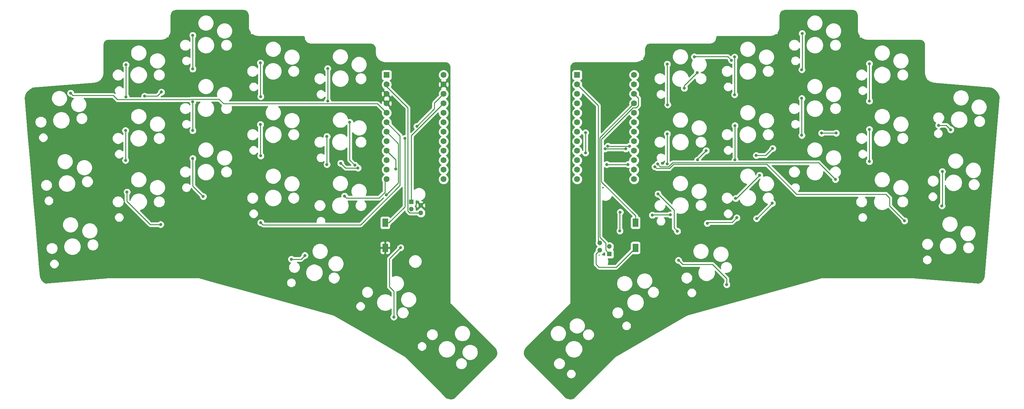
<source format=gtl>
%TF.GenerationSoftware,KiCad,Pcbnew,5.1.9+dfsg1-1+deb11u1*%
%TF.CreationDate,2024-10-07T21:35:42-04:00*%
%TF.ProjectId,mu-kb,6d752d6b-622e-46b6-9963-61645f706362,rev?*%
%TF.SameCoordinates,Original*%
%TF.FileFunction,Copper,L1,Top*%
%TF.FilePolarity,Positive*%
%FSLAX46Y46*%
G04 Gerber Fmt 4.6, Leading zero omitted, Abs format (unit mm)*
G04 Created by KiCad (PCBNEW 5.1.9+dfsg1-1+deb11u1) date 2024-10-07 21:35:42*
%MOMM*%
%LPD*%
G01*
G04 APERTURE LIST*
%TA.AperFunction,ComponentPad*%
%ADD10C,1.300000*%
%TD*%
%TA.AperFunction,ComponentPad*%
%ADD11R,1.300000X1.300000*%
%TD*%
%TA.AperFunction,SMDPad,CuDef*%
%ADD12R,1.500000X2.300000*%
%TD*%
%TA.AperFunction,ComponentPad*%
%ADD13R,1.600000X1.600000*%
%TD*%
%TA.AperFunction,ComponentPad*%
%ADD14C,1.600000*%
%TD*%
%TA.AperFunction,ViaPad*%
%ADD15C,0.800000*%
%TD*%
%TA.AperFunction,Conductor*%
%ADD16C,0.250000*%
%TD*%
%TA.AperFunction,Conductor*%
%ADD17C,0.254000*%
%TD*%
%TA.AperFunction,Conductor*%
%ADD18C,0.100000*%
%TD*%
%TA.AperFunction,NonConductor*%
%ADD19C,0.254000*%
%TD*%
%TA.AperFunction,NonConductor*%
%ADD20C,0.100000*%
%TD*%
G04 APERTURE END LIST*
D10*
%TO.P,R_JTRX1,4*%
%TO.N,R_TRX*%
X170960000Y-111000000D03*
%TO.P,R_JTRX1,3*%
%TO.N,Net-(R_JTRX1-Pad3)*%
X173500000Y-112000000D03*
%TO.P,R_JTRX1,2*%
%TO.N,GND*%
X170960000Y-113000000D03*
D11*
%TO.P,R_JTRX1,1*%
%TO.N,VCC*%
X173500000Y-114000000D03*
%TD*%
D10*
%TO.P,JTRX1,4*%
%TO.N,TRX*%
X123040000Y-103000000D03*
%TO.P,JTRX1,3*%
%TO.N,Net-(JTRX1-Pad3)*%
X120500000Y-102000000D03*
%TO.P,JTRX1,2*%
%TO.N,GND*%
X123040000Y-101000000D03*
D11*
%TO.P,JTRX1,1*%
%TO.N,VCC*%
X120500000Y-100000000D03*
%TD*%
D12*
%TO.P,R_RSW1,1*%
%TO.N,GND*%
X180500000Y-112350000D03*
%TO.P,R_RSW1,2*%
%TO.N,R_RST*%
X180500000Y-105650000D03*
%TD*%
D13*
%TO.P,R_U1,1*%
%TO.N,Net-(R_U1-Pad1)*%
X164880000Y-66030000D03*
D14*
%TO.P,R_U1,2*%
%TO.N,R_TRX*%
X164880000Y-68570000D03*
%TO.P,R_U1,3*%
%TO.N,GND*%
X164880000Y-71110000D03*
%TO.P,R_U1,4*%
X164880000Y-73650000D03*
%TO.P,R_U1,5*%
%TO.N,R_Col0*%
X164880000Y-76190000D03*
%TO.P,R_U1,6*%
%TO.N,R_Col1*%
X164880000Y-78730000D03*
%TO.P,R_U1,7*%
%TO.N,R_Col2*%
X164880000Y-81270000D03*
%TO.P,R_U1,8*%
%TO.N,R_Col3*%
X164880000Y-83810000D03*
%TO.P,R_U1,9*%
%TO.N,R_Col4*%
X164880000Y-86350000D03*
%TO.P,R_U1,10*%
%TO.N,R_Row0*%
X164880000Y-88890000D03*
%TO.P,R_U1,11*%
%TO.N,R_Row1*%
X164880000Y-91430000D03*
%TO.P,R_U1,12*%
%TO.N,R_Row2*%
X164880000Y-93970000D03*
%TO.P,R_U1,13*%
%TO.N,R_Row3*%
X180120000Y-93970000D03*
%TO.P,R_U1,14*%
%TO.N,Net-(R_U1-Pad14)*%
X180120000Y-91430000D03*
%TO.P,R_U1,15*%
%TO.N,Net-(R_U1-Pad15)*%
X180120000Y-88890000D03*
%TO.P,R_U1,16*%
%TO.N,Net-(R_U1-Pad16)*%
X180120000Y-86350000D03*
%TO.P,R_U1,17*%
%TO.N,Net-(R_U1-Pad17)*%
X180120000Y-83810000D03*
%TO.P,R_U1,18*%
%TO.N,Net-(R_U1-Pad18)*%
X180120000Y-81270000D03*
%TO.P,R_U1,19*%
%TO.N,Net-(R_U1-Pad19)*%
X180120000Y-78730000D03*
%TO.P,R_U1,20*%
%TO.N,Net-(R_U1-Pad20)*%
X180120000Y-76190000D03*
%TO.P,R_U1,21*%
%TO.N,VCC*%
X180120000Y-73650000D03*
%TO.P,R_U1,22*%
%TO.N,R_RST*%
X180120000Y-71110000D03*
%TO.P,R_U1,23*%
%TO.N,GND*%
X180120000Y-68570000D03*
%TO.P,R_U1,24*%
%TO.N,Net-(R_U1-Pad24)*%
X180120000Y-66030000D03*
%TD*%
D12*
%TO.P,RSW1,1*%
%TO.N,GND*%
X113500000Y-112350000D03*
%TO.P,RSW1,2*%
%TO.N,RST*%
X113500000Y-105650000D03*
%TD*%
D14*
%TO.P,U1,24*%
%TO.N,Net-(U1-Pad24)*%
X129120000Y-66030000D03*
%TO.P,U1,23*%
%TO.N,GND*%
X129120000Y-68570000D03*
%TO.P,U1,22*%
%TO.N,RST*%
X129120000Y-71110000D03*
%TO.P,U1,21*%
%TO.N,VCC*%
X129120000Y-73650000D03*
%TO.P,U1,20*%
%TO.N,Net-(U1-Pad20)*%
X129120000Y-76190000D03*
%TO.P,U1,19*%
%TO.N,Net-(U1-Pad19)*%
X129120000Y-78730000D03*
%TO.P,U1,18*%
%TO.N,Net-(U1-Pad18)*%
X129120000Y-81270000D03*
%TO.P,U1,17*%
%TO.N,Net-(U1-Pad17)*%
X129120000Y-83810000D03*
%TO.P,U1,16*%
%TO.N,Net-(U1-Pad16)*%
X129120000Y-86350000D03*
%TO.P,U1,15*%
%TO.N,Net-(U1-Pad15)*%
X129120000Y-88890000D03*
%TO.P,U1,14*%
%TO.N,Net-(U1-Pad14)*%
X129120000Y-91430000D03*
%TO.P,U1,13*%
%TO.N,Row3*%
X129120000Y-93970000D03*
%TO.P,U1,12*%
%TO.N,Row2*%
X113880000Y-93970000D03*
%TO.P,U1,11*%
%TO.N,Row1*%
X113880000Y-91430000D03*
%TO.P,U1,10*%
%TO.N,Row0*%
X113880000Y-88890000D03*
%TO.P,U1,9*%
%TO.N,Col4*%
X113880000Y-86350000D03*
%TO.P,U1,8*%
%TO.N,Col3*%
X113880000Y-83810000D03*
%TO.P,U1,7*%
%TO.N,Col2*%
X113880000Y-81270000D03*
%TO.P,U1,6*%
%TO.N,Col1*%
X113880000Y-78730000D03*
%TO.P,U1,5*%
%TO.N,Col0*%
X113880000Y-76190000D03*
%TO.P,U1,4*%
%TO.N,GND*%
X113880000Y-73650000D03*
%TO.P,U1,3*%
X113880000Y-71110000D03*
%TO.P,U1,2*%
%TO.N,TRX*%
X113880000Y-68570000D03*
D13*
%TO.P,U1,1*%
%TO.N,Net-(U1-Pad1)*%
X113880000Y-66030000D03*
%TD*%
D15*
%TO.N,Row0*%
X53600000Y-70600000D03*
X49100000Y-71700000D03*
X104000000Y-78700000D03*
X105400000Y-90225011D03*
%TO.N,Row1*%
X101600000Y-89700000D03*
X106212022Y-90950011D03*
%TO.N,Row2*%
X102600000Y-98500000D03*
%TO.N,Col0*%
X29300000Y-70900000D03*
%TO.N,Col1*%
X44100000Y-63300000D03*
X44100000Y-71900000D03*
X44000000Y-80900000D03*
X44000000Y-88900000D03*
X44400000Y-97400000D03*
X53400000Y-106100000D03*
X80200000Y-105600000D03*
%TO.N,Col2*%
X62000000Y-55400000D03*
X62000000Y-64400000D03*
X62000000Y-73200000D03*
X62000000Y-80900000D03*
X113800000Y-98200000D03*
X62000000Y-88400000D03*
X64800000Y-98600000D03*
X88400000Y-115400000D03*
X92000000Y-114400000D03*
%TO.N,Col3*%
X80100000Y-62800000D03*
X80200000Y-71800000D03*
X80100000Y-79300000D03*
X80200000Y-87700000D03*
%TO.N,Col4*%
X98100000Y-64300000D03*
X97900000Y-90000000D03*
X97900000Y-82500000D03*
X116300000Y-91200000D03*
X98100000Y-72999999D03*
%TO.N,Row3*%
X115800000Y-130900000D03*
X117600000Y-112300000D03*
%TO.N,GND*%
X117000000Y-111400000D03*
X176300000Y-107800000D03*
X176400000Y-102800000D03*
X125400000Y-98600000D03*
%TO.N,R_Row0*%
X264852589Y-80700000D03*
X261600000Y-79500000D03*
X167100000Y-81500000D03*
X167100000Y-86900000D03*
%TO.N,Net-(R_D1-Pad2)*%
X197000000Y-65400000D03*
X193550000Y-69562998D03*
%TO.N,R_Row1*%
X234200000Y-81600000D03*
X230300000Y-81600000D03*
X217200000Y-85700000D03*
X212800000Y-87600000D03*
X199400000Y-86300000D03*
X197100000Y-88800000D03*
X178500000Y-90000000D03*
X172800000Y-90000000D03*
%TO.N,R_Row2*%
X189800000Y-103500000D03*
X185000000Y-103600000D03*
X199700000Y-105800000D03*
X217100000Y-100400000D03*
X212900000Y-104500000D03*
X207600000Y-104300000D03*
%TO.N,R_Row3*%
X204900000Y-122200000D03*
X192000000Y-115700000D03*
X191700000Y-107900000D03*
X186500000Y-97900000D03*
%TO.N,R_Col0*%
X189100000Y-74000000D03*
X189000000Y-81800000D03*
X189000000Y-89900000D03*
X189000000Y-63100000D03*
%TO.N,R_Col1*%
X207000000Y-61200000D03*
X207000000Y-71300000D03*
X207100000Y-79600000D03*
X207100000Y-88800000D03*
%TO.N,R_Col2*%
X206200000Y-62100000D03*
X196231654Y-61131654D03*
X225100000Y-54900000D03*
X225000000Y-64600000D03*
X225000000Y-72300000D03*
X225000000Y-82200000D03*
X213700000Y-92900000D03*
X207300000Y-99100000D03*
%TO.N,R_Col3*%
X243100000Y-63000000D03*
X243100000Y-73000000D03*
X243100000Y-80600000D03*
X243100000Y-89200000D03*
X234000000Y-94000000D03*
X186400000Y-89900000D03*
X178900000Y-85100000D03*
X173100000Y-85100000D03*
%TO.N,R_Col4*%
X252500000Y-105100000D03*
X185692892Y-90607108D03*
X177900000Y-85825000D03*
X172340742Y-85825000D03*
X262600000Y-91900000D03*
X262500000Y-101100000D03*
%TO.N,RST*%
X118799999Y-83000000D03*
X121972347Y-79772347D03*
%TD*%
D16*
%TO.N,Row0*%
X52500000Y-71700000D02*
X49100000Y-71700000D01*
X53600000Y-70600000D02*
X52500000Y-71700000D01*
X104000000Y-88825011D02*
X105400000Y-90225011D01*
X104000000Y-78700000D02*
X104000000Y-88825011D01*
%TO.N,Row1*%
X102850011Y-90950011D02*
X106212022Y-90950011D01*
X101600000Y-89700000D02*
X102850011Y-90950011D01*
%TO.N,Row2*%
X105536997Y-98974999D02*
X105611999Y-99050001D01*
X103150001Y-99050001D02*
X111849999Y-99050001D01*
X102600000Y-98500000D02*
X103150001Y-99050001D01*
X111849999Y-99050001D02*
X113425001Y-97474999D01*
X113425001Y-94424999D02*
X113880000Y-93970000D01*
X113425001Y-97474999D02*
X113425001Y-94424999D01*
%TO.N,Col0*%
X111414999Y-73724999D02*
X113880000Y-76190000D01*
X70286997Y-73724999D02*
X111414999Y-73724999D01*
X69036997Y-72474999D02*
X70286997Y-73724999D01*
X61651999Y-72474999D02*
X69036997Y-72474999D01*
X61501997Y-72625001D02*
X61651999Y-72474999D01*
X41825001Y-72625001D02*
X61501997Y-72625001D01*
X40700000Y-71500000D02*
X41825001Y-72625001D01*
X29900000Y-71500000D02*
X40700000Y-71500000D01*
X29300000Y-70900000D02*
X29900000Y-71500000D01*
%TO.N,Col1*%
X44100000Y-63300000D02*
X44100000Y-71900000D01*
X44000000Y-80900000D02*
X44000000Y-88900000D01*
X50602998Y-106100000D02*
X53400000Y-106100000D01*
X44400000Y-99897002D02*
X50602998Y-106100000D01*
X44400000Y-97400000D02*
X44400000Y-99897002D01*
X117475011Y-95597991D02*
X117475011Y-82325011D01*
X106898001Y-106175001D02*
X117475011Y-95597991D01*
X80775001Y-106175001D02*
X106898001Y-106175001D01*
X117475011Y-82325011D02*
X113880000Y-78730000D01*
X80200000Y-105600000D02*
X80775001Y-106175001D01*
%TO.N,Col2*%
X62000000Y-55400000D02*
X62000000Y-64400000D01*
X62000000Y-73200000D02*
X62000000Y-80900000D01*
X117025001Y-84415001D02*
X113880000Y-81270000D01*
X117025001Y-94974999D02*
X117025001Y-84415001D01*
X113800000Y-98200000D02*
X117025001Y-94974999D01*
X62000000Y-95800000D02*
X64800000Y-98600000D01*
X62000000Y-88400000D02*
X62000000Y-95800000D01*
X91000000Y-115400000D02*
X92000000Y-114400000D01*
X88400000Y-115400000D02*
X91000000Y-115400000D01*
%TO.N,Col3*%
X80100000Y-71700000D02*
X80200000Y-71800000D01*
X80100000Y-62800000D02*
X80100000Y-71700000D01*
X80100000Y-87600000D02*
X80200000Y-87700000D01*
X80100000Y-79300000D02*
X80100000Y-87600000D01*
%TO.N,Col4*%
X97900000Y-90000000D02*
X97900000Y-82500000D01*
X116300000Y-88770000D02*
X113880000Y-86350000D01*
X116300000Y-91200000D02*
X116300000Y-88770000D01*
X98100000Y-64300000D02*
X98100000Y-72999999D01*
%TO.N,Row3*%
X114599999Y-115300001D02*
X117600000Y-112300000D01*
X114599999Y-122778451D02*
X114599999Y-115300001D01*
X115800000Y-123978452D02*
X114599999Y-122778451D01*
X115800000Y-130900000D02*
X115800000Y-123978452D01*
%TO.N,GND*%
X169934999Y-114025001D02*
X170960000Y-113000000D01*
X169934999Y-116732001D02*
X169934999Y-114025001D01*
X170727999Y-117525001D02*
X169934999Y-116732001D01*
X175324999Y-117525001D02*
X170727999Y-117525001D01*
X180500000Y-112350000D02*
X175324999Y-117525001D01*
X116050000Y-112350000D02*
X117000000Y-111400000D01*
X113500000Y-112350000D02*
X116050000Y-112350000D01*
X176300000Y-102900000D02*
X176400000Y-102800000D01*
X176300000Y-107800000D02*
X176300000Y-102900000D01*
X125400000Y-98640000D02*
X125400000Y-98600000D01*
X123040000Y-101000000D02*
X125400000Y-98640000D01*
%TO.N,TRX*%
X119524999Y-102468001D02*
X119524999Y-74775001D01*
X120056998Y-103000000D02*
X119524999Y-102468001D01*
X123040000Y-103000000D02*
X120056998Y-103000000D01*
X113880000Y-69130002D02*
X113880000Y-68570000D01*
X119524999Y-74775001D02*
X113880000Y-69130002D01*
%TO.N,VCC*%
X120500000Y-100000000D02*
X120500000Y-82270000D01*
X172524999Y-113024999D02*
X173500000Y-114000000D01*
X172524999Y-111121997D02*
X172524999Y-113024999D01*
X170934999Y-109531997D02*
X172524999Y-111121997D01*
X170934999Y-82835001D02*
X170934999Y-109531997D01*
X180120000Y-73650000D02*
X170934999Y-82835001D01*
X120500000Y-82270000D02*
X129120000Y-73650000D01*
%TO.N,R_Row0*%
X263652589Y-79500000D02*
X261600000Y-79500000D01*
X264852589Y-80700000D02*
X263652589Y-79500000D01*
X167100000Y-81500000D02*
X167100000Y-86900000D01*
%TO.N,Net-(R_D1-Pad2)*%
X193550000Y-68850000D02*
X193550000Y-69562998D01*
X197000000Y-65400000D02*
X193550000Y-68850000D01*
%TO.N,R_Row1*%
X234200000Y-81600000D02*
X230300000Y-81600000D01*
X215300000Y-87600000D02*
X212800000Y-87600000D01*
X217200000Y-85700000D02*
X215300000Y-87600000D01*
X197100000Y-88600000D02*
X197100000Y-88800000D01*
X199400000Y-86300000D02*
X197100000Y-88600000D01*
X178500000Y-90000000D02*
X172800000Y-90000000D01*
%TO.N,R_Row2*%
X185100000Y-103500000D02*
X185000000Y-103600000D01*
X189800000Y-103500000D02*
X185100000Y-103500000D01*
X199800000Y-105700000D02*
X199700000Y-105800000D01*
X213000000Y-104500000D02*
X212900000Y-104500000D01*
X217100000Y-100400000D02*
X213000000Y-104500000D01*
X207600000Y-104300000D02*
X206400000Y-105500000D01*
X200000000Y-105500000D02*
X199700000Y-105800000D01*
X206400000Y-105500000D02*
X200000000Y-105500000D01*
%TO.N,R_Row3*%
X204900000Y-122200000D02*
X204900000Y-120600000D01*
X204900000Y-120600000D02*
X201100000Y-116800000D01*
X193100000Y-116800000D02*
X192000000Y-115700000D01*
X201100000Y-116800000D02*
X193100000Y-116800000D01*
X191700000Y-107900000D02*
X190800000Y-107000000D01*
X190800000Y-102200000D02*
X186500000Y-97900000D01*
X190800000Y-107000000D02*
X190800000Y-102200000D01*
%TO.N,R_TRX*%
X170484989Y-74174989D02*
X164880000Y-68570000D01*
X170484989Y-110524989D02*
X170484989Y-74174989D01*
X170960000Y-111000000D02*
X170484989Y-110524989D01*
%TO.N,R_RST*%
X180500000Y-103782998D02*
X171385009Y-94668007D01*
X180500000Y-105650000D02*
X180500000Y-103782998D01*
X181245001Y-72235001D02*
X180120000Y-71110000D01*
X181245001Y-74190001D02*
X181245001Y-72235001D01*
X179869997Y-74775001D02*
X180660001Y-74775001D01*
X171385009Y-83259989D02*
X179869997Y-74775001D01*
X180660001Y-74775001D02*
X181245001Y-74190001D01*
X171385009Y-94668007D02*
X171385009Y-83259989D01*
%TO.N,R_Col0*%
X189000000Y-81800000D02*
X189000000Y-89900000D01*
X189000000Y-73900000D02*
X189100000Y-74000000D01*
X189000000Y-63100000D02*
X189000000Y-73900000D01*
%TO.N,R_Col1*%
X207000000Y-61200000D02*
X207000000Y-71300000D01*
X207100000Y-79600000D02*
X207100000Y-88800000D01*
%TO.N,R_Col2*%
X206200000Y-62100000D02*
X205200000Y-61100000D01*
X196263308Y-61100000D02*
X196231654Y-61131654D01*
X205200000Y-61100000D02*
X196263308Y-61100000D01*
X225100000Y-64500000D02*
X225000000Y-64600000D01*
X225100000Y-54900000D02*
X225100000Y-64500000D01*
X225000000Y-72300000D02*
X225000000Y-82200000D01*
X207500000Y-99100000D02*
X207300000Y-99100000D01*
X213700000Y-92900000D02*
X207500000Y-99100000D01*
%TO.N,R_Col3*%
X243100000Y-63000000D02*
X243100000Y-73000000D01*
X243100000Y-80600000D02*
X243100000Y-89200000D01*
X234000000Y-94000000D02*
X229500000Y-89500000D01*
X207473002Y-89500000D02*
X207448001Y-89525001D01*
X229500000Y-89500000D02*
X207473002Y-89500000D01*
X189348001Y-90625001D02*
X187125001Y-90625001D01*
X190448001Y-89525001D02*
X189348001Y-90625001D01*
X203874999Y-89525001D02*
X190448001Y-89525001D01*
X207448001Y-89525001D02*
X203874999Y-89525001D01*
X203874999Y-89525001D02*
X203725001Y-89525001D01*
X187125001Y-90625001D02*
X186400000Y-89900000D01*
X178900000Y-85100000D02*
X173100000Y-85100000D01*
%TO.N,R_Col4*%
X247472001Y-97974999D02*
X223625001Y-97974999D01*
X248525001Y-99027999D02*
X247472001Y-97974999D01*
X248525001Y-101125001D02*
X248525001Y-99027999D01*
X252500000Y-105100000D02*
X248525001Y-101125001D01*
X215625013Y-89975011D02*
X203475011Y-89975011D01*
X223625001Y-97974999D02*
X215625013Y-89975011D01*
X203475011Y-89975011D02*
X190634401Y-89975011D01*
X190634401Y-89975011D02*
X189534401Y-91075011D01*
X189534401Y-91075011D02*
X186775011Y-91075011D01*
X186160795Y-91075011D02*
X185692892Y-90607108D01*
X186775011Y-91075011D02*
X186160795Y-91075011D01*
X177900000Y-85825000D02*
X172340742Y-85825000D01*
X262600000Y-101000000D02*
X262500000Y-101100000D01*
X262600000Y-91900000D02*
X262600000Y-101000000D01*
%TO.N,RST*%
X114500000Y-105650000D02*
X118800000Y-101350000D01*
X113500000Y-105650000D02*
X114500000Y-105650000D01*
X118800000Y-83000001D02*
X118799999Y-83000000D01*
X118800000Y-101350000D02*
X118800000Y-83000001D01*
X121972347Y-79772347D02*
X126700000Y-75044694D01*
X126700000Y-73530000D02*
X129120000Y-71110000D01*
X126700000Y-75044694D02*
X126700000Y-73530000D01*
%TD*%
D17*
%TO.N,GND*%
X75759659Y-48688625D02*
X76009429Y-48764035D01*
X76239792Y-48886522D01*
X76441980Y-49051422D01*
X76608286Y-49252450D01*
X76732378Y-49481954D01*
X76809531Y-49731195D01*
X76840000Y-50021089D01*
X76840001Y-53032419D01*
X76842852Y-53061364D01*
X76842765Y-53073781D01*
X76843665Y-53082952D01*
X76884466Y-53471145D01*
X76896487Y-53529708D01*
X76907702Y-53588501D01*
X76910366Y-53597323D01*
X77025790Y-53970198D01*
X77048975Y-54025353D01*
X77071379Y-54080806D01*
X77075706Y-54088943D01*
X77261357Y-54432298D01*
X77294780Y-54481849D01*
X77327562Y-54531946D01*
X77333387Y-54539087D01*
X77366983Y-54579697D01*
X77373013Y-55001814D01*
X77375807Y-55026553D01*
X77383373Y-55050272D01*
X77395422Y-55072059D01*
X77411489Y-55091076D01*
X77430958Y-55106594D01*
X77453080Y-55118015D01*
X77477005Y-55124901D01*
X77500000Y-55127000D01*
X77914397Y-55127000D01*
X77976077Y-55177305D01*
X78025904Y-55210409D01*
X78075259Y-55244204D01*
X78083365Y-55248587D01*
X78428007Y-55431837D01*
X78483311Y-55454631D01*
X78538295Y-55478198D01*
X78547098Y-55480923D01*
X78920770Y-55593741D01*
X78979458Y-55605361D01*
X79037961Y-55617797D01*
X79047126Y-55618760D01*
X79435595Y-55656850D01*
X79435598Y-55656850D01*
X79467581Y-55660000D01*
X91467721Y-55660000D01*
X91565424Y-55669580D01*
X91628356Y-55688580D01*
X91686405Y-55719445D01*
X91737343Y-55760989D01*
X91779248Y-55811644D01*
X91810515Y-55869471D01*
X91829956Y-55932272D01*
X91842824Y-56054708D01*
X91842740Y-56066801D01*
X91843640Y-56075972D01*
X91864041Y-56270069D01*
X91876068Y-56328658D01*
X91887277Y-56387423D01*
X91889941Y-56396245D01*
X91947653Y-56582683D01*
X91970838Y-56637838D01*
X91993242Y-56693291D01*
X91997568Y-56701427D01*
X92090393Y-56873104D01*
X92123846Y-56922699D01*
X92156600Y-56972753D01*
X92162424Y-56979894D01*
X92286828Y-57130272D01*
X92329263Y-57172411D01*
X92371126Y-57215161D01*
X92378227Y-57221034D01*
X92529469Y-57344384D01*
X92579277Y-57377477D01*
X92628651Y-57411284D01*
X92636757Y-57415667D01*
X92809080Y-57507292D01*
X92864392Y-57530090D01*
X92919366Y-57553652D01*
X92928169Y-57556377D01*
X93115006Y-57612786D01*
X93173686Y-57624405D01*
X93232196Y-57636842D01*
X93241361Y-57637805D01*
X93435594Y-57656850D01*
X93435598Y-57656850D01*
X93467581Y-57660000D01*
X109467721Y-57660000D01*
X109759659Y-57688625D01*
X110009429Y-57764035D01*
X110239792Y-57886522D01*
X110441980Y-58051422D01*
X110608286Y-58252450D01*
X110732378Y-58481954D01*
X110809531Y-58731195D01*
X110840000Y-59021089D01*
X110840001Y-60032419D01*
X110842852Y-60061364D01*
X110842765Y-60073781D01*
X110843665Y-60082952D01*
X110884466Y-60471145D01*
X110896487Y-60529708D01*
X110907702Y-60588501D01*
X110910366Y-60597323D01*
X111025790Y-60970198D01*
X111048975Y-61025353D01*
X111071379Y-61080806D01*
X111075706Y-61088943D01*
X111261357Y-61432298D01*
X111294780Y-61481849D01*
X111327562Y-61531946D01*
X111333387Y-61539087D01*
X111569829Y-61824894D01*
X111573106Y-61905179D01*
X111576554Y-61929836D01*
X111584747Y-61953345D01*
X111597369Y-61974805D01*
X111613935Y-61993390D01*
X111633808Y-62008386D01*
X111656225Y-62019217D01*
X111680324Y-62025467D01*
X111699359Y-62026998D01*
X111792359Y-62027468D01*
X111976077Y-62177305D01*
X112025904Y-62210409D01*
X112075259Y-62244204D01*
X112083365Y-62248587D01*
X112428007Y-62431837D01*
X112483311Y-62454631D01*
X112538295Y-62478198D01*
X112547098Y-62480923D01*
X112920770Y-62593741D01*
X112979458Y-62605361D01*
X113037961Y-62617797D01*
X113047126Y-62618760D01*
X113435595Y-62656850D01*
X113435598Y-62656850D01*
X113467581Y-62660000D01*
X129467721Y-62660000D01*
X129759659Y-62688625D01*
X130009429Y-62764035D01*
X130239792Y-62886522D01*
X130441980Y-63051422D01*
X130608286Y-63252450D01*
X130732378Y-63481954D01*
X130809531Y-63731195D01*
X130840000Y-64021088D01*
X130840001Y-126967581D01*
X130836808Y-127000000D01*
X130849551Y-127129382D01*
X130887290Y-127253792D01*
X130948575Y-127368450D01*
X131010386Y-127443766D01*
X131010389Y-127443769D01*
X131031053Y-127468948D01*
X131056232Y-127489612D01*
X142977123Y-139410504D01*
X143155549Y-139704312D01*
X143278569Y-140041028D01*
X143333845Y-140395229D01*
X143319270Y-140753417D01*
X143235400Y-141101955D01*
X143079770Y-141439852D01*
X142986727Y-141579892D01*
X132089503Y-152477117D01*
X131795689Y-152655548D01*
X131458972Y-152778568D01*
X131104771Y-152833844D01*
X130746581Y-152819269D01*
X130398046Y-152735400D01*
X130060148Y-152579770D01*
X129920108Y-152486727D01*
X120666359Y-143232978D01*
X132304087Y-143232978D01*
X132304087Y-143545196D01*
X132364998Y-143851414D01*
X132484478Y-144139866D01*
X132657937Y-144399466D01*
X132878708Y-144620237D01*
X133138308Y-144793696D01*
X133426760Y-144913176D01*
X133732978Y-144974087D01*
X134045196Y-144974087D01*
X134351414Y-144913176D01*
X134639866Y-144793696D01*
X134899466Y-144620237D01*
X135120237Y-144399466D01*
X135293696Y-144139866D01*
X135413176Y-143851414D01*
X135474087Y-143545196D01*
X135474087Y-143232978D01*
X135413176Y-142926760D01*
X135293696Y-142638308D01*
X135120237Y-142378708D01*
X134899466Y-142157937D01*
X134639866Y-141984478D01*
X134351414Y-141864998D01*
X134045196Y-141804087D01*
X133732978Y-141804087D01*
X133426760Y-141864998D01*
X133138308Y-141984478D01*
X132878708Y-142157937D01*
X132657937Y-142378708D01*
X132484478Y-142638308D01*
X132364998Y-142926760D01*
X132304087Y-143232978D01*
X120666359Y-143232978D01*
X118974614Y-141541234D01*
X118937870Y-141501908D01*
X118902295Y-141476351D01*
X118868450Y-141448575D01*
X118821017Y-141423222D01*
X114034689Y-138652190D01*
X122054054Y-138652190D01*
X122054054Y-138905312D01*
X122103435Y-139153572D01*
X122200301Y-139387427D01*
X122340929Y-139597891D01*
X122519914Y-139776876D01*
X122730378Y-139917504D01*
X122964233Y-140014370D01*
X123212493Y-140063751D01*
X123465615Y-140063751D01*
X123713875Y-140014370D01*
X123947730Y-139917504D01*
X124158194Y-139776876D01*
X124337179Y-139597891D01*
X124477807Y-139387427D01*
X124526437Y-139270023D01*
X127665000Y-139270023D01*
X127665000Y-139729977D01*
X127754733Y-140181094D01*
X127930750Y-140606037D01*
X128186287Y-140988476D01*
X128511524Y-141313713D01*
X128893963Y-141569250D01*
X129318906Y-141745267D01*
X129770023Y-141835000D01*
X130229977Y-141835000D01*
X130681094Y-141745267D01*
X131106037Y-141569250D01*
X131488476Y-141313713D01*
X131813713Y-140988476D01*
X132069250Y-140606037D01*
X132245267Y-140181094D01*
X132254279Y-140135787D01*
X134062540Y-140135787D01*
X134062540Y-140561269D01*
X134145548Y-140978577D01*
X134308373Y-141371672D01*
X134544759Y-141725448D01*
X134845620Y-142026309D01*
X135199396Y-142262695D01*
X135592491Y-142425520D01*
X136009799Y-142508528D01*
X136435281Y-142508528D01*
X136852589Y-142425520D01*
X137245684Y-142262695D01*
X137599460Y-142026309D01*
X137900321Y-141725448D01*
X138136707Y-141371672D01*
X138299532Y-140978577D01*
X138382540Y-140561269D01*
X138382540Y-140135787D01*
X138299532Y-139718479D01*
X138136707Y-139325384D01*
X137900321Y-138971608D01*
X137599460Y-138670747D01*
X137245684Y-138434361D01*
X136852589Y-138271536D01*
X136435281Y-138188528D01*
X136009799Y-138188528D01*
X135592491Y-138271536D01*
X135199396Y-138434361D01*
X134845620Y-138670747D01*
X134544759Y-138971608D01*
X134308373Y-139325384D01*
X134145548Y-139718479D01*
X134062540Y-140135787D01*
X132254279Y-140135787D01*
X132335000Y-139729977D01*
X132335000Y-139270023D01*
X132245267Y-138818906D01*
X132069250Y-138393963D01*
X131813713Y-138011524D01*
X131488476Y-137686287D01*
X131106037Y-137430750D01*
X130681094Y-137254733D01*
X130229977Y-137165000D01*
X129770023Y-137165000D01*
X129318906Y-137254733D01*
X128893963Y-137430750D01*
X128511524Y-137686287D01*
X128186287Y-138011524D01*
X127930750Y-138393963D01*
X127754733Y-138818906D01*
X127665000Y-139270023D01*
X124526437Y-139270023D01*
X124574673Y-139153572D01*
X124624054Y-138905312D01*
X124624054Y-138652190D01*
X124574673Y-138403930D01*
X124477807Y-138170075D01*
X124337179Y-137959611D01*
X124158194Y-137780626D01*
X123947730Y-137639998D01*
X123713875Y-137543132D01*
X123465615Y-137493751D01*
X123212493Y-137493751D01*
X122964233Y-137543132D01*
X122730378Y-137639998D01*
X122519914Y-137780626D01*
X122340929Y-137959611D01*
X122200301Y-138170075D01*
X122103435Y-138403930D01*
X122054054Y-138652190D01*
X114034689Y-138652190D01*
X108511931Y-135454804D01*
X124525913Y-135454804D01*
X124525913Y-135767022D01*
X124586824Y-136073240D01*
X124706304Y-136361692D01*
X124879763Y-136621292D01*
X125100534Y-136842063D01*
X125360134Y-137015522D01*
X125648586Y-137135002D01*
X125954804Y-137195913D01*
X126267022Y-137195913D01*
X126573240Y-137135002D01*
X126861692Y-137015522D01*
X127121292Y-136842063D01*
X127342063Y-136621292D01*
X127515522Y-136361692D01*
X127635002Y-136073240D01*
X127695913Y-135767022D01*
X127695913Y-135454804D01*
X127635002Y-135148586D01*
X127621227Y-135115329D01*
X132011930Y-135115329D01*
X132011930Y-135540811D01*
X132094938Y-135958119D01*
X132257763Y-136351214D01*
X132494149Y-136704990D01*
X132795010Y-137005851D01*
X133148786Y-137242237D01*
X133541881Y-137405062D01*
X133959189Y-137488070D01*
X134384671Y-137488070D01*
X134801979Y-137405062D01*
X135195074Y-137242237D01*
X135548850Y-137005851D01*
X135849711Y-136704990D01*
X136086097Y-136351214D01*
X136248922Y-135958119D01*
X136331930Y-135540811D01*
X136331930Y-135115329D01*
X136248922Y-134698021D01*
X136086097Y-134304926D01*
X135849711Y-133951150D01*
X135548850Y-133650289D01*
X135195074Y-133413903D01*
X134801979Y-133251078D01*
X134384671Y-133168070D01*
X133959189Y-133168070D01*
X133541881Y-133251078D01*
X133148786Y-133413903D01*
X132795010Y-133650289D01*
X132494149Y-133951150D01*
X132257763Y-134304926D01*
X132094938Y-134698021D01*
X132011930Y-135115329D01*
X127621227Y-135115329D01*
X127515522Y-134860134D01*
X127342063Y-134600534D01*
X127121292Y-134379763D01*
X126861692Y-134206304D01*
X126573240Y-134086824D01*
X126267022Y-134025913D01*
X125954804Y-134025913D01*
X125648586Y-134086824D01*
X125360134Y-134206304D01*
X125100534Y-134379763D01*
X124879763Y-134600534D01*
X124706304Y-134860134D01*
X124586824Y-135148586D01*
X124525913Y-135454804D01*
X108511931Y-135454804D01*
X99842307Y-130435549D01*
X99798751Y-130407908D01*
X99755815Y-130391298D01*
X99713927Y-130372258D01*
X99663748Y-130360495D01*
X90808651Y-127900746D01*
X105594347Y-127900746D01*
X105594347Y-128153868D01*
X105643728Y-128402128D01*
X105740594Y-128635983D01*
X105881222Y-128846447D01*
X106060207Y-129025432D01*
X106270671Y-129166060D01*
X106504526Y-129262926D01*
X106752786Y-129312307D01*
X107005908Y-129312307D01*
X107254168Y-129262926D01*
X107488023Y-129166060D01*
X107698487Y-129025432D01*
X107877472Y-128846447D01*
X108018100Y-128635983D01*
X108114966Y-128402128D01*
X108164347Y-128153868D01*
X108164347Y-127900746D01*
X108114966Y-127652486D01*
X108018100Y-127418631D01*
X107877472Y-127208167D01*
X107698487Y-127029182D01*
X107488023Y-126888554D01*
X107254168Y-126791688D01*
X107145249Y-126770023D01*
X111165000Y-126770023D01*
X111165000Y-127229977D01*
X111254733Y-127681094D01*
X111430750Y-128106037D01*
X111686287Y-128488476D01*
X112011524Y-128813713D01*
X112393963Y-129069250D01*
X112818906Y-129245267D01*
X113270023Y-129335000D01*
X113729977Y-129335000D01*
X114181094Y-129245267D01*
X114606037Y-129069250D01*
X114988476Y-128813713D01*
X115040000Y-128762189D01*
X115040000Y-130196289D01*
X114996063Y-130240226D01*
X114882795Y-130409744D01*
X114804774Y-130598102D01*
X114765000Y-130798061D01*
X114765000Y-131001939D01*
X114804774Y-131201898D01*
X114882795Y-131390256D01*
X114996063Y-131559774D01*
X115140226Y-131703937D01*
X115309744Y-131817205D01*
X115498102Y-131895226D01*
X115698061Y-131935000D01*
X115901939Y-131935000D01*
X116101898Y-131895226D01*
X116290256Y-131817205D01*
X116459774Y-131703937D01*
X116603937Y-131559774D01*
X116717205Y-131390256D01*
X116795226Y-131201898D01*
X116835000Y-131001939D01*
X116835000Y-130798061D01*
X116795226Y-130598102D01*
X116717205Y-130409744D01*
X116603937Y-130240226D01*
X116560000Y-130196289D01*
X116560000Y-129593891D01*
X116678140Y-129593891D01*
X116678140Y-129906109D01*
X116739051Y-130212327D01*
X116858531Y-130500779D01*
X117031990Y-130760379D01*
X117252761Y-130981150D01*
X117512361Y-131154609D01*
X117800813Y-131274089D01*
X118107031Y-131335000D01*
X118419249Y-131335000D01*
X118725467Y-131274089D01*
X119013919Y-131154609D01*
X119273519Y-130981150D01*
X119494290Y-130760379D01*
X119667749Y-130500779D01*
X119787229Y-130212327D01*
X119848140Y-129906109D01*
X119848140Y-129593891D01*
X119787229Y-129287673D01*
X119667749Y-128999221D01*
X119494290Y-128739621D01*
X119273519Y-128518850D01*
X119013919Y-128345391D01*
X118725467Y-128225911D01*
X118419249Y-128165000D01*
X118107031Y-128165000D01*
X117800813Y-128225911D01*
X117512361Y-128345391D01*
X117252761Y-128518850D01*
X117031990Y-128739621D01*
X116858531Y-128999221D01*
X116739051Y-129287673D01*
X116678140Y-129593891D01*
X116560000Y-129593891D01*
X116560000Y-125996362D01*
X117570127Y-125996362D01*
X117570127Y-126421844D01*
X117653135Y-126839152D01*
X117815960Y-127232247D01*
X118052346Y-127586023D01*
X118353207Y-127886884D01*
X118706983Y-128123270D01*
X119100078Y-128286095D01*
X119517386Y-128369103D01*
X119942868Y-128369103D01*
X120360176Y-128286095D01*
X120753271Y-128123270D01*
X121107047Y-127886884D01*
X121407908Y-127586023D01*
X121644294Y-127232247D01*
X121807119Y-126839152D01*
X121890127Y-126421844D01*
X121890127Y-125996362D01*
X121807119Y-125579054D01*
X121644294Y-125185959D01*
X121407908Y-124832183D01*
X121107047Y-124531322D01*
X120753271Y-124294936D01*
X120360176Y-124132111D01*
X119942868Y-124049103D01*
X119517386Y-124049103D01*
X119100078Y-124132111D01*
X118706983Y-124294936D01*
X118353207Y-124531322D01*
X118052346Y-124832183D01*
X117815960Y-125185959D01*
X117653135Y-125579054D01*
X117570127Y-125996362D01*
X116560000Y-125996362D01*
X116560000Y-124050450D01*
X116662741Y-124050450D01*
X117080049Y-123967442D01*
X117473144Y-123804617D01*
X117826920Y-123568231D01*
X118127781Y-123267370D01*
X118364167Y-122913594D01*
X118526992Y-122520499D01*
X118610000Y-122103191D01*
X118610000Y-121677709D01*
X118526992Y-121260401D01*
X118364167Y-120867306D01*
X118127781Y-120513530D01*
X117826920Y-120212669D01*
X117473144Y-119976283D01*
X117080049Y-119813458D01*
X116662741Y-119730450D01*
X116237259Y-119730450D01*
X115819951Y-119813458D01*
X115426856Y-119976283D01*
X115359999Y-120020956D01*
X115359999Y-115819268D01*
X119705000Y-115819268D01*
X119705000Y-116180732D01*
X119775518Y-116535250D01*
X119913844Y-116869199D01*
X120114662Y-117169744D01*
X120370256Y-117425338D01*
X120670801Y-117626156D01*
X121004750Y-117764482D01*
X121359268Y-117835000D01*
X121720732Y-117835000D01*
X122075250Y-117764482D01*
X122409199Y-117626156D01*
X122709744Y-117425338D01*
X122965338Y-117169744D01*
X123166156Y-116869199D01*
X123304482Y-116535250D01*
X123375000Y-116180732D01*
X123375000Y-115819268D01*
X123304482Y-115464750D01*
X123166156Y-115130801D01*
X122965338Y-114830256D01*
X122709744Y-114574662D01*
X122409199Y-114373844D01*
X122075250Y-114235518D01*
X121720732Y-114165000D01*
X121359268Y-114165000D01*
X121004750Y-114235518D01*
X120670801Y-114373844D01*
X120370256Y-114574662D01*
X120114662Y-114830256D01*
X119913844Y-115130801D01*
X119775518Y-115464750D01*
X119705000Y-115819268D01*
X115359999Y-115819268D01*
X115359999Y-115614802D01*
X117639802Y-113335000D01*
X117701939Y-113335000D01*
X117901898Y-113295226D01*
X118090256Y-113217205D01*
X118259774Y-113103937D01*
X118403937Y-112959774D01*
X118517205Y-112790256D01*
X118595226Y-112601898D01*
X118635000Y-112401939D01*
X118635000Y-112198061D01*
X118595226Y-111998102D01*
X118517205Y-111809744D01*
X118403937Y-111640226D01*
X118259774Y-111496063D01*
X118090256Y-111382795D01*
X117901898Y-111304774D01*
X117701939Y-111265000D01*
X117498061Y-111265000D01*
X117298102Y-111304774D01*
X117109744Y-111382795D01*
X116940226Y-111496063D01*
X116796063Y-111640226D01*
X116682795Y-111809744D01*
X116604774Y-111998102D01*
X116565000Y-112198061D01*
X116565000Y-112260198D01*
X114088997Y-114736202D01*
X114059999Y-114760000D01*
X114036201Y-114788998D01*
X114036200Y-114788999D01*
X113965025Y-114875725D01*
X113894453Y-115007755D01*
X113850997Y-115151016D01*
X113836323Y-115300001D01*
X113840000Y-115337333D01*
X113839999Y-122741129D01*
X113836323Y-122778451D01*
X113839999Y-122815773D01*
X113839999Y-122815783D01*
X113850996Y-122927436D01*
X113878726Y-123018850D01*
X113894453Y-123070697D01*
X113965025Y-123202727D01*
X114004870Y-123251277D01*
X114059998Y-123318452D01*
X114089002Y-123342255D01*
X115040001Y-124293255D01*
X115040001Y-125237812D01*
X114988476Y-125186287D01*
X114606037Y-124930750D01*
X114181094Y-124754733D01*
X113729977Y-124665000D01*
X113270023Y-124665000D01*
X112818906Y-124754733D01*
X112393963Y-124930750D01*
X112011524Y-125186287D01*
X111686287Y-125511524D01*
X111430750Y-125893963D01*
X111254733Y-126318906D01*
X111165000Y-126770023D01*
X107145249Y-126770023D01*
X107005908Y-126742307D01*
X106752786Y-126742307D01*
X106504526Y-126791688D01*
X106270671Y-126888554D01*
X106060207Y-127029182D01*
X105881222Y-127208167D01*
X105740594Y-127418631D01*
X105643728Y-127652486D01*
X105594347Y-127900746D01*
X90808651Y-127900746D01*
X77103971Y-124093891D01*
X107151860Y-124093891D01*
X107151860Y-124406109D01*
X107212771Y-124712327D01*
X107332251Y-125000779D01*
X107505710Y-125260379D01*
X107726481Y-125481150D01*
X107986081Y-125654609D01*
X108274533Y-125774089D01*
X108580751Y-125835000D01*
X108892969Y-125835000D01*
X109199187Y-125774089D01*
X109487639Y-125654609D01*
X109747239Y-125481150D01*
X109968010Y-125260379D01*
X110141469Y-125000779D01*
X110260949Y-124712327D01*
X110321860Y-124406109D01*
X110321860Y-124093891D01*
X110260949Y-123787673D01*
X110141469Y-123499221D01*
X109968010Y-123239621D01*
X109747239Y-123018850D01*
X109487639Y-122845391D01*
X109199187Y-122725911D01*
X108892969Y-122665000D01*
X108580751Y-122665000D01*
X108274533Y-122725911D01*
X107986081Y-122845391D01*
X107726481Y-123018850D01*
X107505710Y-123239621D01*
X107332251Y-123499221D01*
X107212771Y-123787673D01*
X107151860Y-124093891D01*
X77103971Y-124093891D01*
X68051412Y-121579292D01*
X87085827Y-121579292D01*
X87085827Y-121832414D01*
X87135208Y-122080674D01*
X87232074Y-122314529D01*
X87372702Y-122524993D01*
X87551687Y-122703978D01*
X87762151Y-122844606D01*
X87996006Y-122941472D01*
X88244266Y-122990853D01*
X88497388Y-122990853D01*
X88745648Y-122941472D01*
X88979503Y-122844606D01*
X89189967Y-122703978D01*
X89368952Y-122524993D01*
X89509580Y-122314529D01*
X89606446Y-122080674D01*
X89655827Y-121832414D01*
X89655827Y-121579292D01*
X89606446Y-121331032D01*
X89509580Y-121097177D01*
X89368952Y-120886713D01*
X89189967Y-120707728D01*
X88979503Y-120567100D01*
X88745648Y-120470234D01*
X88497388Y-120420853D01*
X88244266Y-120420853D01*
X87996006Y-120470234D01*
X87762151Y-120567100D01*
X87551687Y-120707728D01*
X87372702Y-120886713D01*
X87232074Y-121097177D01*
X87135208Y-121331032D01*
X87085827Y-121579292D01*
X68051412Y-121579292D01*
X63684150Y-120366164D01*
X63629383Y-120349550D01*
X63589191Y-120345592D01*
X63549426Y-120338652D01*
X63492264Y-120340000D01*
X39503687Y-120340000D01*
X39475099Y-120339674D01*
X39471351Y-120340000D01*
X39467581Y-120340000D01*
X39439057Y-120342809D01*
X22636907Y-121804450D01*
X22304802Y-121638336D01*
X21915079Y-121336325D01*
X21591444Y-120964373D01*
X21346218Y-120536644D01*
X21182080Y-120049659D01*
X21154602Y-119908599D01*
X20867052Y-116535132D01*
X23660488Y-116535132D01*
X23660488Y-116788254D01*
X23709869Y-117036514D01*
X23806735Y-117270369D01*
X23947363Y-117480833D01*
X24126348Y-117659818D01*
X24336812Y-117800446D01*
X24570667Y-117897312D01*
X24818927Y-117946693D01*
X25072049Y-117946693D01*
X25320309Y-117897312D01*
X25554164Y-117800446D01*
X25764628Y-117659818D01*
X25943613Y-117480833D01*
X26084241Y-117270369D01*
X26181107Y-117036514D01*
X26230488Y-116788254D01*
X26230488Y-116535132D01*
X26181107Y-116286872D01*
X26084241Y-116053017D01*
X25943613Y-115842553D01*
X25764628Y-115663568D01*
X25554164Y-115522940D01*
X25320309Y-115426074D01*
X25072049Y-115376693D01*
X24818927Y-115376693D01*
X24570667Y-115426074D01*
X24336812Y-115522940D01*
X24126348Y-115663568D01*
X23947363Y-115842553D01*
X23806735Y-116053017D01*
X23709869Y-116286872D01*
X23660488Y-116535132D01*
X20867052Y-116535132D01*
X20761606Y-115298061D01*
X87365000Y-115298061D01*
X87365000Y-115501939D01*
X87404774Y-115701898D01*
X87482795Y-115890256D01*
X87596063Y-116059774D01*
X87740226Y-116203937D01*
X87909744Y-116317205D01*
X88098102Y-116395226D01*
X88122329Y-116400045D01*
X87956258Y-116566116D01*
X87782799Y-116825716D01*
X87663319Y-117114168D01*
X87602408Y-117420386D01*
X87602408Y-117732604D01*
X87663319Y-118038822D01*
X87782799Y-118327274D01*
X87956258Y-118586874D01*
X88177029Y-118807645D01*
X88436629Y-118981104D01*
X88725081Y-119100584D01*
X89031299Y-119161495D01*
X89343517Y-119161495D01*
X89649735Y-119100584D01*
X89938187Y-118981104D01*
X90197787Y-118807645D01*
X90235409Y-118770023D01*
X92165000Y-118770023D01*
X92165000Y-119229977D01*
X92254733Y-119681094D01*
X92430750Y-120106037D01*
X92686287Y-120488476D01*
X93011524Y-120813713D01*
X93393963Y-121069250D01*
X93818906Y-121245267D01*
X94270023Y-121335000D01*
X94729977Y-121335000D01*
X95181094Y-121245267D01*
X95606037Y-121069250D01*
X95988476Y-120813713D01*
X96313713Y-120488476D01*
X96461433Y-120267396D01*
X98227592Y-120267396D01*
X98227592Y-120579614D01*
X98288503Y-120885832D01*
X98407983Y-121174284D01*
X98581442Y-121433884D01*
X98802213Y-121654655D01*
X99061813Y-121828114D01*
X99350265Y-121947594D01*
X99656483Y-122008505D01*
X99968701Y-122008505D01*
X100274919Y-121947594D01*
X100563371Y-121828114D01*
X100822971Y-121654655D01*
X101043742Y-121433884D01*
X101217201Y-121174284D01*
X101336681Y-120885832D01*
X101397592Y-120579614D01*
X101397592Y-120267396D01*
X101336681Y-119961178D01*
X101217201Y-119672726D01*
X101043742Y-119413126D01*
X100822971Y-119192355D01*
X100563371Y-119018896D01*
X100274919Y-118899416D01*
X99968701Y-118838505D01*
X99656483Y-118838505D01*
X99350265Y-118899416D01*
X99061813Y-119018896D01*
X98802213Y-119192355D01*
X98581442Y-119413126D01*
X98407983Y-119672726D01*
X98288503Y-119961178D01*
X98227592Y-120267396D01*
X96461433Y-120267396D01*
X96569250Y-120106037D01*
X96745267Y-119681094D01*
X96835000Y-119229977D01*
X96835000Y-118770023D01*
X96745267Y-118318906D01*
X96569250Y-117893963D01*
X96313713Y-117511524D01*
X95988476Y-117186287D01*
X95606037Y-116930750D01*
X95181094Y-116754733D01*
X94729977Y-116665000D01*
X94270023Y-116665000D01*
X93818906Y-116754733D01*
X93393963Y-116930750D01*
X93011524Y-117186287D01*
X92686287Y-117511524D01*
X92430750Y-117893963D01*
X92254733Y-118318906D01*
X92165000Y-118770023D01*
X90235409Y-118770023D01*
X90418558Y-118586874D01*
X90592017Y-118327274D01*
X90711497Y-118038822D01*
X90772408Y-117732604D01*
X90772408Y-117420386D01*
X90711497Y-117114168D01*
X90592017Y-116825716D01*
X90418558Y-116566116D01*
X90263278Y-116410836D01*
X98153142Y-116410836D01*
X98153142Y-116836318D01*
X98236150Y-117253626D01*
X98398975Y-117646721D01*
X98635361Y-118000497D01*
X98936222Y-118301358D01*
X99289998Y-118537744D01*
X99683093Y-118700569D01*
X100100401Y-118783577D01*
X100525883Y-118783577D01*
X100943191Y-118700569D01*
X101336286Y-118537744D01*
X101690062Y-118301358D01*
X101990923Y-118000497D01*
X102227309Y-117646721D01*
X102390134Y-117253626D01*
X102473142Y-116836318D01*
X102473142Y-116410836D01*
X102390134Y-115993528D01*
X102227309Y-115600433D01*
X101990923Y-115246657D01*
X101690062Y-114945796D01*
X101336286Y-114709410D01*
X100943191Y-114546585D01*
X100525883Y-114463577D01*
X100100401Y-114463577D01*
X99683093Y-114546585D01*
X99289998Y-114709410D01*
X98936222Y-114945796D01*
X98635361Y-115246657D01*
X98398975Y-115600433D01*
X98236150Y-115993528D01*
X98153142Y-116410836D01*
X90263278Y-116410836D01*
X90197787Y-116345345D01*
X89938187Y-116171886D01*
X89909491Y-116160000D01*
X90962678Y-116160000D01*
X91000000Y-116163676D01*
X91037322Y-116160000D01*
X91037333Y-116160000D01*
X91148986Y-116149003D01*
X91292247Y-116105546D01*
X91424276Y-116034974D01*
X91540001Y-115940001D01*
X91563804Y-115910998D01*
X92039802Y-115435000D01*
X92101939Y-115435000D01*
X92301898Y-115395226D01*
X92490256Y-115317205D01*
X92659774Y-115203937D01*
X92803937Y-115059774D01*
X92917205Y-114890256D01*
X92995226Y-114701898D01*
X93035000Y-114501939D01*
X93035000Y-114298061D01*
X92995226Y-114098102D01*
X92917205Y-113909744D01*
X92803937Y-113740226D01*
X92659774Y-113596063D01*
X92490256Y-113482795D01*
X92301898Y-113404774D01*
X92101939Y-113365000D01*
X91898061Y-113365000D01*
X91698102Y-113404774D01*
X91509744Y-113482795D01*
X91340226Y-113596063D01*
X91196063Y-113740226D01*
X91082795Y-113909744D01*
X91004774Y-114098102D01*
X90965000Y-114298061D01*
X90965000Y-114360198D01*
X90685199Y-114640000D01*
X89103711Y-114640000D01*
X89059774Y-114596063D01*
X88890256Y-114482795D01*
X88701898Y-114404774D01*
X88501939Y-114365000D01*
X88298061Y-114365000D01*
X88098102Y-114404774D01*
X87909744Y-114482795D01*
X87740226Y-114596063D01*
X87596063Y-114740226D01*
X87482795Y-114909744D01*
X87404774Y-115098102D01*
X87365000Y-115298061D01*
X20761606Y-115298061D01*
X20509971Y-112345970D01*
X22715499Y-112345970D01*
X22715499Y-112658188D01*
X22776410Y-112964406D01*
X22895890Y-113252858D01*
X23069349Y-113512458D01*
X23290120Y-113733229D01*
X23549720Y-113906688D01*
X23838172Y-114026168D01*
X24144390Y-114087079D01*
X24456608Y-114087079D01*
X24762826Y-114026168D01*
X25051278Y-113906688D01*
X25310878Y-113733229D01*
X25531649Y-113512458D01*
X25705108Y-113252858D01*
X25824588Y-112964406D01*
X25885499Y-112658188D01*
X25885499Y-112345970D01*
X25824588Y-112039752D01*
X25722275Y-111792745D01*
X27444570Y-111792745D01*
X27444570Y-112252699D01*
X27534303Y-112703816D01*
X27710320Y-113128759D01*
X27965857Y-113511198D01*
X28291094Y-113836435D01*
X28673533Y-114091972D01*
X29098476Y-114267989D01*
X29549593Y-114357722D01*
X30009547Y-114357722D01*
X30460664Y-114267989D01*
X30885607Y-114091972D01*
X31268046Y-113836435D01*
X31593283Y-113511198D01*
X31848820Y-113128759D01*
X32024837Y-112703816D01*
X32114570Y-112252699D01*
X32114570Y-111792745D01*
X32033913Y-111387256D01*
X33673641Y-111387256D01*
X33673641Y-111699474D01*
X33734552Y-112005692D01*
X33854032Y-112294144D01*
X34027491Y-112553744D01*
X34248262Y-112774515D01*
X34507862Y-112947974D01*
X34796314Y-113067454D01*
X35102532Y-113128365D01*
X35414750Y-113128365D01*
X35616183Y-113088297D01*
X93867032Y-113088297D01*
X93867032Y-113513779D01*
X93950040Y-113931087D01*
X94112865Y-114324182D01*
X94349251Y-114677958D01*
X94650112Y-114978819D01*
X95003888Y-115215205D01*
X95396983Y-115378030D01*
X95814291Y-115461038D01*
X96239773Y-115461038D01*
X96657081Y-115378030D01*
X97050176Y-115215205D01*
X97403952Y-114978819D01*
X97704813Y-114677958D01*
X97941199Y-114324182D01*
X98104024Y-113931087D01*
X98187032Y-113513779D01*
X98187032Y-113500000D01*
X112111928Y-113500000D01*
X112124188Y-113624482D01*
X112160498Y-113744180D01*
X112219463Y-113854494D01*
X112298815Y-113951185D01*
X112395506Y-114030537D01*
X112505820Y-114089502D01*
X112625518Y-114125812D01*
X112750000Y-114138072D01*
X113214250Y-114135000D01*
X113373000Y-113976250D01*
X113373000Y-112477000D01*
X113627000Y-112477000D01*
X113627000Y-113976250D01*
X113785750Y-114135000D01*
X114250000Y-114138072D01*
X114374482Y-114125812D01*
X114494180Y-114089502D01*
X114604494Y-114030537D01*
X114701185Y-113951185D01*
X114780537Y-113854494D01*
X114839502Y-113744180D01*
X114875812Y-113624482D01*
X114888072Y-113500000D01*
X114885000Y-112635750D01*
X114726250Y-112477000D01*
X113627000Y-112477000D01*
X113373000Y-112477000D01*
X112273750Y-112477000D01*
X112115000Y-112635750D01*
X112111928Y-113500000D01*
X98187032Y-113500000D01*
X98187032Y-113088297D01*
X98104024Y-112670989D01*
X97941199Y-112277894D01*
X97704813Y-111924118D01*
X97403952Y-111623257D01*
X97050176Y-111386871D01*
X96657081Y-111224046D01*
X96536194Y-111200000D01*
X112111928Y-111200000D01*
X112115000Y-112064250D01*
X112273750Y-112223000D01*
X113373000Y-112223000D01*
X113373000Y-110723750D01*
X113627000Y-110723750D01*
X113627000Y-112223000D01*
X114726250Y-112223000D01*
X114885000Y-112064250D01*
X114888072Y-111200000D01*
X114875812Y-111075518D01*
X114839502Y-110955820D01*
X114780537Y-110845506D01*
X114701185Y-110748815D01*
X114604494Y-110669463D01*
X114494180Y-110610498D01*
X114374482Y-110574188D01*
X114250000Y-110561928D01*
X113785750Y-110565000D01*
X113627000Y-110723750D01*
X113373000Y-110723750D01*
X113214250Y-110565000D01*
X112750000Y-110561928D01*
X112625518Y-110574188D01*
X112505820Y-110610498D01*
X112395506Y-110669463D01*
X112298815Y-110748815D01*
X112219463Y-110845506D01*
X112160498Y-110955820D01*
X112124188Y-111075518D01*
X112111928Y-111200000D01*
X96536194Y-111200000D01*
X96239773Y-111141038D01*
X95814291Y-111141038D01*
X95396983Y-111224046D01*
X95003888Y-111386871D01*
X94650112Y-111623257D01*
X94349251Y-111924118D01*
X94112865Y-112277894D01*
X93950040Y-112670989D01*
X93867032Y-113088297D01*
X35616183Y-113088297D01*
X35720968Y-113067454D01*
X36009420Y-112947974D01*
X36269020Y-112774515D01*
X36489791Y-112553744D01*
X36663250Y-112294144D01*
X36782730Y-112005692D01*
X36843641Y-111699474D01*
X36843641Y-111387256D01*
X36782730Y-111081038D01*
X36663250Y-110792586D01*
X36489791Y-110532986D01*
X36269020Y-110312215D01*
X36009420Y-110138756D01*
X35720968Y-110019276D01*
X35414750Y-109958365D01*
X35102532Y-109958365D01*
X34796314Y-110019276D01*
X34507862Y-110138756D01*
X34248262Y-110312215D01*
X34027491Y-110532986D01*
X33854032Y-110792586D01*
X33734552Y-111081038D01*
X33673641Y-111387256D01*
X32033913Y-111387256D01*
X32024837Y-111341628D01*
X31848820Y-110916685D01*
X31593283Y-110534246D01*
X31268046Y-110209009D01*
X30885607Y-109953472D01*
X30460664Y-109777455D01*
X30009547Y-109687722D01*
X29549593Y-109687722D01*
X29098476Y-109777455D01*
X28673533Y-109953472D01*
X28291094Y-110209009D01*
X27965857Y-110534246D01*
X27710320Y-110916685D01*
X27534303Y-111341628D01*
X27444570Y-111792745D01*
X25722275Y-111792745D01*
X25705108Y-111751300D01*
X25531649Y-111491700D01*
X25310878Y-111270929D01*
X25051278Y-111097470D01*
X24762826Y-110977990D01*
X24456608Y-110917079D01*
X24144390Y-110917079D01*
X23838172Y-110977990D01*
X23549720Y-111097470D01*
X23290120Y-111270929D01*
X23069349Y-111491700D01*
X22895890Y-111751300D01*
X22776410Y-112039752D01*
X22715499Y-112345970D01*
X20509971Y-112345970D01*
X19963288Y-105932432D01*
X27105351Y-105932432D01*
X27105351Y-106357914D01*
X27188359Y-106775222D01*
X27351184Y-107168317D01*
X27587570Y-107522093D01*
X27888431Y-107822954D01*
X28242207Y-108059340D01*
X28635302Y-108222165D01*
X29052610Y-108305173D01*
X29478092Y-108305173D01*
X29895400Y-108222165D01*
X30288495Y-108059340D01*
X30642271Y-107822954D01*
X30876563Y-107588662D01*
X32269352Y-107588662D01*
X32269352Y-108014144D01*
X32352360Y-108431452D01*
X32515185Y-108824547D01*
X32751571Y-109178323D01*
X33052432Y-109479184D01*
X33406208Y-109715570D01*
X33799303Y-109878395D01*
X34216611Y-109961403D01*
X34642093Y-109961403D01*
X35059401Y-109878395D01*
X35452496Y-109715570D01*
X35806272Y-109479184D01*
X36107133Y-109178323D01*
X36343519Y-108824547D01*
X36506344Y-108431452D01*
X36589352Y-108014144D01*
X36589352Y-107588662D01*
X36506344Y-107171354D01*
X36343519Y-106778259D01*
X36107133Y-106424483D01*
X35806272Y-106123622D01*
X35452496Y-105887236D01*
X35059401Y-105724411D01*
X34642093Y-105641403D01*
X34216611Y-105641403D01*
X33799303Y-105724411D01*
X33406208Y-105887236D01*
X33052432Y-106123622D01*
X32751571Y-106424483D01*
X32515185Y-106778259D01*
X32352360Y-107171354D01*
X32269352Y-107588662D01*
X30876563Y-107588662D01*
X30943132Y-107522093D01*
X31179518Y-107168317D01*
X31342343Y-106775222D01*
X31425351Y-106357914D01*
X31425351Y-105932432D01*
X31342343Y-105515124D01*
X31179518Y-105122029D01*
X30943132Y-104768253D01*
X30642271Y-104467392D01*
X30288495Y-104231006D01*
X29908094Y-104073439D01*
X40995000Y-104073439D01*
X40995000Y-104326561D01*
X41044381Y-104574821D01*
X41141247Y-104808676D01*
X41281875Y-105019140D01*
X41460860Y-105198125D01*
X41671324Y-105338753D01*
X41905179Y-105435619D01*
X42153439Y-105485000D01*
X42406561Y-105485000D01*
X42654821Y-105435619D01*
X42888676Y-105338753D01*
X43099140Y-105198125D01*
X43278125Y-105019140D01*
X43418753Y-104808676D01*
X43515619Y-104574821D01*
X43565000Y-104326561D01*
X43565000Y-104073439D01*
X43515619Y-103825179D01*
X43418753Y-103591324D01*
X43278125Y-103380860D01*
X43099140Y-103201875D01*
X42888676Y-103061247D01*
X42654821Y-102964381D01*
X42406561Y-102915000D01*
X42153439Y-102915000D01*
X41905179Y-102964381D01*
X41671324Y-103061247D01*
X41460860Y-103201875D01*
X41281875Y-103380860D01*
X41141247Y-103591324D01*
X41044381Y-103825179D01*
X40995000Y-104073439D01*
X29908094Y-104073439D01*
X29895400Y-104068181D01*
X29478092Y-103985173D01*
X29052610Y-103985173D01*
X28635302Y-104068181D01*
X28242207Y-104231006D01*
X27888431Y-104467392D01*
X27587570Y-104768253D01*
X27351184Y-105122029D01*
X27188359Y-105515124D01*
X27105351Y-105932432D01*
X19963288Y-105932432D01*
X19423502Y-99599823D01*
X22178840Y-99599823D01*
X22178840Y-99852945D01*
X22228221Y-100101205D01*
X22325087Y-100335060D01*
X22465715Y-100545524D01*
X22644700Y-100724509D01*
X22855164Y-100865137D01*
X23089019Y-100962003D01*
X23337279Y-101011384D01*
X23590401Y-101011384D01*
X23838661Y-100962003D01*
X24072516Y-100865137D01*
X24282980Y-100724509D01*
X24461965Y-100545524D01*
X24602593Y-100335060D01*
X24699459Y-100101205D01*
X24748840Y-99852945D01*
X24748840Y-99843891D01*
X40415000Y-99843891D01*
X40415000Y-100156109D01*
X40475911Y-100462327D01*
X40595391Y-100750779D01*
X40768850Y-101010379D01*
X40989621Y-101231150D01*
X41249221Y-101404609D01*
X41537673Y-101524089D01*
X41843891Y-101585000D01*
X42156109Y-101585000D01*
X42462327Y-101524089D01*
X42750779Y-101404609D01*
X43010379Y-101231150D01*
X43231150Y-101010379D01*
X43404609Y-100750779D01*
X43524089Y-100462327D01*
X43585000Y-100156109D01*
X43585000Y-99843891D01*
X43524089Y-99537673D01*
X43404609Y-99249221D01*
X43231150Y-98989621D01*
X43010379Y-98768850D01*
X42750779Y-98595391D01*
X42462327Y-98475911D01*
X42156109Y-98415000D01*
X41843891Y-98415000D01*
X41537673Y-98475911D01*
X41249221Y-98595391D01*
X40989621Y-98768850D01*
X40768850Y-98989621D01*
X40595391Y-99249221D01*
X40475911Y-99537673D01*
X40415000Y-99843891D01*
X24748840Y-99843891D01*
X24748840Y-99599823D01*
X24699459Y-99351563D01*
X24602593Y-99117708D01*
X24461965Y-98907244D01*
X24282980Y-98728259D01*
X24072516Y-98587631D01*
X23838661Y-98490765D01*
X23590401Y-98441384D01*
X23337279Y-98441384D01*
X23089019Y-98490765D01*
X22855164Y-98587631D01*
X22644700Y-98728259D01*
X22465715Y-98907244D01*
X22325087Y-99117708D01*
X22228221Y-99351563D01*
X22178840Y-99599823D01*
X19423502Y-99599823D01*
X19066421Y-95410661D01*
X21233851Y-95410661D01*
X21233851Y-95722879D01*
X21294762Y-96029097D01*
X21414242Y-96317549D01*
X21587701Y-96577149D01*
X21808472Y-96797920D01*
X22068072Y-96971379D01*
X22356524Y-97090859D01*
X22662742Y-97151770D01*
X22974960Y-97151770D01*
X23281178Y-97090859D01*
X23569630Y-96971379D01*
X23829230Y-96797920D01*
X24050001Y-96577149D01*
X24223460Y-96317549D01*
X24342940Y-96029097D01*
X24403851Y-95722879D01*
X24403851Y-95410661D01*
X24342940Y-95104443D01*
X24240627Y-94857436D01*
X25962922Y-94857436D01*
X25962922Y-95317390D01*
X26052655Y-95768507D01*
X26228672Y-96193450D01*
X26484209Y-96575889D01*
X26809446Y-96901126D01*
X27191885Y-97156663D01*
X27616828Y-97332680D01*
X28067945Y-97422413D01*
X28527899Y-97422413D01*
X28979016Y-97332680D01*
X29062593Y-97298061D01*
X43365000Y-97298061D01*
X43365000Y-97501939D01*
X43404774Y-97701898D01*
X43482795Y-97890256D01*
X43596063Y-98059774D01*
X43640000Y-98103711D01*
X43640001Y-99859670D01*
X43636324Y-99897002D01*
X43640001Y-99934335D01*
X43650146Y-100037332D01*
X43650998Y-100045987D01*
X43694454Y-100189248D01*
X43765026Y-100321278D01*
X43833415Y-100404609D01*
X43860000Y-100437003D01*
X43888998Y-100460801D01*
X50039199Y-106611003D01*
X50062997Y-106640001D01*
X50091995Y-106663799D01*
X50178721Y-106734974D01*
X50259701Y-106778259D01*
X50310751Y-106805546D01*
X50454012Y-106849003D01*
X50565665Y-106860000D01*
X50565675Y-106860000D01*
X50602998Y-106863676D01*
X50640321Y-106860000D01*
X52696289Y-106860000D01*
X52740226Y-106903937D01*
X52909744Y-107017205D01*
X53098102Y-107095226D01*
X53298061Y-107135000D01*
X53501939Y-107135000D01*
X53701898Y-107095226D01*
X53890256Y-107017205D01*
X54059774Y-106903937D01*
X54203937Y-106759774D01*
X54317205Y-106590256D01*
X54395226Y-106401898D01*
X54435000Y-106201939D01*
X54435000Y-105998061D01*
X54395226Y-105798102D01*
X54317205Y-105609744D01*
X54203937Y-105440226D01*
X54059774Y-105296063D01*
X53890256Y-105182795D01*
X53701898Y-105104774D01*
X53501939Y-105065000D01*
X53298061Y-105065000D01*
X53098102Y-105104774D01*
X52909744Y-105182795D01*
X52740226Y-105296063D01*
X52696289Y-105340000D01*
X50917800Y-105340000D01*
X48651239Y-103073439D01*
X76995000Y-103073439D01*
X76995000Y-103326561D01*
X77044381Y-103574821D01*
X77141247Y-103808676D01*
X77281875Y-104019140D01*
X77460860Y-104198125D01*
X77671324Y-104338753D01*
X77905179Y-104435619D01*
X78153439Y-104485000D01*
X78406561Y-104485000D01*
X78654821Y-104435619D01*
X78888676Y-104338753D01*
X79099140Y-104198125D01*
X79278125Y-104019140D01*
X79418753Y-103808676D01*
X79515619Y-103574821D01*
X79565000Y-103326561D01*
X79565000Y-103073439D01*
X79515619Y-102825179D01*
X79418753Y-102591324D01*
X79278125Y-102380860D01*
X79099140Y-102201875D01*
X78888676Y-102061247D01*
X78654821Y-101964381D01*
X78406561Y-101915000D01*
X78153439Y-101915000D01*
X77905179Y-101964381D01*
X77671324Y-102061247D01*
X77460860Y-102201875D01*
X77281875Y-102380860D01*
X77141247Y-102591324D01*
X77044381Y-102825179D01*
X76995000Y-103073439D01*
X48651239Y-103073439D01*
X47882467Y-102304668D01*
X48181094Y-102245267D01*
X48606037Y-102069250D01*
X48988476Y-101813713D01*
X49313713Y-101488476D01*
X49569250Y-101106037D01*
X49745267Y-100681094D01*
X49835000Y-100229977D01*
X49835000Y-99843891D01*
X51415000Y-99843891D01*
X51415000Y-100156109D01*
X51475911Y-100462327D01*
X51595391Y-100750779D01*
X51768850Y-101010379D01*
X51989621Y-101231150D01*
X52249221Y-101404609D01*
X52537673Y-101524089D01*
X52843891Y-101585000D01*
X53156109Y-101585000D01*
X53462327Y-101524089D01*
X53750779Y-101404609D01*
X54010379Y-101231150D01*
X54231150Y-101010379D01*
X54404609Y-100750779D01*
X54524089Y-100462327D01*
X54585000Y-100156109D01*
X54585000Y-99843891D01*
X54524089Y-99537673D01*
X54404609Y-99249221D01*
X54231150Y-98989621D01*
X54010379Y-98768850D01*
X53750779Y-98595391D01*
X53462327Y-98475911D01*
X53156109Y-98415000D01*
X52843891Y-98415000D01*
X52537673Y-98475911D01*
X52249221Y-98595391D01*
X51989621Y-98768850D01*
X51768850Y-98989621D01*
X51595391Y-99249221D01*
X51475911Y-99537673D01*
X51415000Y-99843891D01*
X49835000Y-99843891D01*
X49835000Y-99770023D01*
X49745267Y-99318906D01*
X49569250Y-98893963D01*
X49313713Y-98511524D01*
X48988476Y-98186287D01*
X48606037Y-97930750D01*
X48181094Y-97754733D01*
X47729977Y-97665000D01*
X47270023Y-97665000D01*
X46818906Y-97754733D01*
X46393963Y-97930750D01*
X46011524Y-98186287D01*
X45686287Y-98511524D01*
X45430750Y-98893963D01*
X45254733Y-99318906D01*
X45195332Y-99617533D01*
X45160000Y-99582201D01*
X45160000Y-98103711D01*
X45203937Y-98059774D01*
X45317205Y-97890256D01*
X45395226Y-97701898D01*
X45435000Y-97501939D01*
X45435000Y-97298061D01*
X45395226Y-97098102D01*
X45317205Y-96909744D01*
X45203937Y-96740226D01*
X45059774Y-96596063D01*
X44890256Y-96482795D01*
X44701898Y-96404774D01*
X44501939Y-96365000D01*
X44298061Y-96365000D01*
X44098102Y-96404774D01*
X43909744Y-96482795D01*
X43740226Y-96596063D01*
X43596063Y-96740226D01*
X43482795Y-96909744D01*
X43404774Y-97098102D01*
X43365000Y-97298061D01*
X29062593Y-97298061D01*
X29403959Y-97156663D01*
X29786398Y-96901126D01*
X30111635Y-96575889D01*
X30367172Y-96193450D01*
X30543189Y-95768507D01*
X30632922Y-95317390D01*
X30632922Y-94857436D01*
X30552265Y-94451947D01*
X32191993Y-94451947D01*
X32191993Y-94764165D01*
X32252904Y-95070383D01*
X32372384Y-95358835D01*
X32545843Y-95618435D01*
X32766614Y-95839206D01*
X33026214Y-96012665D01*
X33314666Y-96132145D01*
X33620884Y-96193056D01*
X33933102Y-96193056D01*
X34239320Y-96132145D01*
X34527772Y-96012665D01*
X34787372Y-95839206D01*
X35008143Y-95618435D01*
X35181602Y-95358835D01*
X35301082Y-95070383D01*
X35361993Y-94764165D01*
X35361993Y-94451947D01*
X35301082Y-94145729D01*
X35194021Y-93887259D01*
X45340000Y-93887259D01*
X45340000Y-94312741D01*
X45423008Y-94730049D01*
X45585833Y-95123144D01*
X45822219Y-95476920D01*
X46123080Y-95777781D01*
X46476856Y-96014167D01*
X46869951Y-96176992D01*
X47287259Y-96260000D01*
X47712741Y-96260000D01*
X48130049Y-96176992D01*
X48523144Y-96014167D01*
X48563414Y-95987259D01*
X50340000Y-95987259D01*
X50340000Y-96412741D01*
X50423008Y-96830049D01*
X50585833Y-97223144D01*
X50822219Y-97576920D01*
X51123080Y-97877781D01*
X51476856Y-98114167D01*
X51869951Y-98276992D01*
X52287259Y-98360000D01*
X52712741Y-98360000D01*
X53130049Y-98276992D01*
X53523144Y-98114167D01*
X53876920Y-97877781D01*
X54177781Y-97576920D01*
X54414167Y-97223144D01*
X54576992Y-96830049D01*
X54660000Y-96412741D01*
X54660000Y-95987259D01*
X54576992Y-95569951D01*
X54414167Y-95176856D01*
X54177781Y-94823080D01*
X53876920Y-94522219D01*
X53523144Y-94285833D01*
X53130049Y-94123008D01*
X52712741Y-94040000D01*
X52287259Y-94040000D01*
X51869951Y-94123008D01*
X51476856Y-94285833D01*
X51123080Y-94522219D01*
X50822219Y-94823080D01*
X50585833Y-95176856D01*
X50423008Y-95569951D01*
X50340000Y-95987259D01*
X48563414Y-95987259D01*
X48876920Y-95777781D01*
X49177781Y-95476920D01*
X49414167Y-95123144D01*
X49576992Y-94730049D01*
X49660000Y-94312741D01*
X49660000Y-93887259D01*
X49576992Y-93469951D01*
X49414167Y-93076856D01*
X49177781Y-92723080D01*
X48876920Y-92422219D01*
X48523144Y-92185833D01*
X48130049Y-92023008D01*
X47712741Y-91940000D01*
X47287259Y-91940000D01*
X46869951Y-92023008D01*
X46476856Y-92185833D01*
X46123080Y-92422219D01*
X45822219Y-92723080D01*
X45585833Y-93076856D01*
X45423008Y-93469951D01*
X45340000Y-93887259D01*
X35194021Y-93887259D01*
X35181602Y-93857277D01*
X35008143Y-93597677D01*
X34787372Y-93376906D01*
X34527772Y-93203447D01*
X34239320Y-93083967D01*
X33933102Y-93023056D01*
X33620884Y-93023056D01*
X33314666Y-93083967D01*
X33026214Y-93203447D01*
X32766614Y-93376906D01*
X32545843Y-93597677D01*
X32372384Y-93857277D01*
X32252904Y-94145729D01*
X32191993Y-94451947D01*
X30552265Y-94451947D01*
X30543189Y-94406319D01*
X30367172Y-93981376D01*
X30111635Y-93598937D01*
X29786398Y-93273700D01*
X29403959Y-93018163D01*
X28979016Y-92842146D01*
X28527899Y-92752413D01*
X28067945Y-92752413D01*
X27616828Y-92842146D01*
X27191885Y-93018163D01*
X26809446Y-93273700D01*
X26484209Y-93598937D01*
X26228672Y-93981376D01*
X26052655Y-94406319D01*
X25962922Y-94857436D01*
X24240627Y-94857436D01*
X24223460Y-94815991D01*
X24050001Y-94556391D01*
X23829230Y-94335620D01*
X23569630Y-94162161D01*
X23281178Y-94042681D01*
X22974960Y-93981770D01*
X22662742Y-93981770D01*
X22356524Y-94042681D01*
X22068072Y-94162161D01*
X21808472Y-94335620D01*
X21587701Y-94556391D01*
X21414242Y-94815991D01*
X21294762Y-95104443D01*
X21233851Y-95410661D01*
X19066421Y-95410661D01*
X18519737Y-88997123D01*
X25623703Y-88997123D01*
X25623703Y-89422605D01*
X25706711Y-89839913D01*
X25869536Y-90233008D01*
X26105922Y-90586784D01*
X26406783Y-90887645D01*
X26760559Y-91124031D01*
X27153654Y-91286856D01*
X27570962Y-91369864D01*
X27996444Y-91369864D01*
X28413752Y-91286856D01*
X28806847Y-91124031D01*
X29160623Y-90887645D01*
X29394915Y-90653353D01*
X30787704Y-90653353D01*
X30787704Y-91078835D01*
X30870712Y-91496143D01*
X31033537Y-91889238D01*
X31269923Y-92243014D01*
X31570784Y-92543875D01*
X31924560Y-92780261D01*
X32317655Y-92943086D01*
X32734963Y-93026094D01*
X33160445Y-93026094D01*
X33577753Y-92943086D01*
X33970848Y-92780261D01*
X34324624Y-92543875D01*
X34625485Y-92243014D01*
X34861871Y-91889238D01*
X34880654Y-91843891D01*
X58415000Y-91843891D01*
X58415000Y-92156109D01*
X58475911Y-92462327D01*
X58595391Y-92750779D01*
X58768850Y-93010379D01*
X58989621Y-93231150D01*
X59249221Y-93404609D01*
X59537673Y-93524089D01*
X59843891Y-93585000D01*
X60156109Y-93585000D01*
X60462327Y-93524089D01*
X60750779Y-93404609D01*
X61010379Y-93231150D01*
X61231150Y-93010379D01*
X61240001Y-92997133D01*
X61240001Y-95342736D01*
X61099140Y-95201875D01*
X60888676Y-95061247D01*
X60654821Y-94964381D01*
X60406561Y-94915000D01*
X60153439Y-94915000D01*
X59905179Y-94964381D01*
X59671324Y-95061247D01*
X59460860Y-95201875D01*
X59281875Y-95380860D01*
X59141247Y-95591324D01*
X59044381Y-95825179D01*
X58995000Y-96073439D01*
X58995000Y-96326561D01*
X59044381Y-96574821D01*
X59141247Y-96808676D01*
X59281875Y-97019140D01*
X59460860Y-97198125D01*
X59671324Y-97338753D01*
X59905179Y-97435619D01*
X60153439Y-97485000D01*
X60406561Y-97485000D01*
X60654821Y-97435619D01*
X60888676Y-97338753D01*
X61099140Y-97198125D01*
X61278125Y-97019140D01*
X61418753Y-96808676D01*
X61515619Y-96574821D01*
X61546213Y-96421014D01*
X63765000Y-98639802D01*
X63765000Y-98701939D01*
X63804774Y-98901898D01*
X63882795Y-99090256D01*
X63996063Y-99259774D01*
X64140226Y-99403937D01*
X64309744Y-99517205D01*
X64498102Y-99595226D01*
X64698061Y-99635000D01*
X64901939Y-99635000D01*
X65101898Y-99595226D01*
X65290256Y-99517205D01*
X65459774Y-99403937D01*
X65603937Y-99259774D01*
X65717205Y-99090256D01*
X65795226Y-98901898D01*
X65806764Y-98843891D01*
X76415000Y-98843891D01*
X76415000Y-99156109D01*
X76475911Y-99462327D01*
X76595391Y-99750779D01*
X76768850Y-100010379D01*
X76989621Y-100231150D01*
X77249221Y-100404609D01*
X77537673Y-100524089D01*
X77843891Y-100585000D01*
X78156109Y-100585000D01*
X78462327Y-100524089D01*
X78750779Y-100404609D01*
X79010379Y-100231150D01*
X79231150Y-100010379D01*
X79404609Y-99750779D01*
X79524089Y-99462327D01*
X79585000Y-99156109D01*
X79585000Y-98843891D01*
X79570307Y-98770023D01*
X81165000Y-98770023D01*
X81165000Y-99229977D01*
X81254733Y-99681094D01*
X81430750Y-100106037D01*
X81686287Y-100488476D01*
X82011524Y-100813713D01*
X82393963Y-101069250D01*
X82818906Y-101245267D01*
X83270023Y-101335000D01*
X83729977Y-101335000D01*
X84181094Y-101245267D01*
X84606037Y-101069250D01*
X84943311Y-100843891D01*
X94415000Y-100843891D01*
X94415000Y-101156109D01*
X94475911Y-101462327D01*
X94595391Y-101750779D01*
X94768850Y-102010379D01*
X94989621Y-102231150D01*
X95249221Y-102404609D01*
X95537673Y-102524089D01*
X95843891Y-102585000D01*
X96156109Y-102585000D01*
X96462327Y-102524089D01*
X96750779Y-102404609D01*
X97010379Y-102231150D01*
X97231150Y-102010379D01*
X97404609Y-101750779D01*
X97524089Y-101462327D01*
X97585000Y-101156109D01*
X97585000Y-100843891D01*
X97524089Y-100537673D01*
X97404609Y-100249221D01*
X97231150Y-99989621D01*
X97010379Y-99768850D01*
X96750779Y-99595391D01*
X96462327Y-99475911D01*
X96156109Y-99415000D01*
X95843891Y-99415000D01*
X95537673Y-99475911D01*
X95249221Y-99595391D01*
X94989621Y-99768850D01*
X94768850Y-99989621D01*
X94595391Y-100249221D01*
X94475911Y-100537673D01*
X94415000Y-100843891D01*
X84943311Y-100843891D01*
X84988476Y-100813713D01*
X85313713Y-100488476D01*
X85569250Y-100106037D01*
X85745267Y-99681094D01*
X85835000Y-99229977D01*
X85835000Y-98843891D01*
X87415000Y-98843891D01*
X87415000Y-99156109D01*
X87475911Y-99462327D01*
X87595391Y-99750779D01*
X87768850Y-100010379D01*
X87989621Y-100231150D01*
X88249221Y-100404609D01*
X88537673Y-100524089D01*
X88843891Y-100585000D01*
X89156109Y-100585000D01*
X89462327Y-100524089D01*
X89750779Y-100404609D01*
X90010379Y-100231150D01*
X90231150Y-100010379D01*
X90404609Y-99750779D01*
X90524089Y-99462327D01*
X90585000Y-99156109D01*
X90585000Y-98843891D01*
X90524089Y-98537673D01*
X90404609Y-98249221D01*
X90231150Y-97989621D01*
X90010379Y-97768850D01*
X89750779Y-97595391D01*
X89462327Y-97475911D01*
X89156109Y-97415000D01*
X88843891Y-97415000D01*
X88537673Y-97475911D01*
X88249221Y-97595391D01*
X87989621Y-97768850D01*
X87768850Y-97989621D01*
X87595391Y-98249221D01*
X87475911Y-98537673D01*
X87415000Y-98843891D01*
X85835000Y-98843891D01*
X85835000Y-98770023D01*
X85745267Y-98318906D01*
X85569250Y-97893963D01*
X85313713Y-97511524D01*
X84988476Y-97186287D01*
X84606037Y-96930750D01*
X84181094Y-96754733D01*
X83729977Y-96665000D01*
X83270023Y-96665000D01*
X82818906Y-96754733D01*
X82393963Y-96930750D01*
X82011524Y-97186287D01*
X81686287Y-97511524D01*
X81430750Y-97893963D01*
X81254733Y-98318906D01*
X81165000Y-98770023D01*
X79570307Y-98770023D01*
X79524089Y-98537673D01*
X79404609Y-98249221D01*
X79231150Y-97989621D01*
X79010379Y-97768850D01*
X78750779Y-97595391D01*
X78462327Y-97475911D01*
X78156109Y-97415000D01*
X77843891Y-97415000D01*
X77537673Y-97475911D01*
X77249221Y-97595391D01*
X76989621Y-97768850D01*
X76768850Y-97989621D01*
X76595391Y-98249221D01*
X76475911Y-98537673D01*
X76415000Y-98843891D01*
X65806764Y-98843891D01*
X65835000Y-98701939D01*
X65835000Y-98498061D01*
X65795226Y-98298102D01*
X65717205Y-98109744D01*
X65603937Y-97940226D01*
X65459774Y-97796063D01*
X65290256Y-97682795D01*
X65101898Y-97604774D01*
X64901939Y-97565000D01*
X64839802Y-97565000D01*
X62760000Y-95485199D01*
X62760000Y-91770023D01*
X63165000Y-91770023D01*
X63165000Y-92229977D01*
X63254733Y-92681094D01*
X63430750Y-93106037D01*
X63686287Y-93488476D01*
X64011524Y-93813713D01*
X64393963Y-94069250D01*
X64818906Y-94245267D01*
X65270023Y-94335000D01*
X65729977Y-94335000D01*
X66181094Y-94245267D01*
X66606037Y-94069250D01*
X66988476Y-93813713D01*
X67313713Y-93488476D01*
X67569250Y-93106037D01*
X67745267Y-92681094D01*
X67835000Y-92229977D01*
X67835000Y-91843891D01*
X69415000Y-91843891D01*
X69415000Y-92156109D01*
X69475911Y-92462327D01*
X69595391Y-92750779D01*
X69768850Y-93010379D01*
X69989621Y-93231150D01*
X70249221Y-93404609D01*
X70537673Y-93524089D01*
X70843891Y-93585000D01*
X71156109Y-93585000D01*
X71462327Y-93524089D01*
X71750779Y-93404609D01*
X72010379Y-93231150D01*
X72231150Y-93010379D01*
X72313416Y-92887259D01*
X81340000Y-92887259D01*
X81340000Y-93312741D01*
X81423008Y-93730049D01*
X81585833Y-94123144D01*
X81822219Y-94476920D01*
X82123080Y-94777781D01*
X82476856Y-95014167D01*
X82869951Y-95176992D01*
X83287259Y-95260000D01*
X83712741Y-95260000D01*
X84130049Y-95176992D01*
X84523144Y-95014167D01*
X84563414Y-94987259D01*
X86340000Y-94987259D01*
X86340000Y-95412741D01*
X86423008Y-95830049D01*
X86585833Y-96223144D01*
X86822219Y-96576920D01*
X87123080Y-96877781D01*
X87476856Y-97114167D01*
X87869951Y-97276992D01*
X88287259Y-97360000D01*
X88712741Y-97360000D01*
X89130049Y-97276992D01*
X89523144Y-97114167D01*
X89876920Y-96877781D01*
X90177781Y-96576920D01*
X90414167Y-96223144D01*
X90576992Y-95830049D01*
X90660000Y-95412741D01*
X90660000Y-94987259D01*
X90640109Y-94887259D01*
X99340000Y-94887259D01*
X99340000Y-95312741D01*
X99423008Y-95730049D01*
X99585833Y-96123144D01*
X99822219Y-96476920D01*
X100123080Y-96777781D01*
X100476856Y-97014167D01*
X100869951Y-97176992D01*
X101287259Y-97260000D01*
X101712741Y-97260000D01*
X102130049Y-97176992D01*
X102523144Y-97014167D01*
X102876920Y-96777781D01*
X103177781Y-96476920D01*
X103414167Y-96123144D01*
X103576992Y-95730049D01*
X103660000Y-95312741D01*
X103660000Y-94887259D01*
X103576992Y-94469951D01*
X103414167Y-94076856D01*
X103177781Y-93723080D01*
X102876920Y-93422219D01*
X102523144Y-93185833D01*
X102130049Y-93023008D01*
X101712741Y-92940000D01*
X101287259Y-92940000D01*
X100869951Y-93023008D01*
X100476856Y-93185833D01*
X100123080Y-93422219D01*
X99822219Y-93723080D01*
X99585833Y-94076856D01*
X99423008Y-94469951D01*
X99340000Y-94887259D01*
X90640109Y-94887259D01*
X90576992Y-94569951D01*
X90414167Y-94176856D01*
X90177781Y-93823080D01*
X89876920Y-93522219D01*
X89523144Y-93285833D01*
X89130049Y-93123008D01*
X88712741Y-93040000D01*
X88287259Y-93040000D01*
X87869951Y-93123008D01*
X87476856Y-93285833D01*
X87123080Y-93522219D01*
X86822219Y-93823080D01*
X86585833Y-94176856D01*
X86423008Y-94569951D01*
X86340000Y-94987259D01*
X84563414Y-94987259D01*
X84876920Y-94777781D01*
X85177781Y-94476920D01*
X85414167Y-94123144D01*
X85576992Y-93730049D01*
X85660000Y-93312741D01*
X85660000Y-92887259D01*
X85576992Y-92469951D01*
X85414167Y-92076856D01*
X85177781Y-91723080D01*
X84876920Y-91422219D01*
X84523144Y-91185833D01*
X84130049Y-91023008D01*
X83712741Y-90940000D01*
X83287259Y-90940000D01*
X82869951Y-91023008D01*
X82476856Y-91185833D01*
X82123080Y-91422219D01*
X81822219Y-91723080D01*
X81585833Y-92076856D01*
X81423008Y-92469951D01*
X81340000Y-92887259D01*
X72313416Y-92887259D01*
X72404609Y-92750779D01*
X72524089Y-92462327D01*
X72585000Y-92156109D01*
X72585000Y-91843891D01*
X72524089Y-91537673D01*
X72404609Y-91249221D01*
X72231150Y-90989621D01*
X72010379Y-90768850D01*
X71750779Y-90595391D01*
X71462327Y-90475911D01*
X71156109Y-90415000D01*
X70843891Y-90415000D01*
X70537673Y-90475911D01*
X70249221Y-90595391D01*
X69989621Y-90768850D01*
X69768850Y-90989621D01*
X69595391Y-91249221D01*
X69475911Y-91537673D01*
X69415000Y-91843891D01*
X67835000Y-91843891D01*
X67835000Y-91770023D01*
X67745267Y-91318906D01*
X67569250Y-90893963D01*
X67313713Y-90511524D01*
X66988476Y-90186287D01*
X66606037Y-89930750D01*
X66181094Y-89754733D01*
X65729977Y-89665000D01*
X65270023Y-89665000D01*
X64818906Y-89754733D01*
X64393963Y-89930750D01*
X64011524Y-90186287D01*
X63686287Y-90511524D01*
X63430750Y-90893963D01*
X63254733Y-91318906D01*
X63165000Y-91770023D01*
X62760000Y-91770023D01*
X62760000Y-89103711D01*
X62803937Y-89059774D01*
X62917205Y-88890256D01*
X62995226Y-88701898D01*
X63035000Y-88501939D01*
X63035000Y-88298061D01*
X62995226Y-88098102D01*
X62917205Y-87909744D01*
X62803937Y-87740226D01*
X62659774Y-87596063D01*
X62490256Y-87482795D01*
X62301898Y-87404774D01*
X62101939Y-87365000D01*
X61898061Y-87365000D01*
X61698102Y-87404774D01*
X61509744Y-87482795D01*
X61340226Y-87596063D01*
X61196063Y-87740226D01*
X61082795Y-87909744D01*
X61004774Y-88098102D01*
X60965000Y-88298061D01*
X60965000Y-88501939D01*
X61004774Y-88701898D01*
X61082795Y-88890256D01*
X61196063Y-89059774D01*
X61240000Y-89103711D01*
X61240000Y-91002867D01*
X61231150Y-90989621D01*
X61010379Y-90768850D01*
X60750779Y-90595391D01*
X60462327Y-90475911D01*
X60156109Y-90415000D01*
X59843891Y-90415000D01*
X59537673Y-90475911D01*
X59249221Y-90595391D01*
X58989621Y-90768850D01*
X58768850Y-90989621D01*
X58595391Y-91249221D01*
X58475911Y-91537673D01*
X58415000Y-91843891D01*
X34880654Y-91843891D01*
X35024696Y-91496143D01*
X35107704Y-91078835D01*
X35107704Y-90653353D01*
X35024696Y-90236045D01*
X34861871Y-89842950D01*
X34625485Y-89489174D01*
X34324624Y-89188313D01*
X33970848Y-88951927D01*
X33577753Y-88789102D01*
X33160445Y-88706094D01*
X32734963Y-88706094D01*
X32317655Y-88789102D01*
X31924560Y-88951927D01*
X31570784Y-89188313D01*
X31269923Y-89489174D01*
X31033537Y-89842950D01*
X30870712Y-90236045D01*
X30787704Y-90653353D01*
X29394915Y-90653353D01*
X29461484Y-90586784D01*
X29697870Y-90233008D01*
X29860695Y-89839913D01*
X29943703Y-89422605D01*
X29943703Y-88997123D01*
X29860695Y-88579815D01*
X29697870Y-88186720D01*
X29461484Y-87832944D01*
X29160623Y-87532083D01*
X28806847Y-87295697D01*
X28413752Y-87132872D01*
X27996444Y-87049864D01*
X27570962Y-87049864D01*
X27153654Y-87132872D01*
X26760559Y-87295697D01*
X26406783Y-87532083D01*
X26105922Y-87832944D01*
X25869536Y-88186720D01*
X25706711Y-88579815D01*
X25623703Y-88997123D01*
X18519737Y-88997123D01*
X17979951Y-82664513D01*
X20697193Y-82664513D01*
X20697193Y-82917635D01*
X20746574Y-83165895D01*
X20843440Y-83399750D01*
X20984068Y-83610214D01*
X21163053Y-83789199D01*
X21373517Y-83929827D01*
X21607372Y-84026693D01*
X21855632Y-84076074D01*
X22108754Y-84076074D01*
X22357014Y-84026693D01*
X22590869Y-83929827D01*
X22801333Y-83789199D01*
X22980318Y-83610214D01*
X23120946Y-83399750D01*
X23217812Y-83165895D01*
X23267193Y-82917635D01*
X23267193Y-82843891D01*
X40415000Y-82843891D01*
X40415000Y-83156109D01*
X40475911Y-83462327D01*
X40595391Y-83750779D01*
X40768850Y-84010379D01*
X40989621Y-84231150D01*
X41249221Y-84404609D01*
X41537673Y-84524089D01*
X41843891Y-84585000D01*
X42156109Y-84585000D01*
X42462327Y-84524089D01*
X42750779Y-84404609D01*
X43010379Y-84231150D01*
X43231150Y-84010379D01*
X43240000Y-83997133D01*
X43240001Y-86342736D01*
X43099140Y-86201875D01*
X42888676Y-86061247D01*
X42654821Y-85964381D01*
X42406561Y-85915000D01*
X42153439Y-85915000D01*
X41905179Y-85964381D01*
X41671324Y-86061247D01*
X41460860Y-86201875D01*
X41281875Y-86380860D01*
X41141247Y-86591324D01*
X41044381Y-86825179D01*
X40995000Y-87073439D01*
X40995000Y-87326561D01*
X41044381Y-87574821D01*
X41141247Y-87808676D01*
X41281875Y-88019140D01*
X41460860Y-88198125D01*
X41671324Y-88338753D01*
X41905179Y-88435619D01*
X42153439Y-88485000D01*
X42406561Y-88485000D01*
X42654821Y-88435619D01*
X42888676Y-88338753D01*
X43099140Y-88198125D01*
X43240001Y-88057264D01*
X43240001Y-88196288D01*
X43196063Y-88240226D01*
X43082795Y-88409744D01*
X43004774Y-88598102D01*
X42965000Y-88798061D01*
X42965000Y-89001939D01*
X43004774Y-89201898D01*
X43082795Y-89390256D01*
X43196063Y-89559774D01*
X43340226Y-89703937D01*
X43509744Y-89817205D01*
X43698102Y-89895226D01*
X43898061Y-89935000D01*
X44101939Y-89935000D01*
X44301898Y-89895226D01*
X44490256Y-89817205D01*
X44659774Y-89703937D01*
X44803937Y-89559774D01*
X44917205Y-89390256D01*
X44995226Y-89201898D01*
X45035000Y-89001939D01*
X45035000Y-88798061D01*
X44995226Y-88598102D01*
X44917205Y-88409744D01*
X44803937Y-88240226D01*
X44760000Y-88196289D01*
X44760000Y-85887259D01*
X63340000Y-85887259D01*
X63340000Y-86312741D01*
X63423008Y-86730049D01*
X63585833Y-87123144D01*
X63822219Y-87476920D01*
X64123080Y-87777781D01*
X64476856Y-88014167D01*
X64869951Y-88176992D01*
X65287259Y-88260000D01*
X65712741Y-88260000D01*
X66130049Y-88176992D01*
X66523144Y-88014167D01*
X66563414Y-87987259D01*
X68340000Y-87987259D01*
X68340000Y-88412741D01*
X68423008Y-88830049D01*
X68585833Y-89223144D01*
X68822219Y-89576920D01*
X69123080Y-89877781D01*
X69476856Y-90114167D01*
X69869951Y-90276992D01*
X70287259Y-90360000D01*
X70712741Y-90360000D01*
X71130049Y-90276992D01*
X71523144Y-90114167D01*
X71876920Y-89877781D01*
X72177781Y-89576920D01*
X72414167Y-89223144D01*
X72576992Y-88830049D01*
X72660000Y-88412741D01*
X72660000Y-87987259D01*
X72576992Y-87569951D01*
X72414167Y-87176856D01*
X72177781Y-86823080D01*
X71876920Y-86522219D01*
X71523144Y-86285833D01*
X71130049Y-86123008D01*
X70712741Y-86040000D01*
X70287259Y-86040000D01*
X69869951Y-86123008D01*
X69476856Y-86285833D01*
X69123080Y-86522219D01*
X68822219Y-86823080D01*
X68585833Y-87176856D01*
X68423008Y-87569951D01*
X68340000Y-87987259D01*
X66563414Y-87987259D01*
X66876920Y-87777781D01*
X67177781Y-87476920D01*
X67414167Y-87123144D01*
X67576992Y-86730049D01*
X67660000Y-86312741D01*
X67660000Y-85887259D01*
X67576992Y-85469951D01*
X67414167Y-85076856D01*
X67177781Y-84723080D01*
X66876920Y-84422219D01*
X66523144Y-84185833D01*
X66130049Y-84023008D01*
X65712741Y-83940000D01*
X65287259Y-83940000D01*
X64869951Y-84023008D01*
X64476856Y-84185833D01*
X64123080Y-84422219D01*
X63822219Y-84723080D01*
X63585833Y-85076856D01*
X63423008Y-85469951D01*
X63340000Y-85887259D01*
X44760000Y-85887259D01*
X44760000Y-82770023D01*
X45165000Y-82770023D01*
X45165000Y-83229977D01*
X45254733Y-83681094D01*
X45430750Y-84106037D01*
X45686287Y-84488476D01*
X46011524Y-84813713D01*
X46393963Y-85069250D01*
X46818906Y-85245267D01*
X47270023Y-85335000D01*
X47729977Y-85335000D01*
X48181094Y-85245267D01*
X48606037Y-85069250D01*
X48988476Y-84813713D01*
X49313713Y-84488476D01*
X49569250Y-84106037D01*
X49745267Y-83681094D01*
X49835000Y-83229977D01*
X49835000Y-82843891D01*
X51415000Y-82843891D01*
X51415000Y-83156109D01*
X51475911Y-83462327D01*
X51595391Y-83750779D01*
X51768850Y-84010379D01*
X51989621Y-84231150D01*
X52249221Y-84404609D01*
X52537673Y-84524089D01*
X52843891Y-84585000D01*
X53156109Y-84585000D01*
X53462327Y-84524089D01*
X53750779Y-84404609D01*
X54010379Y-84231150D01*
X54231150Y-84010379D01*
X54404609Y-83750779D01*
X54524089Y-83462327D01*
X54585000Y-83156109D01*
X54585000Y-82843891D01*
X54524089Y-82537673D01*
X54404609Y-82249221D01*
X54231150Y-81989621D01*
X54010379Y-81768850D01*
X53750779Y-81595391D01*
X53462327Y-81475911D01*
X53156109Y-81415000D01*
X52843891Y-81415000D01*
X52537673Y-81475911D01*
X52249221Y-81595391D01*
X51989621Y-81768850D01*
X51768850Y-81989621D01*
X51595391Y-82249221D01*
X51475911Y-82537673D01*
X51415000Y-82843891D01*
X49835000Y-82843891D01*
X49835000Y-82770023D01*
X49745267Y-82318906D01*
X49569250Y-81893963D01*
X49313713Y-81511524D01*
X48988476Y-81186287D01*
X48606037Y-80930750D01*
X48181094Y-80754733D01*
X47729977Y-80665000D01*
X47270023Y-80665000D01*
X46818906Y-80754733D01*
X46393963Y-80930750D01*
X46011524Y-81186287D01*
X45686287Y-81511524D01*
X45430750Y-81893963D01*
X45254733Y-82318906D01*
X45165000Y-82770023D01*
X44760000Y-82770023D01*
X44760000Y-81603711D01*
X44803937Y-81559774D01*
X44917205Y-81390256D01*
X44995226Y-81201898D01*
X45035000Y-81001939D01*
X45035000Y-80798061D01*
X44995226Y-80598102D01*
X44917205Y-80409744D01*
X44803937Y-80240226D01*
X44659774Y-80096063D01*
X44490256Y-79982795D01*
X44301898Y-79904774D01*
X44101939Y-79865000D01*
X43898061Y-79865000D01*
X43698102Y-79904774D01*
X43509744Y-79982795D01*
X43340226Y-80096063D01*
X43196063Y-80240226D01*
X43082795Y-80409744D01*
X43004774Y-80598102D01*
X42965000Y-80798061D01*
X42965000Y-81001939D01*
X43004774Y-81201898D01*
X43082795Y-81390256D01*
X43196063Y-81559774D01*
X43240000Y-81603711D01*
X43240000Y-82002866D01*
X43231150Y-81989621D01*
X43010379Y-81768850D01*
X42750779Y-81595391D01*
X42462327Y-81475911D01*
X42156109Y-81415000D01*
X41843891Y-81415000D01*
X41537673Y-81475911D01*
X41249221Y-81595391D01*
X40989621Y-81768850D01*
X40768850Y-81989621D01*
X40595391Y-82249221D01*
X40475911Y-82537673D01*
X40415000Y-82843891D01*
X23267193Y-82843891D01*
X23267193Y-82664513D01*
X23217812Y-82416253D01*
X23120946Y-82182398D01*
X22980318Y-81971934D01*
X22801333Y-81792949D01*
X22590869Y-81652321D01*
X22357014Y-81555455D01*
X22108754Y-81506074D01*
X21855632Y-81506074D01*
X21607372Y-81555455D01*
X21373517Y-81652321D01*
X21163053Y-81792949D01*
X20984068Y-81971934D01*
X20843440Y-82182398D01*
X20746574Y-82416253D01*
X20697193Y-82664513D01*
X17979951Y-82664513D01*
X17622870Y-78475351D01*
X19752204Y-78475351D01*
X19752204Y-78787569D01*
X19813115Y-79093787D01*
X19932595Y-79382239D01*
X20106054Y-79641839D01*
X20326825Y-79862610D01*
X20586425Y-80036069D01*
X20874877Y-80155549D01*
X21181095Y-80216460D01*
X21493313Y-80216460D01*
X21799531Y-80155549D01*
X22087983Y-80036069D01*
X22347583Y-79862610D01*
X22568354Y-79641839D01*
X22741813Y-79382239D01*
X22861293Y-79093787D01*
X22922204Y-78787569D01*
X22922204Y-78475351D01*
X22861293Y-78169133D01*
X22758980Y-77922126D01*
X24481275Y-77922126D01*
X24481275Y-78382080D01*
X24571008Y-78833197D01*
X24747025Y-79258140D01*
X25002562Y-79640579D01*
X25327799Y-79965816D01*
X25710238Y-80221353D01*
X26135181Y-80397370D01*
X26586298Y-80487103D01*
X27046252Y-80487103D01*
X27497369Y-80397370D01*
X27922312Y-80221353D01*
X28304751Y-79965816D01*
X28629988Y-79640579D01*
X28885525Y-79258140D01*
X29061542Y-78833197D01*
X29151275Y-78382080D01*
X29151275Y-77922126D01*
X29070618Y-77516637D01*
X30710346Y-77516637D01*
X30710346Y-77828855D01*
X30771257Y-78135073D01*
X30890737Y-78423525D01*
X31064196Y-78683125D01*
X31284967Y-78903896D01*
X31544567Y-79077355D01*
X31833019Y-79196835D01*
X32139237Y-79257746D01*
X32451455Y-79257746D01*
X32757673Y-79196835D01*
X33046125Y-79077355D01*
X33305725Y-78903896D01*
X33526496Y-78683125D01*
X33699955Y-78423525D01*
X33819435Y-78135073D01*
X33880346Y-77828855D01*
X33880346Y-77516637D01*
X33819435Y-77210419D01*
X33699955Y-76921967D01*
X33676764Y-76887259D01*
X45340000Y-76887259D01*
X45340000Y-77312741D01*
X45423008Y-77730049D01*
X45585833Y-78123144D01*
X45822219Y-78476920D01*
X46123080Y-78777781D01*
X46476856Y-79014167D01*
X46869951Y-79176992D01*
X47287259Y-79260000D01*
X47712741Y-79260000D01*
X48130049Y-79176992D01*
X48523144Y-79014167D01*
X48563414Y-78987259D01*
X50340000Y-78987259D01*
X50340000Y-79412741D01*
X50423008Y-79830049D01*
X50585833Y-80223144D01*
X50822219Y-80576920D01*
X51123080Y-80877781D01*
X51476856Y-81114167D01*
X51869951Y-81276992D01*
X52287259Y-81360000D01*
X52712741Y-81360000D01*
X53130049Y-81276992D01*
X53523144Y-81114167D01*
X53876920Y-80877781D01*
X54177781Y-80576920D01*
X54414167Y-80223144D01*
X54576992Y-79830049D01*
X54660000Y-79412741D01*
X54660000Y-78987259D01*
X54576992Y-78569951D01*
X54414167Y-78176856D01*
X54177781Y-77823080D01*
X53876920Y-77522219D01*
X53523144Y-77285833D01*
X53130049Y-77123008D01*
X52712741Y-77040000D01*
X52287259Y-77040000D01*
X51869951Y-77123008D01*
X51476856Y-77285833D01*
X51123080Y-77522219D01*
X50822219Y-77823080D01*
X50585833Y-78176856D01*
X50423008Y-78569951D01*
X50340000Y-78987259D01*
X48563414Y-78987259D01*
X48876920Y-78777781D01*
X49177781Y-78476920D01*
X49414167Y-78123144D01*
X49576992Y-77730049D01*
X49660000Y-77312741D01*
X49660000Y-76887259D01*
X49576992Y-76469951D01*
X49414167Y-76076856D01*
X49177781Y-75723080D01*
X48876920Y-75422219D01*
X48523144Y-75185833D01*
X48130049Y-75023008D01*
X47712741Y-74940000D01*
X47287259Y-74940000D01*
X46869951Y-75023008D01*
X46476856Y-75185833D01*
X46123080Y-75422219D01*
X45822219Y-75723080D01*
X45585833Y-76076856D01*
X45423008Y-76469951D01*
X45340000Y-76887259D01*
X33676764Y-76887259D01*
X33526496Y-76662367D01*
X33305725Y-76441596D01*
X33046125Y-76268137D01*
X32757673Y-76148657D01*
X32451455Y-76087746D01*
X32139237Y-76087746D01*
X31833019Y-76148657D01*
X31544567Y-76268137D01*
X31284967Y-76441596D01*
X31064196Y-76662367D01*
X30890737Y-76921967D01*
X30771257Y-77210419D01*
X30710346Y-77516637D01*
X29070618Y-77516637D01*
X29061542Y-77471009D01*
X28885525Y-77046066D01*
X28629988Y-76663627D01*
X28304751Y-76338390D01*
X27922312Y-76082853D01*
X27497369Y-75906836D01*
X27046252Y-75817103D01*
X26586298Y-75817103D01*
X26135181Y-75906836D01*
X25710238Y-76082853D01*
X25327799Y-76338390D01*
X25002562Y-76663627D01*
X24747025Y-77046066D01*
X24571008Y-77471009D01*
X24481275Y-77922126D01*
X22758980Y-77922126D01*
X22741813Y-77880681D01*
X22568354Y-77621081D01*
X22347583Y-77400310D01*
X22087983Y-77226851D01*
X21799531Y-77107371D01*
X21493313Y-77046460D01*
X21181095Y-77046460D01*
X20874877Y-77107371D01*
X20586425Y-77226851D01*
X20326825Y-77400310D01*
X20106054Y-77621081D01*
X19932595Y-77880681D01*
X19813115Y-78169133D01*
X19752204Y-78475351D01*
X17622870Y-78475351D01*
X17076186Y-72061813D01*
X24142056Y-72061813D01*
X24142056Y-72487295D01*
X24225064Y-72904603D01*
X24387889Y-73297698D01*
X24624275Y-73651474D01*
X24925136Y-73952335D01*
X25278912Y-74188721D01*
X25672007Y-74351546D01*
X26089315Y-74434554D01*
X26514797Y-74434554D01*
X26932105Y-74351546D01*
X27325200Y-74188721D01*
X27678976Y-73952335D01*
X27979837Y-73651474D01*
X28216223Y-73297698D01*
X28379048Y-72904603D01*
X28462056Y-72487295D01*
X28462056Y-72061813D01*
X28379048Y-71644505D01*
X28216223Y-71251410D01*
X27979837Y-70897634D01*
X27880264Y-70798061D01*
X28265000Y-70798061D01*
X28265000Y-71001939D01*
X28304774Y-71201898D01*
X28382795Y-71390256D01*
X28496063Y-71559774D01*
X28640226Y-71703937D01*
X28809744Y-71817205D01*
X28998102Y-71895226D01*
X29198061Y-71935000D01*
X29260198Y-71935000D01*
X29336200Y-72011002D01*
X29359999Y-72040001D01*
X29388997Y-72063799D01*
X29475723Y-72134974D01*
X29590010Y-72196062D01*
X29607753Y-72205546D01*
X29751014Y-72249003D01*
X29862667Y-72260000D01*
X29862676Y-72260000D01*
X29899999Y-72263676D01*
X29937322Y-72260000D01*
X30082140Y-72260000D01*
X29788276Y-72553864D01*
X29551890Y-72907640D01*
X29389065Y-73300735D01*
X29306057Y-73718043D01*
X29306057Y-74143525D01*
X29389065Y-74560833D01*
X29551890Y-74953928D01*
X29788276Y-75307704D01*
X30089137Y-75608565D01*
X30442913Y-75844951D01*
X30836008Y-76007776D01*
X31253316Y-76090784D01*
X31678798Y-76090784D01*
X32096106Y-76007776D01*
X32489201Y-75844951D01*
X32842977Y-75608565D01*
X33143838Y-75307704D01*
X33380224Y-74953928D01*
X33543049Y-74560833D01*
X33626057Y-74143525D01*
X33626057Y-73718043D01*
X33543049Y-73300735D01*
X33380224Y-72907640D01*
X33143838Y-72553864D01*
X32849974Y-72260000D01*
X40385199Y-72260000D01*
X41261202Y-73136004D01*
X41285000Y-73165002D01*
X41400725Y-73259975D01*
X41532754Y-73330547D01*
X41676015Y-73374004D01*
X41787668Y-73385001D01*
X41787676Y-73385001D01*
X41825001Y-73388677D01*
X41862326Y-73385001D01*
X60981522Y-73385001D01*
X61004774Y-73501898D01*
X61082795Y-73690256D01*
X61196063Y-73859774D01*
X61240000Y-73903711D01*
X61240000Y-74002866D01*
X61231150Y-73989621D01*
X61010379Y-73768850D01*
X60750779Y-73595391D01*
X60462327Y-73475911D01*
X60156109Y-73415000D01*
X59843891Y-73415000D01*
X59537673Y-73475911D01*
X59249221Y-73595391D01*
X58989621Y-73768850D01*
X58768850Y-73989621D01*
X58595391Y-74249221D01*
X58475911Y-74537673D01*
X58415000Y-74843891D01*
X58415000Y-75156109D01*
X58475911Y-75462327D01*
X58595391Y-75750779D01*
X58768850Y-76010379D01*
X58989621Y-76231150D01*
X59249221Y-76404609D01*
X59537673Y-76524089D01*
X59843891Y-76585000D01*
X60156109Y-76585000D01*
X60462327Y-76524089D01*
X60750779Y-76404609D01*
X61010379Y-76231150D01*
X61231150Y-76010379D01*
X61240000Y-75997133D01*
X61240001Y-78342736D01*
X61099140Y-78201875D01*
X60888676Y-78061247D01*
X60654821Y-77964381D01*
X60406561Y-77915000D01*
X60153439Y-77915000D01*
X59905179Y-77964381D01*
X59671324Y-78061247D01*
X59460860Y-78201875D01*
X59281875Y-78380860D01*
X59141247Y-78591324D01*
X59044381Y-78825179D01*
X58995000Y-79073439D01*
X58995000Y-79326561D01*
X59044381Y-79574821D01*
X59141247Y-79808676D01*
X59281875Y-80019140D01*
X59460860Y-80198125D01*
X59671324Y-80338753D01*
X59905179Y-80435619D01*
X60153439Y-80485000D01*
X60406561Y-80485000D01*
X60654821Y-80435619D01*
X60888676Y-80338753D01*
X61099140Y-80198125D01*
X61240001Y-80057264D01*
X61240001Y-80196288D01*
X61196063Y-80240226D01*
X61082795Y-80409744D01*
X61004774Y-80598102D01*
X60965000Y-80798061D01*
X60965000Y-81001939D01*
X61004774Y-81201898D01*
X61082795Y-81390256D01*
X61196063Y-81559774D01*
X61340226Y-81703937D01*
X61509744Y-81817205D01*
X61698102Y-81895226D01*
X61898061Y-81935000D01*
X62101939Y-81935000D01*
X62301898Y-81895226D01*
X62425830Y-81843891D01*
X76415000Y-81843891D01*
X76415000Y-82156109D01*
X76475911Y-82462327D01*
X76595391Y-82750779D01*
X76768850Y-83010379D01*
X76989621Y-83231150D01*
X77249221Y-83404609D01*
X77537673Y-83524089D01*
X77843891Y-83585000D01*
X78156109Y-83585000D01*
X78462327Y-83524089D01*
X78750779Y-83404609D01*
X79010379Y-83231150D01*
X79231150Y-83010379D01*
X79340000Y-82847473D01*
X79340001Y-85473463D01*
X79278125Y-85380860D01*
X79099140Y-85201875D01*
X78888676Y-85061247D01*
X78654821Y-84964381D01*
X78406561Y-84915000D01*
X78153439Y-84915000D01*
X77905179Y-84964381D01*
X77671324Y-85061247D01*
X77460860Y-85201875D01*
X77281875Y-85380860D01*
X77141247Y-85591324D01*
X77044381Y-85825179D01*
X76995000Y-86073439D01*
X76995000Y-86326561D01*
X77044381Y-86574821D01*
X77141247Y-86808676D01*
X77281875Y-87019140D01*
X77460860Y-87198125D01*
X77671324Y-87338753D01*
X77905179Y-87435619D01*
X78153439Y-87485000D01*
X78406561Y-87485000D01*
X78654821Y-87435619D01*
X78888676Y-87338753D01*
X79099140Y-87198125D01*
X79278125Y-87019140D01*
X79340001Y-86926536D01*
X79340001Y-87124129D01*
X79282795Y-87209744D01*
X79204774Y-87398102D01*
X79165000Y-87598061D01*
X79165000Y-87801939D01*
X79204774Y-88001898D01*
X79282795Y-88190256D01*
X79396063Y-88359774D01*
X79540226Y-88503937D01*
X79709744Y-88617205D01*
X79898102Y-88695226D01*
X80098061Y-88735000D01*
X80301939Y-88735000D01*
X80501898Y-88695226D01*
X80690256Y-88617205D01*
X80859774Y-88503937D01*
X81003937Y-88359774D01*
X81117205Y-88190256D01*
X81195226Y-88001898D01*
X81235000Y-87801939D01*
X81235000Y-87598061D01*
X81195226Y-87398102D01*
X81117205Y-87209744D01*
X81003937Y-87040226D01*
X80860000Y-86896289D01*
X80860000Y-81770023D01*
X81165000Y-81770023D01*
X81165000Y-82229977D01*
X81254733Y-82681094D01*
X81430750Y-83106037D01*
X81686287Y-83488476D01*
X82011524Y-83813713D01*
X82393963Y-84069250D01*
X82818906Y-84245267D01*
X83270023Y-84335000D01*
X83729977Y-84335000D01*
X84181094Y-84245267D01*
X84606037Y-84069250D01*
X84943311Y-83843891D01*
X94415000Y-83843891D01*
X94415000Y-84156109D01*
X94475911Y-84462327D01*
X94595391Y-84750779D01*
X94768850Y-85010379D01*
X94989621Y-85231150D01*
X95249221Y-85404609D01*
X95537673Y-85524089D01*
X95843891Y-85585000D01*
X96156109Y-85585000D01*
X96462327Y-85524089D01*
X96750779Y-85404609D01*
X97010379Y-85231150D01*
X97140001Y-85101528D01*
X97140000Y-87242735D01*
X97099140Y-87201875D01*
X96888676Y-87061247D01*
X96654821Y-86964381D01*
X96406561Y-86915000D01*
X96153439Y-86915000D01*
X95905179Y-86964381D01*
X95671324Y-87061247D01*
X95460860Y-87201875D01*
X95281875Y-87380860D01*
X95141247Y-87591324D01*
X95044381Y-87825179D01*
X94995000Y-88073439D01*
X94995000Y-88326561D01*
X95044381Y-88574821D01*
X95141247Y-88808676D01*
X95281875Y-89019140D01*
X95460860Y-89198125D01*
X95671324Y-89338753D01*
X95905179Y-89435619D01*
X96153439Y-89485000D01*
X96406561Y-89485000D01*
X96654821Y-89435619D01*
X96888676Y-89338753D01*
X97099140Y-89198125D01*
X97140000Y-89157265D01*
X97140000Y-89296289D01*
X97096063Y-89340226D01*
X96982795Y-89509744D01*
X96904774Y-89698102D01*
X96865000Y-89898061D01*
X96865000Y-90101939D01*
X96904774Y-90301898D01*
X96982795Y-90490256D01*
X97096063Y-90659774D01*
X97240226Y-90803937D01*
X97409744Y-90917205D01*
X97598102Y-90995226D01*
X97798061Y-91035000D01*
X98001939Y-91035000D01*
X98201898Y-90995226D01*
X98390256Y-90917205D01*
X98559774Y-90803937D01*
X98703937Y-90659774D01*
X98817205Y-90490256D01*
X98895226Y-90301898D01*
X98935000Y-90101939D01*
X98935000Y-89898061D01*
X98895226Y-89698102D01*
X98817205Y-89509744D01*
X98703937Y-89340226D01*
X98660000Y-89296289D01*
X98660000Y-83770023D01*
X99165000Y-83770023D01*
X99165000Y-84229977D01*
X99254733Y-84681094D01*
X99430750Y-85106037D01*
X99686287Y-85488476D01*
X100011524Y-85813713D01*
X100393963Y-86069250D01*
X100818906Y-86245267D01*
X101270023Y-86335000D01*
X101729977Y-86335000D01*
X102181094Y-86245267D01*
X102606037Y-86069250D01*
X102988476Y-85813713D01*
X103240001Y-85562188D01*
X103240001Y-88787679D01*
X103236324Y-88825011D01*
X103240001Y-88862344D01*
X103250998Y-88973997D01*
X103258013Y-88997123D01*
X103294454Y-89117257D01*
X103365026Y-89249287D01*
X103426569Y-89324276D01*
X103460000Y-89365012D01*
X103488998Y-89388810D01*
X104290198Y-90190011D01*
X103164813Y-90190011D01*
X102635000Y-89660199D01*
X102635000Y-89598061D01*
X102595226Y-89398102D01*
X102517205Y-89209744D01*
X102403937Y-89040226D01*
X102259774Y-88896063D01*
X102090256Y-88782795D01*
X101901898Y-88704774D01*
X101701939Y-88665000D01*
X101498061Y-88665000D01*
X101298102Y-88704774D01*
X101109744Y-88782795D01*
X100940226Y-88896063D01*
X100796063Y-89040226D01*
X100682795Y-89209744D01*
X100604774Y-89398102D01*
X100565000Y-89598061D01*
X100565000Y-89801939D01*
X100604774Y-90001898D01*
X100682795Y-90190256D01*
X100796063Y-90359774D01*
X100940226Y-90503937D01*
X101109744Y-90617205D01*
X101298102Y-90695226D01*
X101498061Y-90735000D01*
X101560199Y-90735000D01*
X102286212Y-91461014D01*
X102310010Y-91490012D01*
X102339008Y-91513810D01*
X102425735Y-91584985D01*
X102557764Y-91655557D01*
X102701025Y-91699014D01*
X102850011Y-91713688D01*
X102887344Y-91710011D01*
X105508311Y-91710011D01*
X105552248Y-91753948D01*
X105721766Y-91867216D01*
X105910124Y-91945237D01*
X106110083Y-91985011D01*
X106313961Y-91985011D01*
X106513920Y-91945237D01*
X106702278Y-91867216D01*
X106871796Y-91753948D01*
X107015959Y-91609785D01*
X107129227Y-91440267D01*
X107207248Y-91251909D01*
X107247022Y-91051950D01*
X107247022Y-90848072D01*
X107207248Y-90648113D01*
X107129227Y-90459755D01*
X107015959Y-90290237D01*
X106871796Y-90146074D01*
X106702278Y-90032806D01*
X106513920Y-89954785D01*
X106396896Y-89931508D01*
X106395226Y-89923113D01*
X106317205Y-89734755D01*
X106203937Y-89565237D01*
X106059774Y-89421074D01*
X105890256Y-89307806D01*
X105701898Y-89229785D01*
X105501939Y-89190011D01*
X105439802Y-89190011D01*
X104760000Y-88510210D01*
X104760000Y-83843891D01*
X105415000Y-83843891D01*
X105415000Y-84156109D01*
X105475911Y-84462327D01*
X105595391Y-84750779D01*
X105768850Y-85010379D01*
X105989621Y-85231150D01*
X106249221Y-85404609D01*
X106537673Y-85524089D01*
X106843891Y-85585000D01*
X107156109Y-85585000D01*
X107462327Y-85524089D01*
X107750779Y-85404609D01*
X108010379Y-85231150D01*
X108231150Y-85010379D01*
X108404609Y-84750779D01*
X108524089Y-84462327D01*
X108585000Y-84156109D01*
X108585000Y-83843891D01*
X108524089Y-83537673D01*
X108404609Y-83249221D01*
X108231150Y-82989621D01*
X108010379Y-82768850D01*
X107750779Y-82595391D01*
X107462327Y-82475911D01*
X107156109Y-82415000D01*
X106843891Y-82415000D01*
X106537673Y-82475911D01*
X106249221Y-82595391D01*
X105989621Y-82768850D01*
X105768850Y-82989621D01*
X105595391Y-83249221D01*
X105475911Y-83537673D01*
X105415000Y-83843891D01*
X104760000Y-83843891D01*
X104760000Y-81483803D01*
X104822219Y-81576920D01*
X105123080Y-81877781D01*
X105476856Y-82114167D01*
X105869951Y-82276992D01*
X106287259Y-82360000D01*
X106712741Y-82360000D01*
X107130049Y-82276992D01*
X107523144Y-82114167D01*
X107876920Y-81877781D01*
X108177781Y-81576920D01*
X108414167Y-81223144D01*
X108576992Y-80830049D01*
X108660000Y-80412741D01*
X108660000Y-79987259D01*
X108576992Y-79569951D01*
X108414167Y-79176856D01*
X108177781Y-78823080D01*
X107876920Y-78522219D01*
X107523144Y-78285833D01*
X107130049Y-78123008D01*
X106712741Y-78040000D01*
X106287259Y-78040000D01*
X105869951Y-78123008D01*
X105476856Y-78285833D01*
X105123080Y-78522219D01*
X105035000Y-78610299D01*
X105035000Y-78598061D01*
X104995226Y-78398102D01*
X104917205Y-78209744D01*
X104803937Y-78040226D01*
X104659774Y-77896063D01*
X104490256Y-77782795D01*
X104301898Y-77704774D01*
X104101939Y-77665000D01*
X103898061Y-77665000D01*
X103698102Y-77704774D01*
X103629365Y-77733246D01*
X103576992Y-77469951D01*
X103414167Y-77076856D01*
X103177781Y-76723080D01*
X102876920Y-76422219D01*
X102523144Y-76185833D01*
X102130049Y-76023008D01*
X101712741Y-75940000D01*
X101287259Y-75940000D01*
X100869951Y-76023008D01*
X100476856Y-76185833D01*
X100123080Y-76422219D01*
X99822219Y-76723080D01*
X99585833Y-77076856D01*
X99423008Y-77469951D01*
X99340000Y-77887259D01*
X99340000Y-78312741D01*
X99423008Y-78730049D01*
X99585833Y-79123144D01*
X99822219Y-79476920D01*
X100123080Y-79777781D01*
X100476856Y-80014167D01*
X100869951Y-80176992D01*
X101287259Y-80260000D01*
X101712741Y-80260000D01*
X102130049Y-80176992D01*
X102523144Y-80014167D01*
X102876920Y-79777781D01*
X103177781Y-79476920D01*
X103232026Y-79395737D01*
X103240000Y-79403711D01*
X103240000Y-82437811D01*
X102988476Y-82186287D01*
X102606037Y-81930750D01*
X102181094Y-81754733D01*
X101729977Y-81665000D01*
X101270023Y-81665000D01*
X100818906Y-81754733D01*
X100393963Y-81930750D01*
X100011524Y-82186287D01*
X99686287Y-82511524D01*
X99430750Y-82893963D01*
X99254733Y-83318906D01*
X99165000Y-83770023D01*
X98660000Y-83770023D01*
X98660000Y-83203711D01*
X98703937Y-83159774D01*
X98817205Y-82990256D01*
X98895226Y-82801898D01*
X98935000Y-82601939D01*
X98935000Y-82398061D01*
X98895226Y-82198102D01*
X98817205Y-82009744D01*
X98703937Y-81840226D01*
X98559774Y-81696063D01*
X98390256Y-81582795D01*
X98201898Y-81504774D01*
X98001939Y-81465000D01*
X97798061Y-81465000D01*
X97598102Y-81504774D01*
X97409744Y-81582795D01*
X97240226Y-81696063D01*
X97096063Y-81840226D01*
X96982795Y-82009744D01*
X96904774Y-82198102D01*
X96865000Y-82398061D01*
X96865000Y-82601939D01*
X96881006Y-82682406D01*
X96750779Y-82595391D01*
X96462327Y-82475911D01*
X96156109Y-82415000D01*
X95843891Y-82415000D01*
X95537673Y-82475911D01*
X95249221Y-82595391D01*
X94989621Y-82768850D01*
X94768850Y-82989621D01*
X94595391Y-83249221D01*
X94475911Y-83537673D01*
X94415000Y-83843891D01*
X84943311Y-83843891D01*
X84988476Y-83813713D01*
X85313713Y-83488476D01*
X85569250Y-83106037D01*
X85745267Y-82681094D01*
X85835000Y-82229977D01*
X85835000Y-81843891D01*
X87415000Y-81843891D01*
X87415000Y-82156109D01*
X87475911Y-82462327D01*
X87595391Y-82750779D01*
X87768850Y-83010379D01*
X87989621Y-83231150D01*
X88249221Y-83404609D01*
X88537673Y-83524089D01*
X88843891Y-83585000D01*
X89156109Y-83585000D01*
X89462327Y-83524089D01*
X89750779Y-83404609D01*
X90010379Y-83231150D01*
X90231150Y-83010379D01*
X90404609Y-82750779D01*
X90524089Y-82462327D01*
X90585000Y-82156109D01*
X90585000Y-81843891D01*
X90524089Y-81537673D01*
X90404609Y-81249221D01*
X90231150Y-80989621D01*
X90010379Y-80768850D01*
X89750779Y-80595391D01*
X89462327Y-80475911D01*
X89156109Y-80415000D01*
X88843891Y-80415000D01*
X88537673Y-80475911D01*
X88249221Y-80595391D01*
X87989621Y-80768850D01*
X87768850Y-80989621D01*
X87595391Y-81249221D01*
X87475911Y-81537673D01*
X87415000Y-81843891D01*
X85835000Y-81843891D01*
X85835000Y-81770023D01*
X85745267Y-81318906D01*
X85569250Y-80893963D01*
X85313713Y-80511524D01*
X84988476Y-80186287D01*
X84606037Y-79930750D01*
X84181094Y-79754733D01*
X83729977Y-79665000D01*
X83270023Y-79665000D01*
X82818906Y-79754733D01*
X82393963Y-79930750D01*
X82011524Y-80186287D01*
X81686287Y-80511524D01*
X81430750Y-80893963D01*
X81254733Y-81318906D01*
X81165000Y-81770023D01*
X80860000Y-81770023D01*
X80860000Y-80003711D01*
X80903937Y-79959774D01*
X81017205Y-79790256D01*
X81095226Y-79601898D01*
X81135000Y-79401939D01*
X81135000Y-79198061D01*
X81095226Y-78998102D01*
X81017205Y-78809744D01*
X80903937Y-78640226D01*
X80759774Y-78496063D01*
X80590256Y-78382795D01*
X80401898Y-78304774D01*
X80201939Y-78265000D01*
X79998061Y-78265000D01*
X79798102Y-78304774D01*
X79609744Y-78382795D01*
X79440226Y-78496063D01*
X79296063Y-78640226D01*
X79182795Y-78809744D01*
X79104774Y-78998102D01*
X79065000Y-79198061D01*
X79065000Y-79401939D01*
X79104774Y-79601898D01*
X79182795Y-79790256D01*
X79296063Y-79959774D01*
X79340000Y-80003711D01*
X79340000Y-81152527D01*
X79231150Y-80989621D01*
X79010379Y-80768850D01*
X78750779Y-80595391D01*
X78462327Y-80475911D01*
X78156109Y-80415000D01*
X77843891Y-80415000D01*
X77537673Y-80475911D01*
X77249221Y-80595391D01*
X76989621Y-80768850D01*
X76768850Y-80989621D01*
X76595391Y-81249221D01*
X76475911Y-81537673D01*
X76415000Y-81843891D01*
X62425830Y-81843891D01*
X62490256Y-81817205D01*
X62659774Y-81703937D01*
X62803937Y-81559774D01*
X62917205Y-81390256D01*
X62995226Y-81201898D01*
X63035000Y-81001939D01*
X63035000Y-80798061D01*
X62995226Y-80598102D01*
X62917205Y-80409744D01*
X62803937Y-80240226D01*
X62760000Y-80196289D01*
X62760000Y-73903711D01*
X62803937Y-73859774D01*
X62917205Y-73690256D01*
X62995226Y-73501898D01*
X63035000Y-73301939D01*
X63035000Y-73234999D01*
X63962812Y-73234999D01*
X63686287Y-73511524D01*
X63430750Y-73893963D01*
X63254733Y-74318906D01*
X63165000Y-74770023D01*
X63165000Y-75229977D01*
X63254733Y-75681094D01*
X63430750Y-76106037D01*
X63686287Y-76488476D01*
X64011524Y-76813713D01*
X64393963Y-77069250D01*
X64818906Y-77245267D01*
X65270023Y-77335000D01*
X65729977Y-77335000D01*
X66181094Y-77245267D01*
X66606037Y-77069250D01*
X66988476Y-76813713D01*
X67313713Y-76488476D01*
X67569250Y-76106037D01*
X67745267Y-75681094D01*
X67835000Y-75229977D01*
X67835000Y-74770023D01*
X67745267Y-74318906D01*
X67569250Y-73893963D01*
X67313713Y-73511524D01*
X67037188Y-73234999D01*
X68722196Y-73234999D01*
X69651878Y-74164682D01*
X69595391Y-74249221D01*
X69475911Y-74537673D01*
X69415000Y-74843891D01*
X69415000Y-75156109D01*
X69475911Y-75462327D01*
X69595391Y-75750779D01*
X69768850Y-76010379D01*
X69989621Y-76231150D01*
X70249221Y-76404609D01*
X70537673Y-76524089D01*
X70843891Y-76585000D01*
X71156109Y-76585000D01*
X71462327Y-76524089D01*
X71750779Y-76404609D01*
X72010379Y-76231150D01*
X72231150Y-76010379D01*
X72404609Y-75750779D01*
X72524089Y-75462327D01*
X72585000Y-75156109D01*
X72585000Y-74843891D01*
X72524089Y-74537673D01*
X72502271Y-74484999D01*
X82060300Y-74484999D01*
X81822219Y-74723080D01*
X81585833Y-75076856D01*
X81423008Y-75469951D01*
X81340000Y-75887259D01*
X81340000Y-76312741D01*
X81423008Y-76730049D01*
X81585833Y-77123144D01*
X81822219Y-77476920D01*
X82123080Y-77777781D01*
X82476856Y-78014167D01*
X82869951Y-78176992D01*
X83287259Y-78260000D01*
X83712741Y-78260000D01*
X84130049Y-78176992D01*
X84523144Y-78014167D01*
X84563414Y-77987259D01*
X86340000Y-77987259D01*
X86340000Y-78412741D01*
X86423008Y-78830049D01*
X86585833Y-79223144D01*
X86822219Y-79576920D01*
X87123080Y-79877781D01*
X87476856Y-80114167D01*
X87869951Y-80276992D01*
X88287259Y-80360000D01*
X88712741Y-80360000D01*
X89130049Y-80276992D01*
X89523144Y-80114167D01*
X89876920Y-79877781D01*
X90177781Y-79576920D01*
X90414167Y-79223144D01*
X90576992Y-78830049D01*
X90660000Y-78412741D01*
X90660000Y-77987259D01*
X90576992Y-77569951D01*
X90414167Y-77176856D01*
X90177781Y-76823080D01*
X89876920Y-76522219D01*
X89523144Y-76285833D01*
X89130049Y-76123008D01*
X88712741Y-76040000D01*
X88287259Y-76040000D01*
X87869951Y-76123008D01*
X87476856Y-76285833D01*
X87123080Y-76522219D01*
X86822219Y-76823080D01*
X86585833Y-77176856D01*
X86423008Y-77569951D01*
X86340000Y-77987259D01*
X84563414Y-77987259D01*
X84876920Y-77777781D01*
X85177781Y-77476920D01*
X85414167Y-77123144D01*
X85576992Y-76730049D01*
X85660000Y-76312741D01*
X85660000Y-75887259D01*
X85576992Y-75469951D01*
X85414167Y-75076856D01*
X85177781Y-74723080D01*
X84939700Y-74484999D01*
X111100198Y-74484999D01*
X112481312Y-75866114D01*
X112445000Y-76048665D01*
X112445000Y-76331335D01*
X112500147Y-76608574D01*
X112608320Y-76869727D01*
X112765363Y-77104759D01*
X112965241Y-77304637D01*
X113197759Y-77460000D01*
X112965241Y-77615363D01*
X112765363Y-77815241D01*
X112608320Y-78050273D01*
X112500147Y-78311426D01*
X112445000Y-78588665D01*
X112445000Y-78871335D01*
X112500147Y-79148574D01*
X112608320Y-79409727D01*
X112765363Y-79644759D01*
X112965241Y-79844637D01*
X113197759Y-80000000D01*
X112965241Y-80155363D01*
X112765363Y-80355241D01*
X112608320Y-80590273D01*
X112500147Y-80851426D01*
X112445000Y-81128665D01*
X112445000Y-81411335D01*
X112500147Y-81688574D01*
X112608320Y-81949727D01*
X112765363Y-82184759D01*
X112965241Y-82384637D01*
X113197759Y-82540000D01*
X112965241Y-82695363D01*
X112765363Y-82895241D01*
X112608320Y-83130273D01*
X112500147Y-83391426D01*
X112445000Y-83668665D01*
X112445000Y-83951335D01*
X112500147Y-84228574D01*
X112608320Y-84489727D01*
X112765363Y-84724759D01*
X112965241Y-84924637D01*
X113197759Y-85080000D01*
X112965241Y-85235363D01*
X112765363Y-85435241D01*
X112608320Y-85670273D01*
X112500147Y-85931426D01*
X112445000Y-86208665D01*
X112445000Y-86491335D01*
X112500147Y-86768574D01*
X112608320Y-87029727D01*
X112765363Y-87264759D01*
X112965241Y-87464637D01*
X113197759Y-87620000D01*
X112965241Y-87775363D01*
X112765363Y-87975241D01*
X112608320Y-88210273D01*
X112500147Y-88471426D01*
X112445000Y-88748665D01*
X112445000Y-89031335D01*
X112500147Y-89308574D01*
X112608320Y-89569727D01*
X112765363Y-89804759D01*
X112965241Y-90004637D01*
X113197759Y-90160000D01*
X112965241Y-90315363D01*
X112765363Y-90515241D01*
X112608320Y-90750273D01*
X112500147Y-91011426D01*
X112445000Y-91288665D01*
X112445000Y-91571335D01*
X112500147Y-91848574D01*
X112608320Y-92109727D01*
X112765363Y-92344759D01*
X112965241Y-92544637D01*
X113197759Y-92700000D01*
X112965241Y-92855363D01*
X112765363Y-93055241D01*
X112608320Y-93290273D01*
X112500147Y-93551426D01*
X112445000Y-93828665D01*
X112445000Y-94111335D01*
X112500147Y-94388574D01*
X112608320Y-94649727D01*
X112665002Y-94734558D01*
X112665001Y-97160197D01*
X111535198Y-98290001D01*
X108369494Y-98290001D01*
X108414167Y-98223144D01*
X108576992Y-97830049D01*
X108660000Y-97412741D01*
X108660000Y-96987259D01*
X108576992Y-96569951D01*
X108414167Y-96176856D01*
X108177781Y-95823080D01*
X107876920Y-95522219D01*
X107523144Y-95285833D01*
X107130049Y-95123008D01*
X106712741Y-95040000D01*
X106287259Y-95040000D01*
X105869951Y-95123008D01*
X105476856Y-95285833D01*
X105123080Y-95522219D01*
X104822219Y-95823080D01*
X104585833Y-96176856D01*
X104423008Y-96569951D01*
X104340000Y-96987259D01*
X104340000Y-97412741D01*
X104423008Y-97830049D01*
X104585833Y-98223144D01*
X104630506Y-98290001D01*
X103613506Y-98290001D01*
X103595226Y-98198102D01*
X103517205Y-98009744D01*
X103403937Y-97840226D01*
X103259774Y-97696063D01*
X103090256Y-97582795D01*
X102901898Y-97504774D01*
X102701939Y-97465000D01*
X102498061Y-97465000D01*
X102298102Y-97504774D01*
X102109744Y-97582795D01*
X101940226Y-97696063D01*
X101796063Y-97840226D01*
X101682795Y-98009744D01*
X101604774Y-98198102D01*
X101565000Y-98398061D01*
X101565000Y-98601939D01*
X101577544Y-98665000D01*
X101270023Y-98665000D01*
X100818906Y-98754733D01*
X100393963Y-98930750D01*
X100011524Y-99186287D01*
X99686287Y-99511524D01*
X99430750Y-99893963D01*
X99254733Y-100318906D01*
X99165000Y-100770023D01*
X99165000Y-101229977D01*
X99254733Y-101681094D01*
X99430750Y-102106037D01*
X99686287Y-102488476D01*
X100011524Y-102813713D01*
X100393963Y-103069250D01*
X100818906Y-103245267D01*
X101270023Y-103335000D01*
X101729977Y-103335000D01*
X102181094Y-103245267D01*
X102606037Y-103069250D01*
X102988476Y-102813713D01*
X103313713Y-102488476D01*
X103569250Y-102106037D01*
X103745267Y-101681094D01*
X103835000Y-101229977D01*
X103835000Y-100770023D01*
X103745267Y-100318906D01*
X103569250Y-99893963D01*
X103513149Y-99810001D01*
X105574677Y-99810001D01*
X105611999Y-99813677D01*
X105649322Y-99810001D01*
X105948470Y-99810001D01*
X105768850Y-99989621D01*
X105595391Y-100249221D01*
X105475911Y-100537673D01*
X105415000Y-100843891D01*
X105415000Y-101156109D01*
X105475911Y-101462327D01*
X105595391Y-101750779D01*
X105768850Y-102010379D01*
X105989621Y-102231150D01*
X106249221Y-102404609D01*
X106537673Y-102524089D01*
X106843891Y-102585000D01*
X107156109Y-102585000D01*
X107462327Y-102524089D01*
X107750779Y-102404609D01*
X108010379Y-102231150D01*
X108231150Y-102010379D01*
X108404609Y-101750779D01*
X108524089Y-101462327D01*
X108585000Y-101156109D01*
X108585000Y-100843891D01*
X108524089Y-100537673D01*
X108404609Y-100249221D01*
X108231150Y-99989621D01*
X108051530Y-99810001D01*
X111812677Y-99810001D01*
X111849999Y-99813677D01*
X111887321Y-99810001D01*
X111887332Y-99810001D01*
X111998985Y-99799004D01*
X112142246Y-99755547D01*
X112274275Y-99684975D01*
X112390000Y-99590002D01*
X112413803Y-99560998D01*
X113055545Y-98919256D01*
X113067245Y-98930956D01*
X106583200Y-105415001D01*
X97547409Y-105415001D01*
X97565000Y-105326561D01*
X97565000Y-105073439D01*
X97515619Y-104825179D01*
X97418753Y-104591324D01*
X97278125Y-104380860D01*
X97099140Y-104201875D01*
X96888676Y-104061247D01*
X96654821Y-103964381D01*
X96406561Y-103915000D01*
X96153439Y-103915000D01*
X95905179Y-103964381D01*
X95671324Y-104061247D01*
X95460860Y-104201875D01*
X95281875Y-104380860D01*
X95141247Y-104591324D01*
X95044381Y-104825179D01*
X94995000Y-105073439D01*
X94995000Y-105326561D01*
X95012591Y-105415001D01*
X81218478Y-105415001D01*
X81195226Y-105298102D01*
X81117205Y-105109744D01*
X81003937Y-104940226D01*
X80859774Y-104796063D01*
X80690256Y-104682795D01*
X80501898Y-104604774D01*
X80301939Y-104565000D01*
X80098061Y-104565000D01*
X79898102Y-104604774D01*
X79709744Y-104682795D01*
X79540226Y-104796063D01*
X79396063Y-104940226D01*
X79282795Y-105109744D01*
X79204774Y-105298102D01*
X79165000Y-105498061D01*
X79165000Y-105701939D01*
X79204774Y-105901898D01*
X79282795Y-106090256D01*
X79396063Y-106259774D01*
X79540226Y-106403937D01*
X79709744Y-106517205D01*
X79898102Y-106595226D01*
X80098061Y-106635000D01*
X80160198Y-106635000D01*
X80211201Y-106686003D01*
X80235000Y-106715002D01*
X80350725Y-106809975D01*
X80482754Y-106880547D01*
X80626015Y-106924004D01*
X80737668Y-106935001D01*
X80737677Y-106935001D01*
X80775000Y-106938677D01*
X80812323Y-106935001D01*
X106860679Y-106935001D01*
X106898001Y-106938677D01*
X106935323Y-106935001D01*
X106935334Y-106935001D01*
X107046987Y-106924004D01*
X107190248Y-106880547D01*
X107322277Y-106809975D01*
X107438002Y-106715002D01*
X107461805Y-106685998D01*
X117986015Y-96161789D01*
X118015012Y-96137992D01*
X118040000Y-96107544D01*
X118040000Y-101035198D01*
X114832492Y-104242706D01*
X114780537Y-104145506D01*
X114701185Y-104048815D01*
X114604494Y-103969463D01*
X114494180Y-103910498D01*
X114374482Y-103874188D01*
X114250000Y-103861928D01*
X112750000Y-103861928D01*
X112625518Y-103874188D01*
X112505820Y-103910498D01*
X112395506Y-103969463D01*
X112298815Y-104048815D01*
X112219463Y-104145506D01*
X112160498Y-104255820D01*
X112124188Y-104375518D01*
X112111928Y-104500000D01*
X112111928Y-106800000D01*
X112124188Y-106924482D01*
X112160498Y-107044180D01*
X112219463Y-107154494D01*
X112298815Y-107251185D01*
X112395506Y-107330537D01*
X112505820Y-107389502D01*
X112625518Y-107425812D01*
X112750000Y-107438072D01*
X114250000Y-107438072D01*
X114374482Y-107425812D01*
X114494180Y-107389502D01*
X114604494Y-107330537D01*
X114701185Y-107251185D01*
X114780537Y-107154494D01*
X114839502Y-107044180D01*
X114875812Y-106924482D01*
X114888072Y-106800000D01*
X114888072Y-106304326D01*
X114924276Y-106284974D01*
X115040001Y-106190001D01*
X115063804Y-106160997D01*
X118761817Y-102462985D01*
X118761323Y-102468001D01*
X118764999Y-102505323D01*
X118764999Y-102505333D01*
X118775996Y-102616986D01*
X118819453Y-102760247D01*
X118890025Y-102892277D01*
X118929870Y-102940827D01*
X118984998Y-103008002D01*
X119014001Y-103031804D01*
X119493198Y-103511002D01*
X119516997Y-103540001D01*
X119632722Y-103634974D01*
X119764751Y-103705546D01*
X119908012Y-103749003D01*
X120019665Y-103760000D01*
X120019674Y-103760000D01*
X120056997Y-103763676D01*
X120094320Y-103760000D01*
X122002359Y-103760000D01*
X122041875Y-103819140D01*
X122220860Y-103998125D01*
X122431324Y-104138753D01*
X122665179Y-104235619D01*
X122913439Y-104285000D01*
X123166561Y-104285000D01*
X123414821Y-104235619D01*
X123648676Y-104138753D01*
X123859140Y-103998125D01*
X124038125Y-103819140D01*
X124178753Y-103608676D01*
X124275619Y-103374821D01*
X124325000Y-103126561D01*
X124325000Y-102873439D01*
X124275619Y-102625179D01*
X124178753Y-102391324D01*
X124038125Y-102180860D01*
X123859140Y-102001875D01*
X123737703Y-101920733D01*
X123745922Y-101885527D01*
X123040000Y-101179605D01*
X122334078Y-101885527D01*
X122342297Y-101920733D01*
X122220860Y-102001875D01*
X122041875Y-102180860D01*
X122002359Y-102240000D01*
X121762436Y-102240000D01*
X121785000Y-102126561D01*
X121785000Y-101873439D01*
X121735619Y-101625179D01*
X121638753Y-101391324D01*
X121499642Y-101183130D01*
X121504494Y-101180537D01*
X121601185Y-101101185D01*
X121680537Y-101004494D01*
X121739502Y-100894180D01*
X121760893Y-100823665D01*
X121751048Y-101076455D01*
X121790730Y-101326449D01*
X121878422Y-101563896D01*
X121925799Y-101652534D01*
X122154473Y-101705922D01*
X122860395Y-101000000D01*
X123219605Y-101000000D01*
X123925527Y-101705922D01*
X124154201Y-101652534D01*
X124260095Y-101422626D01*
X124319102Y-101176476D01*
X124328952Y-100923545D01*
X124289270Y-100673551D01*
X124201578Y-100436104D01*
X124154201Y-100347466D01*
X123925527Y-100294078D01*
X123219605Y-101000000D01*
X122860395Y-101000000D01*
X122154473Y-100294078D01*
X121925799Y-100347466D01*
X121819905Y-100577374D01*
X121778014Y-100752124D01*
X121788072Y-100650000D01*
X121788072Y-99674731D01*
X122004750Y-99764482D01*
X122359268Y-99835000D01*
X122485370Y-99835000D01*
X122476104Y-99838422D01*
X122387466Y-99885799D01*
X122334078Y-100114473D01*
X123040000Y-100820395D01*
X123745922Y-100114473D01*
X123692534Y-99885799D01*
X123462626Y-99779905D01*
X123216476Y-99720898D01*
X123183565Y-99719616D01*
X123409199Y-99626156D01*
X123709744Y-99425338D01*
X123965338Y-99169744D01*
X124166156Y-98869199D01*
X124304482Y-98535250D01*
X124375000Y-98180732D01*
X124375000Y-97819268D01*
X124304482Y-97464750D01*
X124166156Y-97130801D01*
X123965338Y-96830256D01*
X123709744Y-96574662D01*
X123409199Y-96373844D01*
X123075250Y-96235518D01*
X122720732Y-96165000D01*
X122359268Y-96165000D01*
X122004750Y-96235518D01*
X121670801Y-96373844D01*
X121370256Y-96574662D01*
X121260000Y-96684918D01*
X121260000Y-82584801D01*
X127685000Y-76159802D01*
X127685000Y-76331335D01*
X127740147Y-76608574D01*
X127848320Y-76869727D01*
X128005363Y-77104759D01*
X128205241Y-77304637D01*
X128437759Y-77460000D01*
X128205241Y-77615363D01*
X128005363Y-77815241D01*
X127848320Y-78050273D01*
X127740147Y-78311426D01*
X127685000Y-78588665D01*
X127685000Y-78871335D01*
X127740147Y-79148574D01*
X127848320Y-79409727D01*
X128005363Y-79644759D01*
X128205241Y-79844637D01*
X128437759Y-80000000D01*
X128205241Y-80155363D01*
X128005363Y-80355241D01*
X127848320Y-80590273D01*
X127740147Y-80851426D01*
X127685000Y-81128665D01*
X127685000Y-81411335D01*
X127740147Y-81688574D01*
X127848320Y-81949727D01*
X128005363Y-82184759D01*
X128205241Y-82384637D01*
X128437759Y-82540000D01*
X128205241Y-82695363D01*
X128005363Y-82895241D01*
X127848320Y-83130273D01*
X127740147Y-83391426D01*
X127685000Y-83668665D01*
X127685000Y-83951335D01*
X127740147Y-84228574D01*
X127848320Y-84489727D01*
X128005363Y-84724759D01*
X128205241Y-84924637D01*
X128437759Y-85080000D01*
X128205241Y-85235363D01*
X128005363Y-85435241D01*
X127848320Y-85670273D01*
X127740147Y-85931426D01*
X127685000Y-86208665D01*
X127685000Y-86491335D01*
X127740147Y-86768574D01*
X127848320Y-87029727D01*
X128005363Y-87264759D01*
X128205241Y-87464637D01*
X128437759Y-87620000D01*
X128205241Y-87775363D01*
X128005363Y-87975241D01*
X127848320Y-88210273D01*
X127740147Y-88471426D01*
X127685000Y-88748665D01*
X127685000Y-89031335D01*
X127740147Y-89308574D01*
X127848320Y-89569727D01*
X128005363Y-89804759D01*
X128205241Y-90004637D01*
X128437759Y-90160000D01*
X128205241Y-90315363D01*
X128005363Y-90515241D01*
X127848320Y-90750273D01*
X127740147Y-91011426D01*
X127685000Y-91288665D01*
X127685000Y-91571335D01*
X127740147Y-91848574D01*
X127848320Y-92109727D01*
X128005363Y-92344759D01*
X128205241Y-92544637D01*
X128437759Y-92700000D01*
X128205241Y-92855363D01*
X128005363Y-93055241D01*
X127848320Y-93290273D01*
X127740147Y-93551426D01*
X127685000Y-93828665D01*
X127685000Y-94111335D01*
X127740147Y-94388574D01*
X127848320Y-94649727D01*
X128005363Y-94884759D01*
X128205241Y-95084637D01*
X128440273Y-95241680D01*
X128701426Y-95349853D01*
X128978665Y-95405000D01*
X129261335Y-95405000D01*
X129538574Y-95349853D01*
X129799727Y-95241680D01*
X130034759Y-95084637D01*
X130234637Y-94884759D01*
X130391680Y-94649727D01*
X130499853Y-94388574D01*
X130555000Y-94111335D01*
X130555000Y-93828665D01*
X130499853Y-93551426D01*
X130391680Y-93290273D01*
X130234637Y-93055241D01*
X130034759Y-92855363D01*
X129802241Y-92700000D01*
X130034759Y-92544637D01*
X130234637Y-92344759D01*
X130391680Y-92109727D01*
X130499853Y-91848574D01*
X130555000Y-91571335D01*
X130555000Y-91288665D01*
X130499853Y-91011426D01*
X130391680Y-90750273D01*
X130234637Y-90515241D01*
X130034759Y-90315363D01*
X129802241Y-90160000D01*
X130034759Y-90004637D01*
X130234637Y-89804759D01*
X130391680Y-89569727D01*
X130499853Y-89308574D01*
X130555000Y-89031335D01*
X130555000Y-88748665D01*
X130499853Y-88471426D01*
X130391680Y-88210273D01*
X130234637Y-87975241D01*
X130034759Y-87775363D01*
X129802241Y-87620000D01*
X130034759Y-87464637D01*
X130234637Y-87264759D01*
X130391680Y-87029727D01*
X130499853Y-86768574D01*
X130555000Y-86491335D01*
X130555000Y-86208665D01*
X130499853Y-85931426D01*
X130391680Y-85670273D01*
X130234637Y-85435241D01*
X130034759Y-85235363D01*
X129802241Y-85080000D01*
X130034759Y-84924637D01*
X130234637Y-84724759D01*
X130391680Y-84489727D01*
X130499853Y-84228574D01*
X130555000Y-83951335D01*
X130555000Y-83668665D01*
X130499853Y-83391426D01*
X130391680Y-83130273D01*
X130234637Y-82895241D01*
X130034759Y-82695363D01*
X129802241Y-82540000D01*
X130034759Y-82384637D01*
X130234637Y-82184759D01*
X130391680Y-81949727D01*
X130499853Y-81688574D01*
X130555000Y-81411335D01*
X130555000Y-81128665D01*
X130499853Y-80851426D01*
X130391680Y-80590273D01*
X130234637Y-80355241D01*
X130034759Y-80155363D01*
X129802241Y-80000000D01*
X130034759Y-79844637D01*
X130234637Y-79644759D01*
X130391680Y-79409727D01*
X130499853Y-79148574D01*
X130555000Y-78871335D01*
X130555000Y-78588665D01*
X130499853Y-78311426D01*
X130391680Y-78050273D01*
X130234637Y-77815241D01*
X130034759Y-77615363D01*
X129802241Y-77460000D01*
X130034759Y-77304637D01*
X130234637Y-77104759D01*
X130391680Y-76869727D01*
X130499853Y-76608574D01*
X130555000Y-76331335D01*
X130555000Y-76048665D01*
X130499853Y-75771426D01*
X130391680Y-75510273D01*
X130234637Y-75275241D01*
X130034759Y-75075363D01*
X129802241Y-74920000D01*
X130034759Y-74764637D01*
X130234637Y-74564759D01*
X130391680Y-74329727D01*
X130499853Y-74068574D01*
X130555000Y-73791335D01*
X130555000Y-73508665D01*
X130499853Y-73231426D01*
X130391680Y-72970273D01*
X130234637Y-72735241D01*
X130034759Y-72535363D01*
X129802241Y-72380000D01*
X130034759Y-72224637D01*
X130234637Y-72024759D01*
X130391680Y-71789727D01*
X130499853Y-71528574D01*
X130555000Y-71251335D01*
X130555000Y-70968665D01*
X130499853Y-70691426D01*
X130391680Y-70430273D01*
X130234637Y-70195241D01*
X130034759Y-69995363D01*
X129800872Y-69839085D01*
X129861514Y-69806671D01*
X129933097Y-69562702D01*
X129120000Y-68749605D01*
X128306903Y-69562702D01*
X128378486Y-69806671D01*
X128442992Y-69837194D01*
X128440273Y-69838320D01*
X128205241Y-69995363D01*
X128005363Y-70195241D01*
X127848320Y-70430273D01*
X127740147Y-70691426D01*
X127685000Y-70968665D01*
X127685000Y-71251335D01*
X127721312Y-71433886D01*
X126188998Y-72966201D01*
X126160000Y-72989999D01*
X126136202Y-73018997D01*
X126136201Y-73018998D01*
X126065026Y-73105724D01*
X125994454Y-73237754D01*
X125966307Y-73330547D01*
X125953125Y-73374004D01*
X125950998Y-73381015D01*
X125936324Y-73530000D01*
X125940001Y-73567332D01*
X125940000Y-74729892D01*
X121932546Y-78737347D01*
X121870408Y-78737347D01*
X121670449Y-78777121D01*
X121482091Y-78855142D01*
X121312573Y-78968410D01*
X121168410Y-79112573D01*
X121055142Y-79282091D01*
X120977121Y-79470449D01*
X120937347Y-79670408D01*
X120937347Y-79874286D01*
X120977121Y-80074245D01*
X121055142Y-80262603D01*
X121168410Y-80432121D01*
X121215744Y-80479455D01*
X120284999Y-81410200D01*
X120284999Y-74812323D01*
X120288675Y-74775000D01*
X120284999Y-74737677D01*
X120284999Y-74737668D01*
X120274002Y-74626015D01*
X120230545Y-74482754D01*
X120204781Y-74434554D01*
X120159973Y-74350724D01*
X120088798Y-74263998D01*
X120065000Y-74235000D01*
X120036002Y-74211202D01*
X115120777Y-69295977D01*
X115151680Y-69249727D01*
X115259853Y-68988574D01*
X115315000Y-68711335D01*
X115315000Y-68640512D01*
X127679783Y-68640512D01*
X127721213Y-68920130D01*
X127816397Y-69186292D01*
X127883329Y-69311514D01*
X128127298Y-69383097D01*
X128940395Y-68570000D01*
X129299605Y-68570000D01*
X130112702Y-69383097D01*
X130356671Y-69311514D01*
X130477571Y-69056004D01*
X130546300Y-68781816D01*
X130560217Y-68499488D01*
X130518787Y-68219870D01*
X130423603Y-67953708D01*
X130356671Y-67828486D01*
X130112702Y-67756903D01*
X129299605Y-68570000D01*
X128940395Y-68570000D01*
X128127298Y-67756903D01*
X127883329Y-67828486D01*
X127762429Y-68083996D01*
X127693700Y-68358184D01*
X127679783Y-68640512D01*
X115315000Y-68640512D01*
X115315000Y-68428665D01*
X115259853Y-68151426D01*
X115151680Y-67890273D01*
X114994637Y-67655241D01*
X114796039Y-67456643D01*
X114804482Y-67455812D01*
X114924180Y-67419502D01*
X115034494Y-67360537D01*
X115131185Y-67281185D01*
X115210537Y-67184494D01*
X115269502Y-67074180D01*
X115305812Y-66954482D01*
X115318072Y-66830000D01*
X115318072Y-65888665D01*
X127685000Y-65888665D01*
X127685000Y-66171335D01*
X127740147Y-66448574D01*
X127848320Y-66709727D01*
X128005363Y-66944759D01*
X128205241Y-67144637D01*
X128439128Y-67300915D01*
X128378486Y-67333329D01*
X128306903Y-67577298D01*
X129120000Y-68390395D01*
X129933097Y-67577298D01*
X129861514Y-67333329D01*
X129797008Y-67302806D01*
X129799727Y-67301680D01*
X130034759Y-67144637D01*
X130234637Y-66944759D01*
X130391680Y-66709727D01*
X130499853Y-66448574D01*
X130555000Y-66171335D01*
X130555000Y-65888665D01*
X130499853Y-65611426D01*
X130391680Y-65350273D01*
X130234637Y-65115241D01*
X130034759Y-64915363D01*
X129799727Y-64758320D01*
X129538574Y-64650147D01*
X129261335Y-64595000D01*
X128978665Y-64595000D01*
X128701426Y-64650147D01*
X128440273Y-64758320D01*
X128205241Y-64915363D01*
X128005363Y-65115241D01*
X127848320Y-65350273D01*
X127740147Y-65611426D01*
X127685000Y-65888665D01*
X115318072Y-65888665D01*
X115318072Y-65230000D01*
X115305812Y-65105518D01*
X115269502Y-64985820D01*
X115210537Y-64875506D01*
X115131185Y-64778815D01*
X115034494Y-64699463D01*
X114924180Y-64640498D01*
X114804482Y-64604188D01*
X114680000Y-64591928D01*
X113080000Y-64591928D01*
X112955518Y-64604188D01*
X112835820Y-64640498D01*
X112725506Y-64699463D01*
X112628815Y-64778815D01*
X112549463Y-64875506D01*
X112490498Y-64985820D01*
X112454188Y-65105518D01*
X112441928Y-65230000D01*
X112441928Y-66830000D01*
X112454188Y-66954482D01*
X112490498Y-67074180D01*
X112549463Y-67184494D01*
X112628815Y-67281185D01*
X112725506Y-67360537D01*
X112835820Y-67419502D01*
X112955518Y-67455812D01*
X112963961Y-67456643D01*
X112765363Y-67655241D01*
X112608320Y-67890273D01*
X112500147Y-68151426D01*
X112445000Y-68428665D01*
X112445000Y-68711335D01*
X112500147Y-68988574D01*
X112608320Y-69249727D01*
X112765363Y-69484759D01*
X112965241Y-69684637D01*
X113199128Y-69840915D01*
X113138486Y-69873329D01*
X113066903Y-70117298D01*
X113880000Y-70930395D01*
X113894143Y-70916253D01*
X114073748Y-71095858D01*
X114059605Y-71110000D01*
X114872702Y-71923097D01*
X115116671Y-71851514D01*
X115237571Y-71596004D01*
X115244311Y-71569115D01*
X118765000Y-75089804D01*
X118765000Y-81965000D01*
X118698060Y-81965000D01*
X118498101Y-82004774D01*
X118309743Y-82082795D01*
X118214947Y-82146135D01*
X118180557Y-82032764D01*
X118109985Y-81900735D01*
X118015012Y-81785010D01*
X117986014Y-81761212D01*
X115278688Y-79053887D01*
X115315000Y-78871335D01*
X115315000Y-78588665D01*
X115259853Y-78311426D01*
X115151680Y-78050273D01*
X114994637Y-77815241D01*
X114794759Y-77615363D01*
X114562241Y-77460000D01*
X114794759Y-77304637D01*
X114994637Y-77104759D01*
X115151680Y-76869727D01*
X115259853Y-76608574D01*
X115315000Y-76331335D01*
X115315000Y-76048665D01*
X115259853Y-75771426D01*
X115151680Y-75510273D01*
X114994637Y-75275241D01*
X114794759Y-75075363D01*
X114560872Y-74919085D01*
X114621514Y-74886671D01*
X114693097Y-74642702D01*
X113880000Y-73829605D01*
X113865858Y-73843748D01*
X113686253Y-73664143D01*
X113700395Y-73650000D01*
X114059605Y-73650000D01*
X114872702Y-74463097D01*
X115116671Y-74391514D01*
X115237571Y-74136004D01*
X115306300Y-73861816D01*
X115320217Y-73579488D01*
X115278787Y-73299870D01*
X115183603Y-73033708D01*
X115116671Y-72908486D01*
X114872702Y-72836903D01*
X114059605Y-73650000D01*
X113700395Y-73650000D01*
X112887298Y-72836903D01*
X112643329Y-72908486D01*
X112522429Y-73163996D01*
X112453700Y-73438184D01*
X112441922Y-73677121D01*
X111978803Y-73214002D01*
X111955000Y-73184998D01*
X111839275Y-73090025D01*
X111707246Y-73019453D01*
X111563985Y-72975996D01*
X111452332Y-72964999D01*
X111452321Y-72964999D01*
X111414999Y-72961323D01*
X111377677Y-72964999D01*
X99135000Y-72964999D01*
X99135000Y-72898060D01*
X99095226Y-72698101D01*
X99017205Y-72509743D01*
X98903937Y-72340225D01*
X98860000Y-72296288D01*
X98860000Y-72102702D01*
X113066903Y-72102702D01*
X113138486Y-72346671D01*
X113204636Y-72377971D01*
X113138486Y-72413329D01*
X113066903Y-72657298D01*
X113880000Y-73470395D01*
X114693097Y-72657298D01*
X114621514Y-72413329D01*
X114555364Y-72382029D01*
X114621514Y-72346671D01*
X114693097Y-72102702D01*
X113880000Y-71289605D01*
X113066903Y-72102702D01*
X98860000Y-72102702D01*
X98860000Y-71180512D01*
X112439783Y-71180512D01*
X112481213Y-71460130D01*
X112576397Y-71726292D01*
X112643329Y-71851514D01*
X112887298Y-71923097D01*
X113700395Y-71110000D01*
X112887298Y-70296903D01*
X112643329Y-70368486D01*
X112522429Y-70623996D01*
X112453700Y-70898184D01*
X112439783Y-71180512D01*
X98860000Y-71180512D01*
X98860000Y-66770023D01*
X99165000Y-66770023D01*
X99165000Y-67229977D01*
X99254733Y-67681094D01*
X99430750Y-68106037D01*
X99686287Y-68488476D01*
X100011524Y-68813713D01*
X100393963Y-69069250D01*
X100818906Y-69245267D01*
X101270023Y-69335000D01*
X101729977Y-69335000D01*
X102181094Y-69245267D01*
X102606037Y-69069250D01*
X102988476Y-68813713D01*
X103313713Y-68488476D01*
X103569250Y-68106037D01*
X103745267Y-67681094D01*
X103835000Y-67229977D01*
X103835000Y-66843891D01*
X105415000Y-66843891D01*
X105415000Y-67156109D01*
X105475911Y-67462327D01*
X105595391Y-67750779D01*
X105768850Y-68010379D01*
X105989621Y-68231150D01*
X106249221Y-68404609D01*
X106537673Y-68524089D01*
X106843891Y-68585000D01*
X107156109Y-68585000D01*
X107462327Y-68524089D01*
X107750779Y-68404609D01*
X108010379Y-68231150D01*
X108231150Y-68010379D01*
X108404609Y-67750779D01*
X108524089Y-67462327D01*
X108585000Y-67156109D01*
X108585000Y-66843891D01*
X108524089Y-66537673D01*
X108404609Y-66249221D01*
X108231150Y-65989621D01*
X108010379Y-65768850D01*
X107750779Y-65595391D01*
X107462327Y-65475911D01*
X107156109Y-65415000D01*
X106843891Y-65415000D01*
X106537673Y-65475911D01*
X106249221Y-65595391D01*
X105989621Y-65768850D01*
X105768850Y-65989621D01*
X105595391Y-66249221D01*
X105475911Y-66537673D01*
X105415000Y-66843891D01*
X103835000Y-66843891D01*
X103835000Y-66770023D01*
X103745267Y-66318906D01*
X103569250Y-65893963D01*
X103313713Y-65511524D01*
X102988476Y-65186287D01*
X102606037Y-64930750D01*
X102181094Y-64754733D01*
X101729977Y-64665000D01*
X101270023Y-64665000D01*
X100818906Y-64754733D01*
X100393963Y-64930750D01*
X100011524Y-65186287D01*
X99686287Y-65511524D01*
X99430750Y-65893963D01*
X99254733Y-66318906D01*
X99165000Y-66770023D01*
X98860000Y-66770023D01*
X98860000Y-65003711D01*
X98903937Y-64959774D01*
X99017205Y-64790256D01*
X99095226Y-64601898D01*
X99135000Y-64401939D01*
X99135000Y-64198061D01*
X99095226Y-63998102D01*
X99017205Y-63809744D01*
X98903937Y-63640226D01*
X98759774Y-63496063D01*
X98590256Y-63382795D01*
X98401898Y-63304774D01*
X98201939Y-63265000D01*
X97998061Y-63265000D01*
X97798102Y-63304774D01*
X97609744Y-63382795D01*
X97440226Y-63496063D01*
X97296063Y-63640226D01*
X97182795Y-63809744D01*
X97104774Y-63998102D01*
X97065000Y-64198061D01*
X97065000Y-64401939D01*
X97104774Y-64601898D01*
X97182795Y-64790256D01*
X97296063Y-64959774D01*
X97340000Y-65003711D01*
X97340000Y-66152527D01*
X97231150Y-65989621D01*
X97010379Y-65768850D01*
X96750779Y-65595391D01*
X96462327Y-65475911D01*
X96156109Y-65415000D01*
X95843891Y-65415000D01*
X95537673Y-65475911D01*
X95249221Y-65595391D01*
X94989621Y-65768850D01*
X94768850Y-65989621D01*
X94595391Y-66249221D01*
X94475911Y-66537673D01*
X94415000Y-66843891D01*
X94415000Y-67156109D01*
X94475911Y-67462327D01*
X94595391Y-67750779D01*
X94768850Y-68010379D01*
X94989621Y-68231150D01*
X95249221Y-68404609D01*
X95537673Y-68524089D01*
X95843891Y-68585000D01*
X96156109Y-68585000D01*
X96462327Y-68524089D01*
X96750779Y-68404609D01*
X97010379Y-68231150D01*
X97231150Y-68010379D01*
X97340000Y-67847473D01*
X97340001Y-70473463D01*
X97278125Y-70380860D01*
X97099140Y-70201875D01*
X96888676Y-70061247D01*
X96654821Y-69964381D01*
X96406561Y-69915000D01*
X96153439Y-69915000D01*
X95905179Y-69964381D01*
X95671324Y-70061247D01*
X95460860Y-70201875D01*
X95281875Y-70380860D01*
X95141247Y-70591324D01*
X95044381Y-70825179D01*
X94995000Y-71073439D01*
X94995000Y-71326561D01*
X95044381Y-71574821D01*
X95141247Y-71808676D01*
X95281875Y-72019140D01*
X95460860Y-72198125D01*
X95671324Y-72338753D01*
X95905179Y-72435619D01*
X96153439Y-72485000D01*
X96406561Y-72485000D01*
X96654821Y-72435619D01*
X96888676Y-72338753D01*
X97099140Y-72198125D01*
X97278125Y-72019140D01*
X97340001Y-71926537D01*
X97340001Y-72296287D01*
X97296063Y-72340225D01*
X97182795Y-72509743D01*
X97104774Y-72698101D01*
X97065000Y-72898060D01*
X97065000Y-72964999D01*
X71746389Y-72964999D01*
X71876920Y-72877781D01*
X72177781Y-72576920D01*
X72414167Y-72223144D01*
X72576992Y-71830049D01*
X72660000Y-71412741D01*
X72660000Y-70987259D01*
X72576992Y-70569951D01*
X72414167Y-70176856D01*
X72177781Y-69823080D01*
X71876920Y-69522219D01*
X71523144Y-69285833D01*
X71130049Y-69123008D01*
X70712741Y-69040000D01*
X70287259Y-69040000D01*
X69869951Y-69123008D01*
X69476856Y-69285833D01*
X69123080Y-69522219D01*
X68822219Y-69823080D01*
X68585833Y-70176856D01*
X68423008Y-70569951D01*
X68340000Y-70987259D01*
X68340000Y-71412741D01*
X68400123Y-71714999D01*
X61689322Y-71714999D01*
X61651999Y-71711323D01*
X61614676Y-71714999D01*
X61614666Y-71714999D01*
X61503013Y-71725996D01*
X61359752Y-71769453D01*
X61227723Y-71840025D01*
X61197290Y-71865001D01*
X53409800Y-71865001D01*
X53639802Y-71635000D01*
X53701939Y-71635000D01*
X53901898Y-71595226D01*
X54090256Y-71517205D01*
X54259774Y-71403937D01*
X54403937Y-71259774D01*
X54517205Y-71090256D01*
X54595226Y-70901898D01*
X54635000Y-70701939D01*
X54635000Y-70498061D01*
X54595226Y-70298102D01*
X54517205Y-70109744D01*
X54403937Y-69940226D01*
X54259774Y-69796063D01*
X54090256Y-69682795D01*
X53901898Y-69604774D01*
X53701939Y-69565000D01*
X53498061Y-69565000D01*
X53298102Y-69604774D01*
X53109744Y-69682795D01*
X52940226Y-69796063D01*
X52796063Y-69940226D01*
X52682795Y-70109744D01*
X52604774Y-70298102D01*
X52565000Y-70498061D01*
X52565000Y-70560198D01*
X52185199Y-70940000D01*
X49803711Y-70940000D01*
X49759774Y-70896063D01*
X49590256Y-70782795D01*
X49401898Y-70704774D01*
X49201939Y-70665000D01*
X48998061Y-70665000D01*
X48798102Y-70704774D01*
X48609744Y-70782795D01*
X48440226Y-70896063D01*
X48296063Y-71040226D01*
X48182795Y-71209744D01*
X48104774Y-71398102D01*
X48065000Y-71598061D01*
X48065000Y-71801939D01*
X48077544Y-71865001D01*
X45135000Y-71865001D01*
X45135000Y-71798061D01*
X45095226Y-71598102D01*
X45017205Y-71409744D01*
X44903937Y-71240226D01*
X44860000Y-71196289D01*
X44860000Y-68887259D01*
X63340000Y-68887259D01*
X63340000Y-69312741D01*
X63423008Y-69730049D01*
X63585833Y-70123144D01*
X63822219Y-70476920D01*
X64123080Y-70777781D01*
X64476856Y-71014167D01*
X64869951Y-71176992D01*
X65287259Y-71260000D01*
X65712741Y-71260000D01*
X66130049Y-71176992D01*
X66523144Y-71014167D01*
X66876920Y-70777781D01*
X67177781Y-70476920D01*
X67414167Y-70123144D01*
X67576992Y-69730049D01*
X67660000Y-69312741D01*
X67660000Y-68887259D01*
X67576992Y-68469951D01*
X67414167Y-68076856D01*
X67177781Y-67723080D01*
X66876920Y-67422219D01*
X66523144Y-67185833D01*
X66130049Y-67023008D01*
X65712741Y-66940000D01*
X65287259Y-66940000D01*
X64869951Y-67023008D01*
X64476856Y-67185833D01*
X64123080Y-67422219D01*
X63822219Y-67723080D01*
X63585833Y-68076856D01*
X63423008Y-68469951D01*
X63340000Y-68887259D01*
X44860000Y-68887259D01*
X44860000Y-65770023D01*
X45165000Y-65770023D01*
X45165000Y-66229977D01*
X45254733Y-66681094D01*
X45430750Y-67106037D01*
X45686287Y-67488476D01*
X46011524Y-67813713D01*
X46393963Y-68069250D01*
X46818906Y-68245267D01*
X47270023Y-68335000D01*
X47729977Y-68335000D01*
X48181094Y-68245267D01*
X48606037Y-68069250D01*
X48988476Y-67813713D01*
X49313713Y-67488476D01*
X49569250Y-67106037D01*
X49745267Y-66681094D01*
X49835000Y-66229977D01*
X49835000Y-65843891D01*
X51415000Y-65843891D01*
X51415000Y-66156109D01*
X51475911Y-66462327D01*
X51595391Y-66750779D01*
X51768850Y-67010379D01*
X51989621Y-67231150D01*
X52249221Y-67404609D01*
X52537673Y-67524089D01*
X52843891Y-67585000D01*
X53156109Y-67585000D01*
X53462327Y-67524089D01*
X53750779Y-67404609D01*
X54010379Y-67231150D01*
X54231150Y-67010379D01*
X54404609Y-66750779D01*
X54524089Y-66462327D01*
X54585000Y-66156109D01*
X54585000Y-65843891D01*
X54524089Y-65537673D01*
X54404609Y-65249221D01*
X54231150Y-64989621D01*
X54010379Y-64768850D01*
X53750779Y-64595391D01*
X53462327Y-64475911D01*
X53156109Y-64415000D01*
X52843891Y-64415000D01*
X52537673Y-64475911D01*
X52249221Y-64595391D01*
X51989621Y-64768850D01*
X51768850Y-64989621D01*
X51595391Y-65249221D01*
X51475911Y-65537673D01*
X51415000Y-65843891D01*
X49835000Y-65843891D01*
X49835000Y-65770023D01*
X49745267Y-65318906D01*
X49569250Y-64893963D01*
X49313713Y-64511524D01*
X48988476Y-64186287D01*
X48606037Y-63930750D01*
X48181094Y-63754733D01*
X47729977Y-63665000D01*
X47270023Y-63665000D01*
X46818906Y-63754733D01*
X46393963Y-63930750D01*
X46011524Y-64186287D01*
X45686287Y-64511524D01*
X45430750Y-64893963D01*
X45254733Y-65318906D01*
X45165000Y-65770023D01*
X44860000Y-65770023D01*
X44860000Y-64003711D01*
X44903937Y-63959774D01*
X45017205Y-63790256D01*
X45095226Y-63601898D01*
X45135000Y-63401939D01*
X45135000Y-63198061D01*
X45095226Y-62998102D01*
X45017205Y-62809744D01*
X44903937Y-62640226D01*
X44759774Y-62496063D01*
X44590256Y-62382795D01*
X44401898Y-62304774D01*
X44201939Y-62265000D01*
X43998061Y-62265000D01*
X43798102Y-62304774D01*
X43609744Y-62382795D01*
X43440226Y-62496063D01*
X43296063Y-62640226D01*
X43182795Y-62809744D01*
X43104774Y-62998102D01*
X43065000Y-63198061D01*
X43065000Y-63401939D01*
X43104774Y-63601898D01*
X43182795Y-63790256D01*
X43296063Y-63959774D01*
X43340000Y-64003711D01*
X43340000Y-65152527D01*
X43231150Y-64989621D01*
X43010379Y-64768850D01*
X42750779Y-64595391D01*
X42462327Y-64475911D01*
X42156109Y-64415000D01*
X41843891Y-64415000D01*
X41537673Y-64475911D01*
X41249221Y-64595391D01*
X40989621Y-64768850D01*
X40768850Y-64989621D01*
X40595391Y-65249221D01*
X40475911Y-65537673D01*
X40415000Y-65843891D01*
X40415000Y-66156109D01*
X40475911Y-66462327D01*
X40595391Y-66750779D01*
X40768850Y-67010379D01*
X40989621Y-67231150D01*
X41249221Y-67404609D01*
X41537673Y-67524089D01*
X41843891Y-67585000D01*
X42156109Y-67585000D01*
X42462327Y-67524089D01*
X42750779Y-67404609D01*
X43010379Y-67231150D01*
X43231150Y-67010379D01*
X43340000Y-66847473D01*
X43340001Y-69473463D01*
X43278125Y-69380860D01*
X43099140Y-69201875D01*
X42888676Y-69061247D01*
X42654821Y-68964381D01*
X42406561Y-68915000D01*
X42153439Y-68915000D01*
X41905179Y-68964381D01*
X41671324Y-69061247D01*
X41460860Y-69201875D01*
X41281875Y-69380860D01*
X41141247Y-69591324D01*
X41044381Y-69825179D01*
X40995000Y-70073439D01*
X40995000Y-70326561D01*
X41044381Y-70574821D01*
X41141247Y-70808676D01*
X41252686Y-70975456D01*
X41240001Y-70959999D01*
X41124276Y-70865026D01*
X40992247Y-70794454D01*
X40848986Y-70750997D01*
X40737333Y-70740000D01*
X40737322Y-70740000D01*
X40700000Y-70736324D01*
X40662678Y-70740000D01*
X30323451Y-70740000D01*
X30295226Y-70598102D01*
X30217205Y-70409744D01*
X30103937Y-70240226D01*
X29959774Y-70096063D01*
X29790256Y-69982795D01*
X29601898Y-69904774D01*
X29401939Y-69865000D01*
X29198061Y-69865000D01*
X28998102Y-69904774D01*
X28809744Y-69982795D01*
X28640226Y-70096063D01*
X28496063Y-70240226D01*
X28382795Y-70409744D01*
X28304774Y-70598102D01*
X28265000Y-70798061D01*
X27880264Y-70798061D01*
X27678976Y-70596773D01*
X27325200Y-70360387D01*
X26932105Y-70197562D01*
X26514797Y-70114554D01*
X26089315Y-70114554D01*
X25672007Y-70197562D01*
X25278912Y-70360387D01*
X24925136Y-70596773D01*
X24624275Y-70897634D01*
X24387889Y-71251410D01*
X24225064Y-71644505D01*
X24142056Y-72061813D01*
X17076186Y-72061813D01*
X17068019Y-71966004D01*
X17246190Y-71389835D01*
X17566065Y-70797829D01*
X17994837Y-70279227D01*
X18516172Y-69853786D01*
X19129255Y-69527576D01*
X19255237Y-69480383D01*
X35561841Y-68157152D01*
X35573781Y-68157235D01*
X35582952Y-68156335D01*
X35971145Y-68115534D01*
X36029708Y-68103513D01*
X36088501Y-68092298D01*
X36097323Y-68089634D01*
X36470198Y-67974210D01*
X36525353Y-67951025D01*
X36580806Y-67928621D01*
X36588943Y-67924294D01*
X36932298Y-67738643D01*
X36981849Y-67705220D01*
X37031946Y-67672438D01*
X37039087Y-67666613D01*
X37320577Y-67433742D01*
X37410104Y-67426597D01*
X37434608Y-67422194D01*
X37457782Y-67413094D01*
X37478735Y-67399648D01*
X37496663Y-67382373D01*
X37510875Y-67361933D01*
X37520827Y-67339112D01*
X37526136Y-67314788D01*
X37526995Y-67301124D01*
X37527826Y-67207202D01*
X37677305Y-67023923D01*
X37710409Y-66974096D01*
X37744204Y-66924741D01*
X37748587Y-66916635D01*
X37931837Y-66571993D01*
X37954631Y-66516689D01*
X37978198Y-66461705D01*
X37980923Y-66452902D01*
X38093741Y-66079230D01*
X38105361Y-66020542D01*
X38117797Y-65962039D01*
X38118760Y-65952874D01*
X38156850Y-65564405D01*
X38156850Y-65564402D01*
X38160000Y-65532419D01*
X38160000Y-59887259D01*
X45340000Y-59887259D01*
X45340000Y-60312741D01*
X45423008Y-60730049D01*
X45585833Y-61123144D01*
X45822219Y-61476920D01*
X46123080Y-61777781D01*
X46476856Y-62014167D01*
X46869951Y-62176992D01*
X47287259Y-62260000D01*
X47712741Y-62260000D01*
X48130049Y-62176992D01*
X48523144Y-62014167D01*
X48563414Y-61987259D01*
X50340000Y-61987259D01*
X50340000Y-62412741D01*
X50423008Y-62830049D01*
X50585833Y-63223144D01*
X50822219Y-63576920D01*
X51123080Y-63877781D01*
X51476856Y-64114167D01*
X51869951Y-64276992D01*
X52287259Y-64360000D01*
X52712741Y-64360000D01*
X53130049Y-64276992D01*
X53523144Y-64114167D01*
X53876920Y-63877781D01*
X54177781Y-63576920D01*
X54414167Y-63223144D01*
X54576992Y-62830049D01*
X54660000Y-62412741D01*
X54660000Y-61987259D01*
X54576992Y-61569951D01*
X54414167Y-61176856D01*
X54177781Y-60823080D01*
X53876920Y-60522219D01*
X53523144Y-60285833D01*
X53130049Y-60123008D01*
X52712741Y-60040000D01*
X52287259Y-60040000D01*
X51869951Y-60123008D01*
X51476856Y-60285833D01*
X51123080Y-60522219D01*
X50822219Y-60823080D01*
X50585833Y-61176856D01*
X50423008Y-61569951D01*
X50340000Y-61987259D01*
X48563414Y-61987259D01*
X48876920Y-61777781D01*
X49177781Y-61476920D01*
X49414167Y-61123144D01*
X49576992Y-60730049D01*
X49660000Y-60312741D01*
X49660000Y-59887259D01*
X49576992Y-59469951D01*
X49414167Y-59076856D01*
X49177781Y-58723080D01*
X48876920Y-58422219D01*
X48523144Y-58185833D01*
X48130049Y-58023008D01*
X47712741Y-57940000D01*
X47287259Y-57940000D01*
X46869951Y-58023008D01*
X46476856Y-58185833D01*
X46123080Y-58422219D01*
X45822219Y-58723080D01*
X45585833Y-59076856D01*
X45423008Y-59469951D01*
X45340000Y-59887259D01*
X38160000Y-59887259D01*
X38160000Y-58032279D01*
X38178471Y-57843891D01*
X58415000Y-57843891D01*
X58415000Y-58156109D01*
X58475911Y-58462327D01*
X58595391Y-58750779D01*
X58768850Y-59010379D01*
X58989621Y-59231150D01*
X59249221Y-59404609D01*
X59537673Y-59524089D01*
X59843891Y-59585000D01*
X60156109Y-59585000D01*
X60462327Y-59524089D01*
X60750779Y-59404609D01*
X61010379Y-59231150D01*
X61231150Y-59010379D01*
X61240000Y-58997133D01*
X61240001Y-61342736D01*
X61099140Y-61201875D01*
X60888676Y-61061247D01*
X60654821Y-60964381D01*
X60406561Y-60915000D01*
X60153439Y-60915000D01*
X59905179Y-60964381D01*
X59671324Y-61061247D01*
X59460860Y-61201875D01*
X59281875Y-61380860D01*
X59141247Y-61591324D01*
X59044381Y-61825179D01*
X58995000Y-62073439D01*
X58995000Y-62326561D01*
X59044381Y-62574821D01*
X59141247Y-62808676D01*
X59281875Y-63019140D01*
X59460860Y-63198125D01*
X59671324Y-63338753D01*
X59905179Y-63435619D01*
X60153439Y-63485000D01*
X60406561Y-63485000D01*
X60654821Y-63435619D01*
X60888676Y-63338753D01*
X61099140Y-63198125D01*
X61240001Y-63057264D01*
X61240001Y-63696288D01*
X61196063Y-63740226D01*
X61082795Y-63909744D01*
X61004774Y-64098102D01*
X60965000Y-64298061D01*
X60965000Y-64501939D01*
X61004774Y-64701898D01*
X61082795Y-64890256D01*
X61196063Y-65059774D01*
X61340226Y-65203937D01*
X61509744Y-65317205D01*
X61698102Y-65395226D01*
X61898061Y-65435000D01*
X62101939Y-65435000D01*
X62301898Y-65395226D01*
X62490256Y-65317205D01*
X62659774Y-65203937D01*
X62803937Y-65059774D01*
X62917205Y-64890256D01*
X62936410Y-64843891D01*
X76415000Y-64843891D01*
X76415000Y-65156109D01*
X76475911Y-65462327D01*
X76595391Y-65750779D01*
X76768850Y-66010379D01*
X76989621Y-66231150D01*
X77249221Y-66404609D01*
X77537673Y-66524089D01*
X77843891Y-66585000D01*
X78156109Y-66585000D01*
X78462327Y-66524089D01*
X78750779Y-66404609D01*
X79010379Y-66231150D01*
X79231150Y-66010379D01*
X79340000Y-65847473D01*
X79340001Y-68473463D01*
X79278125Y-68380860D01*
X79099140Y-68201875D01*
X78888676Y-68061247D01*
X78654821Y-67964381D01*
X78406561Y-67915000D01*
X78153439Y-67915000D01*
X77905179Y-67964381D01*
X77671324Y-68061247D01*
X77460860Y-68201875D01*
X77281875Y-68380860D01*
X77141247Y-68591324D01*
X77044381Y-68825179D01*
X76995000Y-69073439D01*
X76995000Y-69326561D01*
X77044381Y-69574821D01*
X77141247Y-69808676D01*
X77281875Y-70019140D01*
X77460860Y-70198125D01*
X77671324Y-70338753D01*
X77905179Y-70435619D01*
X78153439Y-70485000D01*
X78406561Y-70485000D01*
X78654821Y-70435619D01*
X78888676Y-70338753D01*
X79099140Y-70198125D01*
X79278125Y-70019140D01*
X79340001Y-69926537D01*
X79340001Y-71224129D01*
X79282795Y-71309744D01*
X79204774Y-71498102D01*
X79165000Y-71698061D01*
X79165000Y-71901939D01*
X79204774Y-72101898D01*
X79282795Y-72290256D01*
X79396063Y-72459774D01*
X79540226Y-72603937D01*
X79709744Y-72717205D01*
X79898102Y-72795226D01*
X80098061Y-72835000D01*
X80301939Y-72835000D01*
X80501898Y-72795226D01*
X80690256Y-72717205D01*
X80859774Y-72603937D01*
X81003937Y-72459774D01*
X81117205Y-72290256D01*
X81195226Y-72101898D01*
X81235000Y-71901939D01*
X81235000Y-71698061D01*
X81195226Y-71498102D01*
X81117205Y-71309744D01*
X81003937Y-71140226D01*
X80860000Y-70996289D01*
X80860000Y-64770023D01*
X81165000Y-64770023D01*
X81165000Y-65229977D01*
X81254733Y-65681094D01*
X81430750Y-66106037D01*
X81686287Y-66488476D01*
X82011524Y-66813713D01*
X82393963Y-67069250D01*
X82818906Y-67245267D01*
X83270023Y-67335000D01*
X83729977Y-67335000D01*
X84181094Y-67245267D01*
X84606037Y-67069250D01*
X84988476Y-66813713D01*
X85313713Y-66488476D01*
X85569250Y-66106037D01*
X85745267Y-65681094D01*
X85835000Y-65229977D01*
X85835000Y-64843891D01*
X87415000Y-64843891D01*
X87415000Y-65156109D01*
X87475911Y-65462327D01*
X87595391Y-65750779D01*
X87768850Y-66010379D01*
X87989621Y-66231150D01*
X88249221Y-66404609D01*
X88537673Y-66524089D01*
X88843891Y-66585000D01*
X89156109Y-66585000D01*
X89462327Y-66524089D01*
X89750779Y-66404609D01*
X90010379Y-66231150D01*
X90231150Y-66010379D01*
X90404609Y-65750779D01*
X90524089Y-65462327D01*
X90585000Y-65156109D01*
X90585000Y-64843891D01*
X90524089Y-64537673D01*
X90404609Y-64249221D01*
X90231150Y-63989621D01*
X90010379Y-63768850D01*
X89750779Y-63595391D01*
X89462327Y-63475911D01*
X89156109Y-63415000D01*
X88843891Y-63415000D01*
X88537673Y-63475911D01*
X88249221Y-63595391D01*
X87989621Y-63768850D01*
X87768850Y-63989621D01*
X87595391Y-64249221D01*
X87475911Y-64537673D01*
X87415000Y-64843891D01*
X85835000Y-64843891D01*
X85835000Y-64770023D01*
X85745267Y-64318906D01*
X85569250Y-63893963D01*
X85313713Y-63511524D01*
X84988476Y-63186287D01*
X84606037Y-62930750D01*
X84181094Y-62754733D01*
X83729977Y-62665000D01*
X83270023Y-62665000D01*
X82818906Y-62754733D01*
X82393963Y-62930750D01*
X82011524Y-63186287D01*
X81686287Y-63511524D01*
X81430750Y-63893963D01*
X81254733Y-64318906D01*
X81165000Y-64770023D01*
X80860000Y-64770023D01*
X80860000Y-63503711D01*
X80903937Y-63459774D01*
X81017205Y-63290256D01*
X81095226Y-63101898D01*
X81135000Y-62901939D01*
X81135000Y-62698061D01*
X81095226Y-62498102D01*
X81017205Y-62309744D01*
X80903937Y-62140226D01*
X80759774Y-61996063D01*
X80590256Y-61882795D01*
X80401898Y-61804774D01*
X80201939Y-61765000D01*
X79998061Y-61765000D01*
X79798102Y-61804774D01*
X79609744Y-61882795D01*
X79440226Y-61996063D01*
X79296063Y-62140226D01*
X79182795Y-62309744D01*
X79104774Y-62498102D01*
X79065000Y-62698061D01*
X79065000Y-62901939D01*
X79104774Y-63101898D01*
X79182795Y-63290256D01*
X79296063Y-63459774D01*
X79340000Y-63503711D01*
X79340000Y-64152527D01*
X79231150Y-63989621D01*
X79010379Y-63768850D01*
X78750779Y-63595391D01*
X78462327Y-63475911D01*
X78156109Y-63415000D01*
X77843891Y-63415000D01*
X77537673Y-63475911D01*
X77249221Y-63595391D01*
X76989621Y-63768850D01*
X76768850Y-63989621D01*
X76595391Y-64249221D01*
X76475911Y-64537673D01*
X76415000Y-64843891D01*
X62936410Y-64843891D01*
X62995226Y-64701898D01*
X63035000Y-64501939D01*
X63035000Y-64298061D01*
X62995226Y-64098102D01*
X62917205Y-63909744D01*
X62803937Y-63740226D01*
X62760000Y-63696289D01*
X62760000Y-57770023D01*
X63165000Y-57770023D01*
X63165000Y-58229977D01*
X63254733Y-58681094D01*
X63430750Y-59106037D01*
X63686287Y-59488476D01*
X64011524Y-59813713D01*
X64393963Y-60069250D01*
X64818906Y-60245267D01*
X65270023Y-60335000D01*
X65729977Y-60335000D01*
X66181094Y-60245267D01*
X66606037Y-60069250D01*
X66988476Y-59813713D01*
X67313713Y-59488476D01*
X67569250Y-59106037D01*
X67745267Y-58681094D01*
X67835000Y-58229977D01*
X67835000Y-57843891D01*
X69415000Y-57843891D01*
X69415000Y-58156109D01*
X69475911Y-58462327D01*
X69595391Y-58750779D01*
X69768850Y-59010379D01*
X69989621Y-59231150D01*
X70249221Y-59404609D01*
X70537673Y-59524089D01*
X70843891Y-59585000D01*
X71156109Y-59585000D01*
X71462327Y-59524089D01*
X71750779Y-59404609D01*
X72010379Y-59231150D01*
X72231150Y-59010379D01*
X72313416Y-58887259D01*
X81340000Y-58887259D01*
X81340000Y-59312741D01*
X81423008Y-59730049D01*
X81585833Y-60123144D01*
X81822219Y-60476920D01*
X82123080Y-60777781D01*
X82476856Y-61014167D01*
X82869951Y-61176992D01*
X83287259Y-61260000D01*
X83712741Y-61260000D01*
X84130049Y-61176992D01*
X84523144Y-61014167D01*
X84563414Y-60987259D01*
X86340000Y-60987259D01*
X86340000Y-61412741D01*
X86423008Y-61830049D01*
X86585833Y-62223144D01*
X86822219Y-62576920D01*
X87123080Y-62877781D01*
X87476856Y-63114167D01*
X87869951Y-63276992D01*
X88287259Y-63360000D01*
X88712741Y-63360000D01*
X89130049Y-63276992D01*
X89523144Y-63114167D01*
X89876920Y-62877781D01*
X90177781Y-62576920D01*
X90414167Y-62223144D01*
X90576992Y-61830049D01*
X90660000Y-61412741D01*
X90660000Y-60987259D01*
X90640109Y-60887259D01*
X99340000Y-60887259D01*
X99340000Y-61312741D01*
X99423008Y-61730049D01*
X99585833Y-62123144D01*
X99822219Y-62476920D01*
X100123080Y-62777781D01*
X100476856Y-63014167D01*
X100869951Y-63176992D01*
X101287259Y-63260000D01*
X101712741Y-63260000D01*
X102130049Y-63176992D01*
X102523144Y-63014167D01*
X102563414Y-62987259D01*
X104340000Y-62987259D01*
X104340000Y-63412741D01*
X104423008Y-63830049D01*
X104585833Y-64223144D01*
X104822219Y-64576920D01*
X105123080Y-64877781D01*
X105476856Y-65114167D01*
X105869951Y-65276992D01*
X106287259Y-65360000D01*
X106712741Y-65360000D01*
X107130049Y-65276992D01*
X107523144Y-65114167D01*
X107876920Y-64877781D01*
X108177781Y-64576920D01*
X108414167Y-64223144D01*
X108576992Y-63830049D01*
X108660000Y-63412741D01*
X108660000Y-62987259D01*
X108576992Y-62569951D01*
X108414167Y-62176856D01*
X108177781Y-61823080D01*
X107876920Y-61522219D01*
X107523144Y-61285833D01*
X107130049Y-61123008D01*
X106712741Y-61040000D01*
X106287259Y-61040000D01*
X105869951Y-61123008D01*
X105476856Y-61285833D01*
X105123080Y-61522219D01*
X104822219Y-61823080D01*
X104585833Y-62176856D01*
X104423008Y-62569951D01*
X104340000Y-62987259D01*
X102563414Y-62987259D01*
X102876920Y-62777781D01*
X103177781Y-62476920D01*
X103414167Y-62123144D01*
X103576992Y-61730049D01*
X103660000Y-61312741D01*
X103660000Y-60887259D01*
X103576992Y-60469951D01*
X103414167Y-60076856D01*
X103177781Y-59723080D01*
X102876920Y-59422219D01*
X102523144Y-59185833D01*
X102130049Y-59023008D01*
X101712741Y-58940000D01*
X101287259Y-58940000D01*
X100869951Y-59023008D01*
X100476856Y-59185833D01*
X100123080Y-59422219D01*
X99822219Y-59723080D01*
X99585833Y-60076856D01*
X99423008Y-60469951D01*
X99340000Y-60887259D01*
X90640109Y-60887259D01*
X90576992Y-60569951D01*
X90414167Y-60176856D01*
X90177781Y-59823080D01*
X89876920Y-59522219D01*
X89523144Y-59285833D01*
X89130049Y-59123008D01*
X88712741Y-59040000D01*
X88287259Y-59040000D01*
X87869951Y-59123008D01*
X87476856Y-59285833D01*
X87123080Y-59522219D01*
X86822219Y-59823080D01*
X86585833Y-60176856D01*
X86423008Y-60569951D01*
X86340000Y-60987259D01*
X84563414Y-60987259D01*
X84876920Y-60777781D01*
X85177781Y-60476920D01*
X85414167Y-60123144D01*
X85576992Y-59730049D01*
X85660000Y-59312741D01*
X85660000Y-58887259D01*
X85576992Y-58469951D01*
X85414167Y-58076856D01*
X85177781Y-57723080D01*
X84876920Y-57422219D01*
X84523144Y-57185833D01*
X84130049Y-57023008D01*
X83712741Y-56940000D01*
X83287259Y-56940000D01*
X82869951Y-57023008D01*
X82476856Y-57185833D01*
X82123080Y-57422219D01*
X81822219Y-57723080D01*
X81585833Y-58076856D01*
X81423008Y-58469951D01*
X81340000Y-58887259D01*
X72313416Y-58887259D01*
X72404609Y-58750779D01*
X72524089Y-58462327D01*
X72585000Y-58156109D01*
X72585000Y-57843891D01*
X72524089Y-57537673D01*
X72404609Y-57249221D01*
X72231150Y-56989621D01*
X72010379Y-56768850D01*
X71750779Y-56595391D01*
X71462327Y-56475911D01*
X71156109Y-56415000D01*
X70843891Y-56415000D01*
X70537673Y-56475911D01*
X70249221Y-56595391D01*
X69989621Y-56768850D01*
X69768850Y-56989621D01*
X69595391Y-57249221D01*
X69475911Y-57537673D01*
X69415000Y-57843891D01*
X67835000Y-57843891D01*
X67835000Y-57770023D01*
X67745267Y-57318906D01*
X67569250Y-56893963D01*
X67313713Y-56511524D01*
X66988476Y-56186287D01*
X66606037Y-55930750D01*
X66181094Y-55754733D01*
X65729977Y-55665000D01*
X65270023Y-55665000D01*
X64818906Y-55754733D01*
X64393963Y-55930750D01*
X64011524Y-56186287D01*
X63686287Y-56511524D01*
X63430750Y-56893963D01*
X63254733Y-57318906D01*
X63165000Y-57770023D01*
X62760000Y-57770023D01*
X62760000Y-56103711D01*
X62803937Y-56059774D01*
X62917205Y-55890256D01*
X62995226Y-55701898D01*
X63035000Y-55501939D01*
X63035000Y-55298061D01*
X62995226Y-55098102D01*
X62917205Y-54909744D01*
X62803937Y-54740226D01*
X62659774Y-54596063D01*
X62490256Y-54482795D01*
X62301898Y-54404774D01*
X62101939Y-54365000D01*
X61898061Y-54365000D01*
X61698102Y-54404774D01*
X61509744Y-54482795D01*
X61340226Y-54596063D01*
X61196063Y-54740226D01*
X61082795Y-54909744D01*
X61004774Y-55098102D01*
X60965000Y-55298061D01*
X60965000Y-55501939D01*
X61004774Y-55701898D01*
X61082795Y-55890256D01*
X61196063Y-56059774D01*
X61240000Y-56103711D01*
X61240000Y-57002866D01*
X61231150Y-56989621D01*
X61010379Y-56768850D01*
X60750779Y-56595391D01*
X60462327Y-56475911D01*
X60156109Y-56415000D01*
X59843891Y-56415000D01*
X59537673Y-56475911D01*
X59249221Y-56595391D01*
X58989621Y-56768850D01*
X58768850Y-56989621D01*
X58595391Y-57249221D01*
X58475911Y-57537673D01*
X58415000Y-57843891D01*
X38178471Y-57843891D01*
X38188625Y-57740341D01*
X38264035Y-57490571D01*
X38386522Y-57260208D01*
X38551422Y-57058020D01*
X38752450Y-56891714D01*
X38981954Y-56767622D01*
X39231195Y-56690469D01*
X39521088Y-56660000D01*
X53532419Y-56660000D01*
X53561373Y-56657148D01*
X53573781Y-56657235D01*
X53582952Y-56656335D01*
X53971145Y-56615534D01*
X54029708Y-56603513D01*
X54088501Y-56592298D01*
X54097323Y-56589634D01*
X54470198Y-56474210D01*
X54525353Y-56451025D01*
X54580806Y-56428621D01*
X54588943Y-56424294D01*
X54932298Y-56238643D01*
X54981849Y-56205220D01*
X55031946Y-56172438D01*
X55039087Y-56166613D01*
X55205871Y-56028636D01*
X55500706Y-56026998D01*
X55525468Y-56024420D01*
X55549252Y-56017061D01*
X55571143Y-56005203D01*
X55590300Y-55989302D01*
X55605987Y-55969970D01*
X55617601Y-55947948D01*
X55624695Y-55924084D01*
X55627000Y-55900000D01*
X55627000Y-55585603D01*
X55677305Y-55523923D01*
X55710409Y-55474096D01*
X55744204Y-55424741D01*
X55748587Y-55416635D01*
X55931837Y-55071993D01*
X55954631Y-55016689D01*
X55978198Y-54961705D01*
X55980923Y-54952902D01*
X56093741Y-54579230D01*
X56105361Y-54520542D01*
X56117797Y-54462039D01*
X56118760Y-54452874D01*
X56156850Y-54064405D01*
X56156850Y-54064402D01*
X56160000Y-54032419D01*
X56160000Y-51887259D01*
X63340000Y-51887259D01*
X63340000Y-52312741D01*
X63423008Y-52730049D01*
X63585833Y-53123144D01*
X63822219Y-53476920D01*
X64123080Y-53777781D01*
X64476856Y-54014167D01*
X64869951Y-54176992D01*
X65287259Y-54260000D01*
X65712741Y-54260000D01*
X66130049Y-54176992D01*
X66523144Y-54014167D01*
X66563414Y-53987259D01*
X68340000Y-53987259D01*
X68340000Y-54412741D01*
X68423008Y-54830049D01*
X68585833Y-55223144D01*
X68822219Y-55576920D01*
X69123080Y-55877781D01*
X69476856Y-56114167D01*
X69869951Y-56276992D01*
X70287259Y-56360000D01*
X70712741Y-56360000D01*
X71130049Y-56276992D01*
X71523144Y-56114167D01*
X71876920Y-55877781D01*
X72177781Y-55576920D01*
X72414167Y-55223144D01*
X72576992Y-54830049D01*
X72660000Y-54412741D01*
X72660000Y-53987259D01*
X72576992Y-53569951D01*
X72414167Y-53176856D01*
X72177781Y-52823080D01*
X71876920Y-52522219D01*
X71523144Y-52285833D01*
X71130049Y-52123008D01*
X70712741Y-52040000D01*
X70287259Y-52040000D01*
X69869951Y-52123008D01*
X69476856Y-52285833D01*
X69123080Y-52522219D01*
X68822219Y-52823080D01*
X68585833Y-53176856D01*
X68423008Y-53569951D01*
X68340000Y-53987259D01*
X66563414Y-53987259D01*
X66876920Y-53777781D01*
X67177781Y-53476920D01*
X67414167Y-53123144D01*
X67576992Y-52730049D01*
X67660000Y-52312741D01*
X67660000Y-51887259D01*
X67576992Y-51469951D01*
X67414167Y-51076856D01*
X67177781Y-50723080D01*
X66876920Y-50422219D01*
X66523144Y-50185833D01*
X66130049Y-50023008D01*
X65712741Y-49940000D01*
X65287259Y-49940000D01*
X64869951Y-50023008D01*
X64476856Y-50185833D01*
X64123080Y-50422219D01*
X63822219Y-50723080D01*
X63585833Y-51076856D01*
X63423008Y-51469951D01*
X63340000Y-51887259D01*
X56160000Y-51887259D01*
X56160000Y-50032279D01*
X56188625Y-49740341D01*
X56264035Y-49490571D01*
X56386522Y-49260208D01*
X56551422Y-49058020D01*
X56752450Y-48891714D01*
X56981954Y-48767622D01*
X57231195Y-48690469D01*
X57521088Y-48660000D01*
X75467721Y-48660000D01*
X75759659Y-48688625D01*
%TA.AperFunction,Conductor*%
D18*
G36*
X75759659Y-48688625D02*
G01*
X76009429Y-48764035D01*
X76239792Y-48886522D01*
X76441980Y-49051422D01*
X76608286Y-49252450D01*
X76732378Y-49481954D01*
X76809531Y-49731195D01*
X76840000Y-50021089D01*
X76840001Y-53032419D01*
X76842852Y-53061364D01*
X76842765Y-53073781D01*
X76843665Y-53082952D01*
X76884466Y-53471145D01*
X76896487Y-53529708D01*
X76907702Y-53588501D01*
X76910366Y-53597323D01*
X77025790Y-53970198D01*
X77048975Y-54025353D01*
X77071379Y-54080806D01*
X77075706Y-54088943D01*
X77261357Y-54432298D01*
X77294780Y-54481849D01*
X77327562Y-54531946D01*
X77333387Y-54539087D01*
X77366983Y-54579697D01*
X77373013Y-55001814D01*
X77375807Y-55026553D01*
X77383373Y-55050272D01*
X77395422Y-55072059D01*
X77411489Y-55091076D01*
X77430958Y-55106594D01*
X77453080Y-55118015D01*
X77477005Y-55124901D01*
X77500000Y-55127000D01*
X77914397Y-55127000D01*
X77976077Y-55177305D01*
X78025904Y-55210409D01*
X78075259Y-55244204D01*
X78083365Y-55248587D01*
X78428007Y-55431837D01*
X78483311Y-55454631D01*
X78538295Y-55478198D01*
X78547098Y-55480923D01*
X78920770Y-55593741D01*
X78979458Y-55605361D01*
X79037961Y-55617797D01*
X79047126Y-55618760D01*
X79435595Y-55656850D01*
X79435598Y-55656850D01*
X79467581Y-55660000D01*
X91467721Y-55660000D01*
X91565424Y-55669580D01*
X91628356Y-55688580D01*
X91686405Y-55719445D01*
X91737343Y-55760989D01*
X91779248Y-55811644D01*
X91810515Y-55869471D01*
X91829956Y-55932272D01*
X91842824Y-56054708D01*
X91842740Y-56066801D01*
X91843640Y-56075972D01*
X91864041Y-56270069D01*
X91876068Y-56328658D01*
X91887277Y-56387423D01*
X91889941Y-56396245D01*
X91947653Y-56582683D01*
X91970838Y-56637838D01*
X91993242Y-56693291D01*
X91997568Y-56701427D01*
X92090393Y-56873104D01*
X92123846Y-56922699D01*
X92156600Y-56972753D01*
X92162424Y-56979894D01*
X92286828Y-57130272D01*
X92329263Y-57172411D01*
X92371126Y-57215161D01*
X92378227Y-57221034D01*
X92529469Y-57344384D01*
X92579277Y-57377477D01*
X92628651Y-57411284D01*
X92636757Y-57415667D01*
X92809080Y-57507292D01*
X92864392Y-57530090D01*
X92919366Y-57553652D01*
X92928169Y-57556377D01*
X93115006Y-57612786D01*
X93173686Y-57624405D01*
X93232196Y-57636842D01*
X93241361Y-57637805D01*
X93435594Y-57656850D01*
X93435598Y-57656850D01*
X93467581Y-57660000D01*
X109467721Y-57660000D01*
X109759659Y-57688625D01*
X110009429Y-57764035D01*
X110239792Y-57886522D01*
X110441980Y-58051422D01*
X110608286Y-58252450D01*
X110732378Y-58481954D01*
X110809531Y-58731195D01*
X110840000Y-59021089D01*
X110840001Y-60032419D01*
X110842852Y-60061364D01*
X110842765Y-60073781D01*
X110843665Y-60082952D01*
X110884466Y-60471145D01*
X110896487Y-60529708D01*
X110907702Y-60588501D01*
X110910366Y-60597323D01*
X111025790Y-60970198D01*
X111048975Y-61025353D01*
X111071379Y-61080806D01*
X111075706Y-61088943D01*
X111261357Y-61432298D01*
X111294780Y-61481849D01*
X111327562Y-61531946D01*
X111333387Y-61539087D01*
X111569829Y-61824894D01*
X111573106Y-61905179D01*
X111576554Y-61929836D01*
X111584747Y-61953345D01*
X111597369Y-61974805D01*
X111613935Y-61993390D01*
X111633808Y-62008386D01*
X111656225Y-62019217D01*
X111680324Y-62025467D01*
X111699359Y-62026998D01*
X111792359Y-62027468D01*
X111976077Y-62177305D01*
X112025904Y-62210409D01*
X112075259Y-62244204D01*
X112083365Y-62248587D01*
X112428007Y-62431837D01*
X112483311Y-62454631D01*
X112538295Y-62478198D01*
X112547098Y-62480923D01*
X112920770Y-62593741D01*
X112979458Y-62605361D01*
X113037961Y-62617797D01*
X113047126Y-62618760D01*
X113435595Y-62656850D01*
X113435598Y-62656850D01*
X113467581Y-62660000D01*
X129467721Y-62660000D01*
X129759659Y-62688625D01*
X130009429Y-62764035D01*
X130239792Y-62886522D01*
X130441980Y-63051422D01*
X130608286Y-63252450D01*
X130732378Y-63481954D01*
X130809531Y-63731195D01*
X130840000Y-64021088D01*
X130840001Y-126967581D01*
X130836808Y-127000000D01*
X130849551Y-127129382D01*
X130887290Y-127253792D01*
X130948575Y-127368450D01*
X131010386Y-127443766D01*
X131010389Y-127443769D01*
X131031053Y-127468948D01*
X131056232Y-127489612D01*
X142977123Y-139410504D01*
X143155549Y-139704312D01*
X143278569Y-140041028D01*
X143333845Y-140395229D01*
X143319270Y-140753417D01*
X143235400Y-141101955D01*
X143079770Y-141439852D01*
X142986727Y-141579892D01*
X132089503Y-152477117D01*
X131795689Y-152655548D01*
X131458972Y-152778568D01*
X131104771Y-152833844D01*
X130746581Y-152819269D01*
X130398046Y-152735400D01*
X130060148Y-152579770D01*
X129920108Y-152486727D01*
X120666359Y-143232978D01*
X132304087Y-143232978D01*
X132304087Y-143545196D01*
X132364998Y-143851414D01*
X132484478Y-144139866D01*
X132657937Y-144399466D01*
X132878708Y-144620237D01*
X133138308Y-144793696D01*
X133426760Y-144913176D01*
X133732978Y-144974087D01*
X134045196Y-144974087D01*
X134351414Y-144913176D01*
X134639866Y-144793696D01*
X134899466Y-144620237D01*
X135120237Y-144399466D01*
X135293696Y-144139866D01*
X135413176Y-143851414D01*
X135474087Y-143545196D01*
X135474087Y-143232978D01*
X135413176Y-142926760D01*
X135293696Y-142638308D01*
X135120237Y-142378708D01*
X134899466Y-142157937D01*
X134639866Y-141984478D01*
X134351414Y-141864998D01*
X134045196Y-141804087D01*
X133732978Y-141804087D01*
X133426760Y-141864998D01*
X133138308Y-141984478D01*
X132878708Y-142157937D01*
X132657937Y-142378708D01*
X132484478Y-142638308D01*
X132364998Y-142926760D01*
X132304087Y-143232978D01*
X120666359Y-143232978D01*
X118974614Y-141541234D01*
X118937870Y-141501908D01*
X118902295Y-141476351D01*
X118868450Y-141448575D01*
X118821017Y-141423222D01*
X114034689Y-138652190D01*
X122054054Y-138652190D01*
X122054054Y-138905312D01*
X122103435Y-139153572D01*
X122200301Y-139387427D01*
X122340929Y-139597891D01*
X122519914Y-139776876D01*
X122730378Y-139917504D01*
X122964233Y-140014370D01*
X123212493Y-140063751D01*
X123465615Y-140063751D01*
X123713875Y-140014370D01*
X123947730Y-139917504D01*
X124158194Y-139776876D01*
X124337179Y-139597891D01*
X124477807Y-139387427D01*
X124526437Y-139270023D01*
X127665000Y-139270023D01*
X127665000Y-139729977D01*
X127754733Y-140181094D01*
X127930750Y-140606037D01*
X128186287Y-140988476D01*
X128511524Y-141313713D01*
X128893963Y-141569250D01*
X129318906Y-141745267D01*
X129770023Y-141835000D01*
X130229977Y-141835000D01*
X130681094Y-141745267D01*
X131106037Y-141569250D01*
X131488476Y-141313713D01*
X131813713Y-140988476D01*
X132069250Y-140606037D01*
X132245267Y-140181094D01*
X132254279Y-140135787D01*
X134062540Y-140135787D01*
X134062540Y-140561269D01*
X134145548Y-140978577D01*
X134308373Y-141371672D01*
X134544759Y-141725448D01*
X134845620Y-142026309D01*
X135199396Y-142262695D01*
X135592491Y-142425520D01*
X136009799Y-142508528D01*
X136435281Y-142508528D01*
X136852589Y-142425520D01*
X137245684Y-142262695D01*
X137599460Y-142026309D01*
X137900321Y-141725448D01*
X138136707Y-141371672D01*
X138299532Y-140978577D01*
X138382540Y-140561269D01*
X138382540Y-140135787D01*
X138299532Y-139718479D01*
X138136707Y-139325384D01*
X137900321Y-138971608D01*
X137599460Y-138670747D01*
X137245684Y-138434361D01*
X136852589Y-138271536D01*
X136435281Y-138188528D01*
X136009799Y-138188528D01*
X135592491Y-138271536D01*
X135199396Y-138434361D01*
X134845620Y-138670747D01*
X134544759Y-138971608D01*
X134308373Y-139325384D01*
X134145548Y-139718479D01*
X134062540Y-140135787D01*
X132254279Y-140135787D01*
X132335000Y-139729977D01*
X132335000Y-139270023D01*
X132245267Y-138818906D01*
X132069250Y-138393963D01*
X131813713Y-138011524D01*
X131488476Y-137686287D01*
X131106037Y-137430750D01*
X130681094Y-137254733D01*
X130229977Y-137165000D01*
X129770023Y-137165000D01*
X129318906Y-137254733D01*
X128893963Y-137430750D01*
X128511524Y-137686287D01*
X128186287Y-138011524D01*
X127930750Y-138393963D01*
X127754733Y-138818906D01*
X127665000Y-139270023D01*
X124526437Y-139270023D01*
X124574673Y-139153572D01*
X124624054Y-138905312D01*
X124624054Y-138652190D01*
X124574673Y-138403930D01*
X124477807Y-138170075D01*
X124337179Y-137959611D01*
X124158194Y-137780626D01*
X123947730Y-137639998D01*
X123713875Y-137543132D01*
X123465615Y-137493751D01*
X123212493Y-137493751D01*
X122964233Y-137543132D01*
X122730378Y-137639998D01*
X122519914Y-137780626D01*
X122340929Y-137959611D01*
X122200301Y-138170075D01*
X122103435Y-138403930D01*
X122054054Y-138652190D01*
X114034689Y-138652190D01*
X108511931Y-135454804D01*
X124525913Y-135454804D01*
X124525913Y-135767022D01*
X124586824Y-136073240D01*
X124706304Y-136361692D01*
X124879763Y-136621292D01*
X125100534Y-136842063D01*
X125360134Y-137015522D01*
X125648586Y-137135002D01*
X125954804Y-137195913D01*
X126267022Y-137195913D01*
X126573240Y-137135002D01*
X126861692Y-137015522D01*
X127121292Y-136842063D01*
X127342063Y-136621292D01*
X127515522Y-136361692D01*
X127635002Y-136073240D01*
X127695913Y-135767022D01*
X127695913Y-135454804D01*
X127635002Y-135148586D01*
X127621227Y-135115329D01*
X132011930Y-135115329D01*
X132011930Y-135540811D01*
X132094938Y-135958119D01*
X132257763Y-136351214D01*
X132494149Y-136704990D01*
X132795010Y-137005851D01*
X133148786Y-137242237D01*
X133541881Y-137405062D01*
X133959189Y-137488070D01*
X134384671Y-137488070D01*
X134801979Y-137405062D01*
X135195074Y-137242237D01*
X135548850Y-137005851D01*
X135849711Y-136704990D01*
X136086097Y-136351214D01*
X136248922Y-135958119D01*
X136331930Y-135540811D01*
X136331930Y-135115329D01*
X136248922Y-134698021D01*
X136086097Y-134304926D01*
X135849711Y-133951150D01*
X135548850Y-133650289D01*
X135195074Y-133413903D01*
X134801979Y-133251078D01*
X134384671Y-133168070D01*
X133959189Y-133168070D01*
X133541881Y-133251078D01*
X133148786Y-133413903D01*
X132795010Y-133650289D01*
X132494149Y-133951150D01*
X132257763Y-134304926D01*
X132094938Y-134698021D01*
X132011930Y-135115329D01*
X127621227Y-135115329D01*
X127515522Y-134860134D01*
X127342063Y-134600534D01*
X127121292Y-134379763D01*
X126861692Y-134206304D01*
X126573240Y-134086824D01*
X126267022Y-134025913D01*
X125954804Y-134025913D01*
X125648586Y-134086824D01*
X125360134Y-134206304D01*
X125100534Y-134379763D01*
X124879763Y-134600534D01*
X124706304Y-134860134D01*
X124586824Y-135148586D01*
X124525913Y-135454804D01*
X108511931Y-135454804D01*
X99842307Y-130435549D01*
X99798751Y-130407908D01*
X99755815Y-130391298D01*
X99713927Y-130372258D01*
X99663748Y-130360495D01*
X90808651Y-127900746D01*
X105594347Y-127900746D01*
X105594347Y-128153868D01*
X105643728Y-128402128D01*
X105740594Y-128635983D01*
X105881222Y-128846447D01*
X106060207Y-129025432D01*
X106270671Y-129166060D01*
X106504526Y-129262926D01*
X106752786Y-129312307D01*
X107005908Y-129312307D01*
X107254168Y-129262926D01*
X107488023Y-129166060D01*
X107698487Y-129025432D01*
X107877472Y-128846447D01*
X108018100Y-128635983D01*
X108114966Y-128402128D01*
X108164347Y-128153868D01*
X108164347Y-127900746D01*
X108114966Y-127652486D01*
X108018100Y-127418631D01*
X107877472Y-127208167D01*
X107698487Y-127029182D01*
X107488023Y-126888554D01*
X107254168Y-126791688D01*
X107145249Y-126770023D01*
X111165000Y-126770023D01*
X111165000Y-127229977D01*
X111254733Y-127681094D01*
X111430750Y-128106037D01*
X111686287Y-128488476D01*
X112011524Y-128813713D01*
X112393963Y-129069250D01*
X112818906Y-129245267D01*
X113270023Y-129335000D01*
X113729977Y-129335000D01*
X114181094Y-129245267D01*
X114606037Y-129069250D01*
X114988476Y-128813713D01*
X115040000Y-128762189D01*
X115040000Y-130196289D01*
X114996063Y-130240226D01*
X114882795Y-130409744D01*
X114804774Y-130598102D01*
X114765000Y-130798061D01*
X114765000Y-131001939D01*
X114804774Y-131201898D01*
X114882795Y-131390256D01*
X114996063Y-131559774D01*
X115140226Y-131703937D01*
X115309744Y-131817205D01*
X115498102Y-131895226D01*
X115698061Y-131935000D01*
X115901939Y-131935000D01*
X116101898Y-131895226D01*
X116290256Y-131817205D01*
X116459774Y-131703937D01*
X116603937Y-131559774D01*
X116717205Y-131390256D01*
X116795226Y-131201898D01*
X116835000Y-131001939D01*
X116835000Y-130798061D01*
X116795226Y-130598102D01*
X116717205Y-130409744D01*
X116603937Y-130240226D01*
X116560000Y-130196289D01*
X116560000Y-129593891D01*
X116678140Y-129593891D01*
X116678140Y-129906109D01*
X116739051Y-130212327D01*
X116858531Y-130500779D01*
X117031990Y-130760379D01*
X117252761Y-130981150D01*
X117512361Y-131154609D01*
X117800813Y-131274089D01*
X118107031Y-131335000D01*
X118419249Y-131335000D01*
X118725467Y-131274089D01*
X119013919Y-131154609D01*
X119273519Y-130981150D01*
X119494290Y-130760379D01*
X119667749Y-130500779D01*
X119787229Y-130212327D01*
X119848140Y-129906109D01*
X119848140Y-129593891D01*
X119787229Y-129287673D01*
X119667749Y-128999221D01*
X119494290Y-128739621D01*
X119273519Y-128518850D01*
X119013919Y-128345391D01*
X118725467Y-128225911D01*
X118419249Y-128165000D01*
X118107031Y-128165000D01*
X117800813Y-128225911D01*
X117512361Y-128345391D01*
X117252761Y-128518850D01*
X117031990Y-128739621D01*
X116858531Y-128999221D01*
X116739051Y-129287673D01*
X116678140Y-129593891D01*
X116560000Y-129593891D01*
X116560000Y-125996362D01*
X117570127Y-125996362D01*
X117570127Y-126421844D01*
X117653135Y-126839152D01*
X117815960Y-127232247D01*
X118052346Y-127586023D01*
X118353207Y-127886884D01*
X118706983Y-128123270D01*
X119100078Y-128286095D01*
X119517386Y-128369103D01*
X119942868Y-128369103D01*
X120360176Y-128286095D01*
X120753271Y-128123270D01*
X121107047Y-127886884D01*
X121407908Y-127586023D01*
X121644294Y-127232247D01*
X121807119Y-126839152D01*
X121890127Y-126421844D01*
X121890127Y-125996362D01*
X121807119Y-125579054D01*
X121644294Y-125185959D01*
X121407908Y-124832183D01*
X121107047Y-124531322D01*
X120753271Y-124294936D01*
X120360176Y-124132111D01*
X119942868Y-124049103D01*
X119517386Y-124049103D01*
X119100078Y-124132111D01*
X118706983Y-124294936D01*
X118353207Y-124531322D01*
X118052346Y-124832183D01*
X117815960Y-125185959D01*
X117653135Y-125579054D01*
X117570127Y-125996362D01*
X116560000Y-125996362D01*
X116560000Y-124050450D01*
X116662741Y-124050450D01*
X117080049Y-123967442D01*
X117473144Y-123804617D01*
X117826920Y-123568231D01*
X118127781Y-123267370D01*
X118364167Y-122913594D01*
X118526992Y-122520499D01*
X118610000Y-122103191D01*
X118610000Y-121677709D01*
X118526992Y-121260401D01*
X118364167Y-120867306D01*
X118127781Y-120513530D01*
X117826920Y-120212669D01*
X117473144Y-119976283D01*
X117080049Y-119813458D01*
X116662741Y-119730450D01*
X116237259Y-119730450D01*
X115819951Y-119813458D01*
X115426856Y-119976283D01*
X115359999Y-120020956D01*
X115359999Y-115819268D01*
X119705000Y-115819268D01*
X119705000Y-116180732D01*
X119775518Y-116535250D01*
X119913844Y-116869199D01*
X120114662Y-117169744D01*
X120370256Y-117425338D01*
X120670801Y-117626156D01*
X121004750Y-117764482D01*
X121359268Y-117835000D01*
X121720732Y-117835000D01*
X122075250Y-117764482D01*
X122409199Y-117626156D01*
X122709744Y-117425338D01*
X122965338Y-117169744D01*
X123166156Y-116869199D01*
X123304482Y-116535250D01*
X123375000Y-116180732D01*
X123375000Y-115819268D01*
X123304482Y-115464750D01*
X123166156Y-115130801D01*
X122965338Y-114830256D01*
X122709744Y-114574662D01*
X122409199Y-114373844D01*
X122075250Y-114235518D01*
X121720732Y-114165000D01*
X121359268Y-114165000D01*
X121004750Y-114235518D01*
X120670801Y-114373844D01*
X120370256Y-114574662D01*
X120114662Y-114830256D01*
X119913844Y-115130801D01*
X119775518Y-115464750D01*
X119705000Y-115819268D01*
X115359999Y-115819268D01*
X115359999Y-115614802D01*
X117639802Y-113335000D01*
X117701939Y-113335000D01*
X117901898Y-113295226D01*
X118090256Y-113217205D01*
X118259774Y-113103937D01*
X118403937Y-112959774D01*
X118517205Y-112790256D01*
X118595226Y-112601898D01*
X118635000Y-112401939D01*
X118635000Y-112198061D01*
X118595226Y-111998102D01*
X118517205Y-111809744D01*
X118403937Y-111640226D01*
X118259774Y-111496063D01*
X118090256Y-111382795D01*
X117901898Y-111304774D01*
X117701939Y-111265000D01*
X117498061Y-111265000D01*
X117298102Y-111304774D01*
X117109744Y-111382795D01*
X116940226Y-111496063D01*
X116796063Y-111640226D01*
X116682795Y-111809744D01*
X116604774Y-111998102D01*
X116565000Y-112198061D01*
X116565000Y-112260198D01*
X114088997Y-114736202D01*
X114059999Y-114760000D01*
X114036201Y-114788998D01*
X114036200Y-114788999D01*
X113965025Y-114875725D01*
X113894453Y-115007755D01*
X113850997Y-115151016D01*
X113836323Y-115300001D01*
X113840000Y-115337333D01*
X113839999Y-122741129D01*
X113836323Y-122778451D01*
X113839999Y-122815773D01*
X113839999Y-122815783D01*
X113850996Y-122927436D01*
X113878726Y-123018850D01*
X113894453Y-123070697D01*
X113965025Y-123202727D01*
X114004870Y-123251277D01*
X114059998Y-123318452D01*
X114089002Y-123342255D01*
X115040001Y-124293255D01*
X115040001Y-125237812D01*
X114988476Y-125186287D01*
X114606037Y-124930750D01*
X114181094Y-124754733D01*
X113729977Y-124665000D01*
X113270023Y-124665000D01*
X112818906Y-124754733D01*
X112393963Y-124930750D01*
X112011524Y-125186287D01*
X111686287Y-125511524D01*
X111430750Y-125893963D01*
X111254733Y-126318906D01*
X111165000Y-126770023D01*
X107145249Y-126770023D01*
X107005908Y-126742307D01*
X106752786Y-126742307D01*
X106504526Y-126791688D01*
X106270671Y-126888554D01*
X106060207Y-127029182D01*
X105881222Y-127208167D01*
X105740594Y-127418631D01*
X105643728Y-127652486D01*
X105594347Y-127900746D01*
X90808651Y-127900746D01*
X77103971Y-124093891D01*
X107151860Y-124093891D01*
X107151860Y-124406109D01*
X107212771Y-124712327D01*
X107332251Y-125000779D01*
X107505710Y-125260379D01*
X107726481Y-125481150D01*
X107986081Y-125654609D01*
X108274533Y-125774089D01*
X108580751Y-125835000D01*
X108892969Y-125835000D01*
X109199187Y-125774089D01*
X109487639Y-125654609D01*
X109747239Y-125481150D01*
X109968010Y-125260379D01*
X110141469Y-125000779D01*
X110260949Y-124712327D01*
X110321860Y-124406109D01*
X110321860Y-124093891D01*
X110260949Y-123787673D01*
X110141469Y-123499221D01*
X109968010Y-123239621D01*
X109747239Y-123018850D01*
X109487639Y-122845391D01*
X109199187Y-122725911D01*
X108892969Y-122665000D01*
X108580751Y-122665000D01*
X108274533Y-122725911D01*
X107986081Y-122845391D01*
X107726481Y-123018850D01*
X107505710Y-123239621D01*
X107332251Y-123499221D01*
X107212771Y-123787673D01*
X107151860Y-124093891D01*
X77103971Y-124093891D01*
X68051412Y-121579292D01*
X87085827Y-121579292D01*
X87085827Y-121832414D01*
X87135208Y-122080674D01*
X87232074Y-122314529D01*
X87372702Y-122524993D01*
X87551687Y-122703978D01*
X87762151Y-122844606D01*
X87996006Y-122941472D01*
X88244266Y-122990853D01*
X88497388Y-122990853D01*
X88745648Y-122941472D01*
X88979503Y-122844606D01*
X89189967Y-122703978D01*
X89368952Y-122524993D01*
X89509580Y-122314529D01*
X89606446Y-122080674D01*
X89655827Y-121832414D01*
X89655827Y-121579292D01*
X89606446Y-121331032D01*
X89509580Y-121097177D01*
X89368952Y-120886713D01*
X89189967Y-120707728D01*
X88979503Y-120567100D01*
X88745648Y-120470234D01*
X88497388Y-120420853D01*
X88244266Y-120420853D01*
X87996006Y-120470234D01*
X87762151Y-120567100D01*
X87551687Y-120707728D01*
X87372702Y-120886713D01*
X87232074Y-121097177D01*
X87135208Y-121331032D01*
X87085827Y-121579292D01*
X68051412Y-121579292D01*
X63684150Y-120366164D01*
X63629383Y-120349550D01*
X63589191Y-120345592D01*
X63549426Y-120338652D01*
X63492264Y-120340000D01*
X39503687Y-120340000D01*
X39475099Y-120339674D01*
X39471351Y-120340000D01*
X39467581Y-120340000D01*
X39439057Y-120342809D01*
X22636907Y-121804450D01*
X22304802Y-121638336D01*
X21915079Y-121336325D01*
X21591444Y-120964373D01*
X21346218Y-120536644D01*
X21182080Y-120049659D01*
X21154602Y-119908599D01*
X20867052Y-116535132D01*
X23660488Y-116535132D01*
X23660488Y-116788254D01*
X23709869Y-117036514D01*
X23806735Y-117270369D01*
X23947363Y-117480833D01*
X24126348Y-117659818D01*
X24336812Y-117800446D01*
X24570667Y-117897312D01*
X24818927Y-117946693D01*
X25072049Y-117946693D01*
X25320309Y-117897312D01*
X25554164Y-117800446D01*
X25764628Y-117659818D01*
X25943613Y-117480833D01*
X26084241Y-117270369D01*
X26181107Y-117036514D01*
X26230488Y-116788254D01*
X26230488Y-116535132D01*
X26181107Y-116286872D01*
X26084241Y-116053017D01*
X25943613Y-115842553D01*
X25764628Y-115663568D01*
X25554164Y-115522940D01*
X25320309Y-115426074D01*
X25072049Y-115376693D01*
X24818927Y-115376693D01*
X24570667Y-115426074D01*
X24336812Y-115522940D01*
X24126348Y-115663568D01*
X23947363Y-115842553D01*
X23806735Y-116053017D01*
X23709869Y-116286872D01*
X23660488Y-116535132D01*
X20867052Y-116535132D01*
X20761606Y-115298061D01*
X87365000Y-115298061D01*
X87365000Y-115501939D01*
X87404774Y-115701898D01*
X87482795Y-115890256D01*
X87596063Y-116059774D01*
X87740226Y-116203937D01*
X87909744Y-116317205D01*
X88098102Y-116395226D01*
X88122329Y-116400045D01*
X87956258Y-116566116D01*
X87782799Y-116825716D01*
X87663319Y-117114168D01*
X87602408Y-117420386D01*
X87602408Y-117732604D01*
X87663319Y-118038822D01*
X87782799Y-118327274D01*
X87956258Y-118586874D01*
X88177029Y-118807645D01*
X88436629Y-118981104D01*
X88725081Y-119100584D01*
X89031299Y-119161495D01*
X89343517Y-119161495D01*
X89649735Y-119100584D01*
X89938187Y-118981104D01*
X90197787Y-118807645D01*
X90235409Y-118770023D01*
X92165000Y-118770023D01*
X92165000Y-119229977D01*
X92254733Y-119681094D01*
X92430750Y-120106037D01*
X92686287Y-120488476D01*
X93011524Y-120813713D01*
X93393963Y-121069250D01*
X93818906Y-121245267D01*
X94270023Y-121335000D01*
X94729977Y-121335000D01*
X95181094Y-121245267D01*
X95606037Y-121069250D01*
X95988476Y-120813713D01*
X96313713Y-120488476D01*
X96461433Y-120267396D01*
X98227592Y-120267396D01*
X98227592Y-120579614D01*
X98288503Y-120885832D01*
X98407983Y-121174284D01*
X98581442Y-121433884D01*
X98802213Y-121654655D01*
X99061813Y-121828114D01*
X99350265Y-121947594D01*
X99656483Y-122008505D01*
X99968701Y-122008505D01*
X100274919Y-121947594D01*
X100563371Y-121828114D01*
X100822971Y-121654655D01*
X101043742Y-121433884D01*
X101217201Y-121174284D01*
X101336681Y-120885832D01*
X101397592Y-120579614D01*
X101397592Y-120267396D01*
X101336681Y-119961178D01*
X101217201Y-119672726D01*
X101043742Y-119413126D01*
X100822971Y-119192355D01*
X100563371Y-119018896D01*
X100274919Y-118899416D01*
X99968701Y-118838505D01*
X99656483Y-118838505D01*
X99350265Y-118899416D01*
X99061813Y-119018896D01*
X98802213Y-119192355D01*
X98581442Y-119413126D01*
X98407983Y-119672726D01*
X98288503Y-119961178D01*
X98227592Y-120267396D01*
X96461433Y-120267396D01*
X96569250Y-120106037D01*
X96745267Y-119681094D01*
X96835000Y-119229977D01*
X96835000Y-118770023D01*
X96745267Y-118318906D01*
X96569250Y-117893963D01*
X96313713Y-117511524D01*
X95988476Y-117186287D01*
X95606037Y-116930750D01*
X95181094Y-116754733D01*
X94729977Y-116665000D01*
X94270023Y-116665000D01*
X93818906Y-116754733D01*
X93393963Y-116930750D01*
X93011524Y-117186287D01*
X92686287Y-117511524D01*
X92430750Y-117893963D01*
X92254733Y-118318906D01*
X92165000Y-118770023D01*
X90235409Y-118770023D01*
X90418558Y-118586874D01*
X90592017Y-118327274D01*
X90711497Y-118038822D01*
X90772408Y-117732604D01*
X90772408Y-117420386D01*
X90711497Y-117114168D01*
X90592017Y-116825716D01*
X90418558Y-116566116D01*
X90263278Y-116410836D01*
X98153142Y-116410836D01*
X98153142Y-116836318D01*
X98236150Y-117253626D01*
X98398975Y-117646721D01*
X98635361Y-118000497D01*
X98936222Y-118301358D01*
X99289998Y-118537744D01*
X99683093Y-118700569D01*
X100100401Y-118783577D01*
X100525883Y-118783577D01*
X100943191Y-118700569D01*
X101336286Y-118537744D01*
X101690062Y-118301358D01*
X101990923Y-118000497D01*
X102227309Y-117646721D01*
X102390134Y-117253626D01*
X102473142Y-116836318D01*
X102473142Y-116410836D01*
X102390134Y-115993528D01*
X102227309Y-115600433D01*
X101990923Y-115246657D01*
X101690062Y-114945796D01*
X101336286Y-114709410D01*
X100943191Y-114546585D01*
X100525883Y-114463577D01*
X100100401Y-114463577D01*
X99683093Y-114546585D01*
X99289998Y-114709410D01*
X98936222Y-114945796D01*
X98635361Y-115246657D01*
X98398975Y-115600433D01*
X98236150Y-115993528D01*
X98153142Y-116410836D01*
X90263278Y-116410836D01*
X90197787Y-116345345D01*
X89938187Y-116171886D01*
X89909491Y-116160000D01*
X90962678Y-116160000D01*
X91000000Y-116163676D01*
X91037322Y-116160000D01*
X91037333Y-116160000D01*
X91148986Y-116149003D01*
X91292247Y-116105546D01*
X91424276Y-116034974D01*
X91540001Y-115940001D01*
X91563804Y-115910998D01*
X92039802Y-115435000D01*
X92101939Y-115435000D01*
X92301898Y-115395226D01*
X92490256Y-115317205D01*
X92659774Y-115203937D01*
X92803937Y-115059774D01*
X92917205Y-114890256D01*
X92995226Y-114701898D01*
X93035000Y-114501939D01*
X93035000Y-114298061D01*
X92995226Y-114098102D01*
X92917205Y-113909744D01*
X92803937Y-113740226D01*
X92659774Y-113596063D01*
X92490256Y-113482795D01*
X92301898Y-113404774D01*
X92101939Y-113365000D01*
X91898061Y-113365000D01*
X91698102Y-113404774D01*
X91509744Y-113482795D01*
X91340226Y-113596063D01*
X91196063Y-113740226D01*
X91082795Y-113909744D01*
X91004774Y-114098102D01*
X90965000Y-114298061D01*
X90965000Y-114360198D01*
X90685199Y-114640000D01*
X89103711Y-114640000D01*
X89059774Y-114596063D01*
X88890256Y-114482795D01*
X88701898Y-114404774D01*
X88501939Y-114365000D01*
X88298061Y-114365000D01*
X88098102Y-114404774D01*
X87909744Y-114482795D01*
X87740226Y-114596063D01*
X87596063Y-114740226D01*
X87482795Y-114909744D01*
X87404774Y-115098102D01*
X87365000Y-115298061D01*
X20761606Y-115298061D01*
X20509971Y-112345970D01*
X22715499Y-112345970D01*
X22715499Y-112658188D01*
X22776410Y-112964406D01*
X22895890Y-113252858D01*
X23069349Y-113512458D01*
X23290120Y-113733229D01*
X23549720Y-113906688D01*
X23838172Y-114026168D01*
X24144390Y-114087079D01*
X24456608Y-114087079D01*
X24762826Y-114026168D01*
X25051278Y-113906688D01*
X25310878Y-113733229D01*
X25531649Y-113512458D01*
X25705108Y-113252858D01*
X25824588Y-112964406D01*
X25885499Y-112658188D01*
X25885499Y-112345970D01*
X25824588Y-112039752D01*
X25722275Y-111792745D01*
X27444570Y-111792745D01*
X27444570Y-112252699D01*
X27534303Y-112703816D01*
X27710320Y-113128759D01*
X27965857Y-113511198D01*
X28291094Y-113836435D01*
X28673533Y-114091972D01*
X29098476Y-114267989D01*
X29549593Y-114357722D01*
X30009547Y-114357722D01*
X30460664Y-114267989D01*
X30885607Y-114091972D01*
X31268046Y-113836435D01*
X31593283Y-113511198D01*
X31848820Y-113128759D01*
X32024837Y-112703816D01*
X32114570Y-112252699D01*
X32114570Y-111792745D01*
X32033913Y-111387256D01*
X33673641Y-111387256D01*
X33673641Y-111699474D01*
X33734552Y-112005692D01*
X33854032Y-112294144D01*
X34027491Y-112553744D01*
X34248262Y-112774515D01*
X34507862Y-112947974D01*
X34796314Y-113067454D01*
X35102532Y-113128365D01*
X35414750Y-113128365D01*
X35616183Y-113088297D01*
X93867032Y-113088297D01*
X93867032Y-113513779D01*
X93950040Y-113931087D01*
X94112865Y-114324182D01*
X94349251Y-114677958D01*
X94650112Y-114978819D01*
X95003888Y-115215205D01*
X95396983Y-115378030D01*
X95814291Y-115461038D01*
X96239773Y-115461038D01*
X96657081Y-115378030D01*
X97050176Y-115215205D01*
X97403952Y-114978819D01*
X97704813Y-114677958D01*
X97941199Y-114324182D01*
X98104024Y-113931087D01*
X98187032Y-113513779D01*
X98187032Y-113500000D01*
X112111928Y-113500000D01*
X112124188Y-113624482D01*
X112160498Y-113744180D01*
X112219463Y-113854494D01*
X112298815Y-113951185D01*
X112395506Y-114030537D01*
X112505820Y-114089502D01*
X112625518Y-114125812D01*
X112750000Y-114138072D01*
X113214250Y-114135000D01*
X113373000Y-113976250D01*
X113373000Y-112477000D01*
X113627000Y-112477000D01*
X113627000Y-113976250D01*
X113785750Y-114135000D01*
X114250000Y-114138072D01*
X114374482Y-114125812D01*
X114494180Y-114089502D01*
X114604494Y-114030537D01*
X114701185Y-113951185D01*
X114780537Y-113854494D01*
X114839502Y-113744180D01*
X114875812Y-113624482D01*
X114888072Y-113500000D01*
X114885000Y-112635750D01*
X114726250Y-112477000D01*
X113627000Y-112477000D01*
X113373000Y-112477000D01*
X112273750Y-112477000D01*
X112115000Y-112635750D01*
X112111928Y-113500000D01*
X98187032Y-113500000D01*
X98187032Y-113088297D01*
X98104024Y-112670989D01*
X97941199Y-112277894D01*
X97704813Y-111924118D01*
X97403952Y-111623257D01*
X97050176Y-111386871D01*
X96657081Y-111224046D01*
X96536194Y-111200000D01*
X112111928Y-111200000D01*
X112115000Y-112064250D01*
X112273750Y-112223000D01*
X113373000Y-112223000D01*
X113373000Y-110723750D01*
X113627000Y-110723750D01*
X113627000Y-112223000D01*
X114726250Y-112223000D01*
X114885000Y-112064250D01*
X114888072Y-111200000D01*
X114875812Y-111075518D01*
X114839502Y-110955820D01*
X114780537Y-110845506D01*
X114701185Y-110748815D01*
X114604494Y-110669463D01*
X114494180Y-110610498D01*
X114374482Y-110574188D01*
X114250000Y-110561928D01*
X113785750Y-110565000D01*
X113627000Y-110723750D01*
X113373000Y-110723750D01*
X113214250Y-110565000D01*
X112750000Y-110561928D01*
X112625518Y-110574188D01*
X112505820Y-110610498D01*
X112395506Y-110669463D01*
X112298815Y-110748815D01*
X112219463Y-110845506D01*
X112160498Y-110955820D01*
X112124188Y-111075518D01*
X112111928Y-111200000D01*
X96536194Y-111200000D01*
X96239773Y-111141038D01*
X95814291Y-111141038D01*
X95396983Y-111224046D01*
X95003888Y-111386871D01*
X94650112Y-111623257D01*
X94349251Y-111924118D01*
X94112865Y-112277894D01*
X93950040Y-112670989D01*
X93867032Y-113088297D01*
X35616183Y-113088297D01*
X35720968Y-113067454D01*
X36009420Y-112947974D01*
X36269020Y-112774515D01*
X36489791Y-112553744D01*
X36663250Y-112294144D01*
X36782730Y-112005692D01*
X36843641Y-111699474D01*
X36843641Y-111387256D01*
X36782730Y-111081038D01*
X36663250Y-110792586D01*
X36489791Y-110532986D01*
X36269020Y-110312215D01*
X36009420Y-110138756D01*
X35720968Y-110019276D01*
X35414750Y-109958365D01*
X35102532Y-109958365D01*
X34796314Y-110019276D01*
X34507862Y-110138756D01*
X34248262Y-110312215D01*
X34027491Y-110532986D01*
X33854032Y-110792586D01*
X33734552Y-111081038D01*
X33673641Y-111387256D01*
X32033913Y-111387256D01*
X32024837Y-111341628D01*
X31848820Y-110916685D01*
X31593283Y-110534246D01*
X31268046Y-110209009D01*
X30885607Y-109953472D01*
X30460664Y-109777455D01*
X30009547Y-109687722D01*
X29549593Y-109687722D01*
X29098476Y-109777455D01*
X28673533Y-109953472D01*
X28291094Y-110209009D01*
X27965857Y-110534246D01*
X27710320Y-110916685D01*
X27534303Y-111341628D01*
X27444570Y-111792745D01*
X25722275Y-111792745D01*
X25705108Y-111751300D01*
X25531649Y-111491700D01*
X25310878Y-111270929D01*
X25051278Y-111097470D01*
X24762826Y-110977990D01*
X24456608Y-110917079D01*
X24144390Y-110917079D01*
X23838172Y-110977990D01*
X23549720Y-111097470D01*
X23290120Y-111270929D01*
X23069349Y-111491700D01*
X22895890Y-111751300D01*
X22776410Y-112039752D01*
X22715499Y-112345970D01*
X20509971Y-112345970D01*
X19963288Y-105932432D01*
X27105351Y-105932432D01*
X27105351Y-106357914D01*
X27188359Y-106775222D01*
X27351184Y-107168317D01*
X27587570Y-107522093D01*
X27888431Y-107822954D01*
X28242207Y-108059340D01*
X28635302Y-108222165D01*
X29052610Y-108305173D01*
X29478092Y-108305173D01*
X29895400Y-108222165D01*
X30288495Y-108059340D01*
X30642271Y-107822954D01*
X30876563Y-107588662D01*
X32269352Y-107588662D01*
X32269352Y-108014144D01*
X32352360Y-108431452D01*
X32515185Y-108824547D01*
X32751571Y-109178323D01*
X33052432Y-109479184D01*
X33406208Y-109715570D01*
X33799303Y-109878395D01*
X34216611Y-109961403D01*
X34642093Y-109961403D01*
X35059401Y-109878395D01*
X35452496Y-109715570D01*
X35806272Y-109479184D01*
X36107133Y-109178323D01*
X36343519Y-108824547D01*
X36506344Y-108431452D01*
X36589352Y-108014144D01*
X36589352Y-107588662D01*
X36506344Y-107171354D01*
X36343519Y-106778259D01*
X36107133Y-106424483D01*
X35806272Y-106123622D01*
X35452496Y-105887236D01*
X35059401Y-105724411D01*
X34642093Y-105641403D01*
X34216611Y-105641403D01*
X33799303Y-105724411D01*
X33406208Y-105887236D01*
X33052432Y-106123622D01*
X32751571Y-106424483D01*
X32515185Y-106778259D01*
X32352360Y-107171354D01*
X32269352Y-107588662D01*
X30876563Y-107588662D01*
X30943132Y-107522093D01*
X31179518Y-107168317D01*
X31342343Y-106775222D01*
X31425351Y-106357914D01*
X31425351Y-105932432D01*
X31342343Y-105515124D01*
X31179518Y-105122029D01*
X30943132Y-104768253D01*
X30642271Y-104467392D01*
X30288495Y-104231006D01*
X29908094Y-104073439D01*
X40995000Y-104073439D01*
X40995000Y-104326561D01*
X41044381Y-104574821D01*
X41141247Y-104808676D01*
X41281875Y-105019140D01*
X41460860Y-105198125D01*
X41671324Y-105338753D01*
X41905179Y-105435619D01*
X42153439Y-105485000D01*
X42406561Y-105485000D01*
X42654821Y-105435619D01*
X42888676Y-105338753D01*
X43099140Y-105198125D01*
X43278125Y-105019140D01*
X43418753Y-104808676D01*
X43515619Y-104574821D01*
X43565000Y-104326561D01*
X43565000Y-104073439D01*
X43515619Y-103825179D01*
X43418753Y-103591324D01*
X43278125Y-103380860D01*
X43099140Y-103201875D01*
X42888676Y-103061247D01*
X42654821Y-102964381D01*
X42406561Y-102915000D01*
X42153439Y-102915000D01*
X41905179Y-102964381D01*
X41671324Y-103061247D01*
X41460860Y-103201875D01*
X41281875Y-103380860D01*
X41141247Y-103591324D01*
X41044381Y-103825179D01*
X40995000Y-104073439D01*
X29908094Y-104073439D01*
X29895400Y-104068181D01*
X29478092Y-103985173D01*
X29052610Y-103985173D01*
X28635302Y-104068181D01*
X28242207Y-104231006D01*
X27888431Y-104467392D01*
X27587570Y-104768253D01*
X27351184Y-105122029D01*
X27188359Y-105515124D01*
X27105351Y-105932432D01*
X19963288Y-105932432D01*
X19423502Y-99599823D01*
X22178840Y-99599823D01*
X22178840Y-99852945D01*
X22228221Y-100101205D01*
X22325087Y-100335060D01*
X22465715Y-100545524D01*
X22644700Y-100724509D01*
X22855164Y-100865137D01*
X23089019Y-100962003D01*
X23337279Y-101011384D01*
X23590401Y-101011384D01*
X23838661Y-100962003D01*
X24072516Y-100865137D01*
X24282980Y-100724509D01*
X24461965Y-100545524D01*
X24602593Y-100335060D01*
X24699459Y-100101205D01*
X24748840Y-99852945D01*
X24748840Y-99843891D01*
X40415000Y-99843891D01*
X40415000Y-100156109D01*
X40475911Y-100462327D01*
X40595391Y-100750779D01*
X40768850Y-101010379D01*
X40989621Y-101231150D01*
X41249221Y-101404609D01*
X41537673Y-101524089D01*
X41843891Y-101585000D01*
X42156109Y-101585000D01*
X42462327Y-101524089D01*
X42750779Y-101404609D01*
X43010379Y-101231150D01*
X43231150Y-101010379D01*
X43404609Y-100750779D01*
X43524089Y-100462327D01*
X43585000Y-100156109D01*
X43585000Y-99843891D01*
X43524089Y-99537673D01*
X43404609Y-99249221D01*
X43231150Y-98989621D01*
X43010379Y-98768850D01*
X42750779Y-98595391D01*
X42462327Y-98475911D01*
X42156109Y-98415000D01*
X41843891Y-98415000D01*
X41537673Y-98475911D01*
X41249221Y-98595391D01*
X40989621Y-98768850D01*
X40768850Y-98989621D01*
X40595391Y-99249221D01*
X40475911Y-99537673D01*
X40415000Y-99843891D01*
X24748840Y-99843891D01*
X24748840Y-99599823D01*
X24699459Y-99351563D01*
X24602593Y-99117708D01*
X24461965Y-98907244D01*
X24282980Y-98728259D01*
X24072516Y-98587631D01*
X23838661Y-98490765D01*
X23590401Y-98441384D01*
X23337279Y-98441384D01*
X23089019Y-98490765D01*
X22855164Y-98587631D01*
X22644700Y-98728259D01*
X22465715Y-98907244D01*
X22325087Y-99117708D01*
X22228221Y-99351563D01*
X22178840Y-99599823D01*
X19423502Y-99599823D01*
X19066421Y-95410661D01*
X21233851Y-95410661D01*
X21233851Y-95722879D01*
X21294762Y-96029097D01*
X21414242Y-96317549D01*
X21587701Y-96577149D01*
X21808472Y-96797920D01*
X22068072Y-96971379D01*
X22356524Y-97090859D01*
X22662742Y-97151770D01*
X22974960Y-97151770D01*
X23281178Y-97090859D01*
X23569630Y-96971379D01*
X23829230Y-96797920D01*
X24050001Y-96577149D01*
X24223460Y-96317549D01*
X24342940Y-96029097D01*
X24403851Y-95722879D01*
X24403851Y-95410661D01*
X24342940Y-95104443D01*
X24240627Y-94857436D01*
X25962922Y-94857436D01*
X25962922Y-95317390D01*
X26052655Y-95768507D01*
X26228672Y-96193450D01*
X26484209Y-96575889D01*
X26809446Y-96901126D01*
X27191885Y-97156663D01*
X27616828Y-97332680D01*
X28067945Y-97422413D01*
X28527899Y-97422413D01*
X28979016Y-97332680D01*
X29062593Y-97298061D01*
X43365000Y-97298061D01*
X43365000Y-97501939D01*
X43404774Y-97701898D01*
X43482795Y-97890256D01*
X43596063Y-98059774D01*
X43640000Y-98103711D01*
X43640001Y-99859670D01*
X43636324Y-99897002D01*
X43640001Y-99934335D01*
X43650146Y-100037332D01*
X43650998Y-100045987D01*
X43694454Y-100189248D01*
X43765026Y-100321278D01*
X43833415Y-100404609D01*
X43860000Y-100437003D01*
X43888998Y-100460801D01*
X50039199Y-106611003D01*
X50062997Y-106640001D01*
X50091995Y-106663799D01*
X50178721Y-106734974D01*
X50259701Y-106778259D01*
X50310751Y-106805546D01*
X50454012Y-106849003D01*
X50565665Y-106860000D01*
X50565675Y-106860000D01*
X50602998Y-106863676D01*
X50640321Y-106860000D01*
X52696289Y-106860000D01*
X52740226Y-106903937D01*
X52909744Y-107017205D01*
X53098102Y-107095226D01*
X53298061Y-107135000D01*
X53501939Y-107135000D01*
X53701898Y-107095226D01*
X53890256Y-107017205D01*
X54059774Y-106903937D01*
X54203937Y-106759774D01*
X54317205Y-106590256D01*
X54395226Y-106401898D01*
X54435000Y-106201939D01*
X54435000Y-105998061D01*
X54395226Y-105798102D01*
X54317205Y-105609744D01*
X54203937Y-105440226D01*
X54059774Y-105296063D01*
X53890256Y-105182795D01*
X53701898Y-105104774D01*
X53501939Y-105065000D01*
X53298061Y-105065000D01*
X53098102Y-105104774D01*
X52909744Y-105182795D01*
X52740226Y-105296063D01*
X52696289Y-105340000D01*
X50917800Y-105340000D01*
X48651239Y-103073439D01*
X76995000Y-103073439D01*
X76995000Y-103326561D01*
X77044381Y-103574821D01*
X77141247Y-103808676D01*
X77281875Y-104019140D01*
X77460860Y-104198125D01*
X77671324Y-104338753D01*
X77905179Y-104435619D01*
X78153439Y-104485000D01*
X78406561Y-104485000D01*
X78654821Y-104435619D01*
X78888676Y-104338753D01*
X79099140Y-104198125D01*
X79278125Y-104019140D01*
X79418753Y-103808676D01*
X79515619Y-103574821D01*
X79565000Y-103326561D01*
X79565000Y-103073439D01*
X79515619Y-102825179D01*
X79418753Y-102591324D01*
X79278125Y-102380860D01*
X79099140Y-102201875D01*
X78888676Y-102061247D01*
X78654821Y-101964381D01*
X78406561Y-101915000D01*
X78153439Y-101915000D01*
X77905179Y-101964381D01*
X77671324Y-102061247D01*
X77460860Y-102201875D01*
X77281875Y-102380860D01*
X77141247Y-102591324D01*
X77044381Y-102825179D01*
X76995000Y-103073439D01*
X48651239Y-103073439D01*
X47882467Y-102304668D01*
X48181094Y-102245267D01*
X48606037Y-102069250D01*
X48988476Y-101813713D01*
X49313713Y-101488476D01*
X49569250Y-101106037D01*
X49745267Y-100681094D01*
X49835000Y-100229977D01*
X49835000Y-99843891D01*
X51415000Y-99843891D01*
X51415000Y-100156109D01*
X51475911Y-100462327D01*
X51595391Y-100750779D01*
X51768850Y-101010379D01*
X51989621Y-101231150D01*
X52249221Y-101404609D01*
X52537673Y-101524089D01*
X52843891Y-101585000D01*
X53156109Y-101585000D01*
X53462327Y-101524089D01*
X53750779Y-101404609D01*
X54010379Y-101231150D01*
X54231150Y-101010379D01*
X54404609Y-100750779D01*
X54524089Y-100462327D01*
X54585000Y-100156109D01*
X54585000Y-99843891D01*
X54524089Y-99537673D01*
X54404609Y-99249221D01*
X54231150Y-98989621D01*
X54010379Y-98768850D01*
X53750779Y-98595391D01*
X53462327Y-98475911D01*
X53156109Y-98415000D01*
X52843891Y-98415000D01*
X52537673Y-98475911D01*
X52249221Y-98595391D01*
X51989621Y-98768850D01*
X51768850Y-98989621D01*
X51595391Y-99249221D01*
X51475911Y-99537673D01*
X51415000Y-99843891D01*
X49835000Y-99843891D01*
X49835000Y-99770023D01*
X49745267Y-99318906D01*
X49569250Y-98893963D01*
X49313713Y-98511524D01*
X48988476Y-98186287D01*
X48606037Y-97930750D01*
X48181094Y-97754733D01*
X47729977Y-97665000D01*
X47270023Y-97665000D01*
X46818906Y-97754733D01*
X46393963Y-97930750D01*
X46011524Y-98186287D01*
X45686287Y-98511524D01*
X45430750Y-98893963D01*
X45254733Y-99318906D01*
X45195332Y-99617533D01*
X45160000Y-99582201D01*
X45160000Y-98103711D01*
X45203937Y-98059774D01*
X45317205Y-97890256D01*
X45395226Y-97701898D01*
X45435000Y-97501939D01*
X45435000Y-97298061D01*
X45395226Y-97098102D01*
X45317205Y-96909744D01*
X45203937Y-96740226D01*
X45059774Y-96596063D01*
X44890256Y-96482795D01*
X44701898Y-96404774D01*
X44501939Y-96365000D01*
X44298061Y-96365000D01*
X44098102Y-96404774D01*
X43909744Y-96482795D01*
X43740226Y-96596063D01*
X43596063Y-96740226D01*
X43482795Y-96909744D01*
X43404774Y-97098102D01*
X43365000Y-97298061D01*
X29062593Y-97298061D01*
X29403959Y-97156663D01*
X29786398Y-96901126D01*
X30111635Y-96575889D01*
X30367172Y-96193450D01*
X30543189Y-95768507D01*
X30632922Y-95317390D01*
X30632922Y-94857436D01*
X30552265Y-94451947D01*
X32191993Y-94451947D01*
X32191993Y-94764165D01*
X32252904Y-95070383D01*
X32372384Y-95358835D01*
X32545843Y-95618435D01*
X32766614Y-95839206D01*
X33026214Y-96012665D01*
X33314666Y-96132145D01*
X33620884Y-96193056D01*
X33933102Y-96193056D01*
X34239320Y-96132145D01*
X34527772Y-96012665D01*
X34787372Y-95839206D01*
X35008143Y-95618435D01*
X35181602Y-95358835D01*
X35301082Y-95070383D01*
X35361993Y-94764165D01*
X35361993Y-94451947D01*
X35301082Y-94145729D01*
X35194021Y-93887259D01*
X45340000Y-93887259D01*
X45340000Y-94312741D01*
X45423008Y-94730049D01*
X45585833Y-95123144D01*
X45822219Y-95476920D01*
X46123080Y-95777781D01*
X46476856Y-96014167D01*
X46869951Y-96176992D01*
X47287259Y-96260000D01*
X47712741Y-96260000D01*
X48130049Y-96176992D01*
X48523144Y-96014167D01*
X48563414Y-95987259D01*
X50340000Y-95987259D01*
X50340000Y-96412741D01*
X50423008Y-96830049D01*
X50585833Y-97223144D01*
X50822219Y-97576920D01*
X51123080Y-97877781D01*
X51476856Y-98114167D01*
X51869951Y-98276992D01*
X52287259Y-98360000D01*
X52712741Y-98360000D01*
X53130049Y-98276992D01*
X53523144Y-98114167D01*
X53876920Y-97877781D01*
X54177781Y-97576920D01*
X54414167Y-97223144D01*
X54576992Y-96830049D01*
X54660000Y-96412741D01*
X54660000Y-95987259D01*
X54576992Y-95569951D01*
X54414167Y-95176856D01*
X54177781Y-94823080D01*
X53876920Y-94522219D01*
X53523144Y-94285833D01*
X53130049Y-94123008D01*
X52712741Y-94040000D01*
X52287259Y-94040000D01*
X51869951Y-94123008D01*
X51476856Y-94285833D01*
X51123080Y-94522219D01*
X50822219Y-94823080D01*
X50585833Y-95176856D01*
X50423008Y-95569951D01*
X50340000Y-95987259D01*
X48563414Y-95987259D01*
X48876920Y-95777781D01*
X49177781Y-95476920D01*
X49414167Y-95123144D01*
X49576992Y-94730049D01*
X49660000Y-94312741D01*
X49660000Y-93887259D01*
X49576992Y-93469951D01*
X49414167Y-93076856D01*
X49177781Y-92723080D01*
X48876920Y-92422219D01*
X48523144Y-92185833D01*
X48130049Y-92023008D01*
X47712741Y-91940000D01*
X47287259Y-91940000D01*
X46869951Y-92023008D01*
X46476856Y-92185833D01*
X46123080Y-92422219D01*
X45822219Y-92723080D01*
X45585833Y-93076856D01*
X45423008Y-93469951D01*
X45340000Y-93887259D01*
X35194021Y-93887259D01*
X35181602Y-93857277D01*
X35008143Y-93597677D01*
X34787372Y-93376906D01*
X34527772Y-93203447D01*
X34239320Y-93083967D01*
X33933102Y-93023056D01*
X33620884Y-93023056D01*
X33314666Y-93083967D01*
X33026214Y-93203447D01*
X32766614Y-93376906D01*
X32545843Y-93597677D01*
X32372384Y-93857277D01*
X32252904Y-94145729D01*
X32191993Y-94451947D01*
X30552265Y-94451947D01*
X30543189Y-94406319D01*
X30367172Y-93981376D01*
X30111635Y-93598937D01*
X29786398Y-93273700D01*
X29403959Y-93018163D01*
X28979016Y-92842146D01*
X28527899Y-92752413D01*
X28067945Y-92752413D01*
X27616828Y-92842146D01*
X27191885Y-93018163D01*
X26809446Y-93273700D01*
X26484209Y-93598937D01*
X26228672Y-93981376D01*
X26052655Y-94406319D01*
X25962922Y-94857436D01*
X24240627Y-94857436D01*
X24223460Y-94815991D01*
X24050001Y-94556391D01*
X23829230Y-94335620D01*
X23569630Y-94162161D01*
X23281178Y-94042681D01*
X22974960Y-93981770D01*
X22662742Y-93981770D01*
X22356524Y-94042681D01*
X22068072Y-94162161D01*
X21808472Y-94335620D01*
X21587701Y-94556391D01*
X21414242Y-94815991D01*
X21294762Y-95104443D01*
X21233851Y-95410661D01*
X19066421Y-95410661D01*
X18519737Y-88997123D01*
X25623703Y-88997123D01*
X25623703Y-89422605D01*
X25706711Y-89839913D01*
X25869536Y-90233008D01*
X26105922Y-90586784D01*
X26406783Y-90887645D01*
X26760559Y-91124031D01*
X27153654Y-91286856D01*
X27570962Y-91369864D01*
X27996444Y-91369864D01*
X28413752Y-91286856D01*
X28806847Y-91124031D01*
X29160623Y-90887645D01*
X29394915Y-90653353D01*
X30787704Y-90653353D01*
X30787704Y-91078835D01*
X30870712Y-91496143D01*
X31033537Y-91889238D01*
X31269923Y-92243014D01*
X31570784Y-92543875D01*
X31924560Y-92780261D01*
X32317655Y-92943086D01*
X32734963Y-93026094D01*
X33160445Y-93026094D01*
X33577753Y-92943086D01*
X33970848Y-92780261D01*
X34324624Y-92543875D01*
X34625485Y-92243014D01*
X34861871Y-91889238D01*
X34880654Y-91843891D01*
X58415000Y-91843891D01*
X58415000Y-92156109D01*
X58475911Y-92462327D01*
X58595391Y-92750779D01*
X58768850Y-93010379D01*
X58989621Y-93231150D01*
X59249221Y-93404609D01*
X59537673Y-93524089D01*
X59843891Y-93585000D01*
X60156109Y-93585000D01*
X60462327Y-93524089D01*
X60750779Y-93404609D01*
X61010379Y-93231150D01*
X61231150Y-93010379D01*
X61240001Y-92997133D01*
X61240001Y-95342736D01*
X61099140Y-95201875D01*
X60888676Y-95061247D01*
X60654821Y-94964381D01*
X60406561Y-94915000D01*
X60153439Y-94915000D01*
X59905179Y-94964381D01*
X59671324Y-95061247D01*
X59460860Y-95201875D01*
X59281875Y-95380860D01*
X59141247Y-95591324D01*
X59044381Y-95825179D01*
X58995000Y-96073439D01*
X58995000Y-96326561D01*
X59044381Y-96574821D01*
X59141247Y-96808676D01*
X59281875Y-97019140D01*
X59460860Y-97198125D01*
X59671324Y-97338753D01*
X59905179Y-97435619D01*
X60153439Y-97485000D01*
X60406561Y-97485000D01*
X60654821Y-97435619D01*
X60888676Y-97338753D01*
X61099140Y-97198125D01*
X61278125Y-97019140D01*
X61418753Y-96808676D01*
X61515619Y-96574821D01*
X61546213Y-96421014D01*
X63765000Y-98639802D01*
X63765000Y-98701939D01*
X63804774Y-98901898D01*
X63882795Y-99090256D01*
X63996063Y-99259774D01*
X64140226Y-99403937D01*
X64309744Y-99517205D01*
X64498102Y-99595226D01*
X64698061Y-99635000D01*
X64901939Y-99635000D01*
X65101898Y-99595226D01*
X65290256Y-99517205D01*
X65459774Y-99403937D01*
X65603937Y-99259774D01*
X65717205Y-99090256D01*
X65795226Y-98901898D01*
X65806764Y-98843891D01*
X76415000Y-98843891D01*
X76415000Y-99156109D01*
X76475911Y-99462327D01*
X76595391Y-99750779D01*
X76768850Y-100010379D01*
X76989621Y-100231150D01*
X77249221Y-100404609D01*
X77537673Y-100524089D01*
X77843891Y-100585000D01*
X78156109Y-100585000D01*
X78462327Y-100524089D01*
X78750779Y-100404609D01*
X79010379Y-100231150D01*
X79231150Y-100010379D01*
X79404609Y-99750779D01*
X79524089Y-99462327D01*
X79585000Y-99156109D01*
X79585000Y-98843891D01*
X79570307Y-98770023D01*
X81165000Y-98770023D01*
X81165000Y-99229977D01*
X81254733Y-99681094D01*
X81430750Y-100106037D01*
X81686287Y-100488476D01*
X82011524Y-100813713D01*
X82393963Y-101069250D01*
X82818906Y-101245267D01*
X83270023Y-101335000D01*
X83729977Y-101335000D01*
X84181094Y-101245267D01*
X84606037Y-101069250D01*
X84943311Y-100843891D01*
X94415000Y-100843891D01*
X94415000Y-101156109D01*
X94475911Y-101462327D01*
X94595391Y-101750779D01*
X94768850Y-102010379D01*
X94989621Y-102231150D01*
X95249221Y-102404609D01*
X95537673Y-102524089D01*
X95843891Y-102585000D01*
X96156109Y-102585000D01*
X96462327Y-102524089D01*
X96750779Y-102404609D01*
X97010379Y-102231150D01*
X97231150Y-102010379D01*
X97404609Y-101750779D01*
X97524089Y-101462327D01*
X97585000Y-101156109D01*
X97585000Y-100843891D01*
X97524089Y-100537673D01*
X97404609Y-100249221D01*
X97231150Y-99989621D01*
X97010379Y-99768850D01*
X96750779Y-99595391D01*
X96462327Y-99475911D01*
X96156109Y-99415000D01*
X95843891Y-99415000D01*
X95537673Y-99475911D01*
X95249221Y-99595391D01*
X94989621Y-99768850D01*
X94768850Y-99989621D01*
X94595391Y-100249221D01*
X94475911Y-100537673D01*
X94415000Y-100843891D01*
X84943311Y-100843891D01*
X84988476Y-100813713D01*
X85313713Y-100488476D01*
X85569250Y-100106037D01*
X85745267Y-99681094D01*
X85835000Y-99229977D01*
X85835000Y-98843891D01*
X87415000Y-98843891D01*
X87415000Y-99156109D01*
X87475911Y-99462327D01*
X87595391Y-99750779D01*
X87768850Y-100010379D01*
X87989621Y-100231150D01*
X88249221Y-100404609D01*
X88537673Y-100524089D01*
X88843891Y-100585000D01*
X89156109Y-100585000D01*
X89462327Y-100524089D01*
X89750779Y-100404609D01*
X90010379Y-100231150D01*
X90231150Y-100010379D01*
X90404609Y-99750779D01*
X90524089Y-99462327D01*
X90585000Y-99156109D01*
X90585000Y-98843891D01*
X90524089Y-98537673D01*
X90404609Y-98249221D01*
X90231150Y-97989621D01*
X90010379Y-97768850D01*
X89750779Y-97595391D01*
X89462327Y-97475911D01*
X89156109Y-97415000D01*
X88843891Y-97415000D01*
X88537673Y-97475911D01*
X88249221Y-97595391D01*
X87989621Y-97768850D01*
X87768850Y-97989621D01*
X87595391Y-98249221D01*
X87475911Y-98537673D01*
X87415000Y-98843891D01*
X85835000Y-98843891D01*
X85835000Y-98770023D01*
X85745267Y-98318906D01*
X85569250Y-97893963D01*
X85313713Y-97511524D01*
X84988476Y-97186287D01*
X84606037Y-96930750D01*
X84181094Y-96754733D01*
X83729977Y-96665000D01*
X83270023Y-96665000D01*
X82818906Y-96754733D01*
X82393963Y-96930750D01*
X82011524Y-97186287D01*
X81686287Y-97511524D01*
X81430750Y-97893963D01*
X81254733Y-98318906D01*
X81165000Y-98770023D01*
X79570307Y-98770023D01*
X79524089Y-98537673D01*
X79404609Y-98249221D01*
X79231150Y-97989621D01*
X79010379Y-97768850D01*
X78750779Y-97595391D01*
X78462327Y-97475911D01*
X78156109Y-97415000D01*
X77843891Y-97415000D01*
X77537673Y-97475911D01*
X77249221Y-97595391D01*
X76989621Y-97768850D01*
X76768850Y-97989621D01*
X76595391Y-98249221D01*
X76475911Y-98537673D01*
X76415000Y-98843891D01*
X65806764Y-98843891D01*
X6583500
... [385469 chars truncated]
</source>
